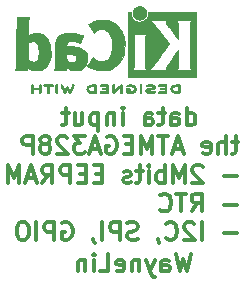
<source format=gbo>
%TF.GenerationSoftware,KiCad,Pcbnew,(6.0.0)*%
%TF.CreationDate,2022-01-07T00:24:45+08:00*%
%TF.ProjectId,pj4_MCU,706a345f-4d43-4552-9e6b-696361645f70,1*%
%TF.SameCoordinates,Original*%
%TF.FileFunction,Legend,Bot*%
%TF.FilePolarity,Positive*%
%FSLAX46Y46*%
G04 Gerber Fmt 4.6, Leading zero omitted, Abs format (unit mm)*
G04 Created by KiCad (PCBNEW (6.0.0)) date 2022-01-07 00:24:45*
%MOMM*%
%LPD*%
G01*
G04 APERTURE LIST*
%ADD10C,0.300000*%
%ADD11C,0.010000*%
G04 APERTURE END LIST*
D10*
X179422714Y-135830571D02*
X179065571Y-137330571D01*
X178779857Y-136259142D01*
X178494142Y-137330571D01*
X178137000Y-135830571D01*
X176922714Y-137330571D02*
X176922714Y-136544857D01*
X176994142Y-136402000D01*
X177137000Y-136330571D01*
X177422714Y-136330571D01*
X177565571Y-136402000D01*
X176922714Y-137259142D02*
X177065571Y-137330571D01*
X177422714Y-137330571D01*
X177565571Y-137259142D01*
X177637000Y-137116285D01*
X177637000Y-136973428D01*
X177565571Y-136830571D01*
X177422714Y-136759142D01*
X177065571Y-136759142D01*
X176922714Y-136687714D01*
X176351285Y-136330571D02*
X175994142Y-137330571D01*
X175637000Y-136330571D02*
X175994142Y-137330571D01*
X176137000Y-137687714D01*
X176208428Y-137759142D01*
X176351285Y-137830571D01*
X175065571Y-136330571D02*
X175065571Y-137330571D01*
X175065571Y-136473428D02*
X174994142Y-136402000D01*
X174851285Y-136330571D01*
X174637000Y-136330571D01*
X174494142Y-136402000D01*
X174422714Y-136544857D01*
X174422714Y-137330571D01*
X173137000Y-137259142D02*
X173279857Y-137330571D01*
X173565571Y-137330571D01*
X173708428Y-137259142D01*
X173779857Y-137116285D01*
X173779857Y-136544857D01*
X173708428Y-136402000D01*
X173565571Y-136330571D01*
X173279857Y-136330571D01*
X173137000Y-136402000D01*
X173065571Y-136544857D01*
X173065571Y-136687714D01*
X173779857Y-136830571D01*
X171708428Y-137330571D02*
X172422714Y-137330571D01*
X172422714Y-135830571D01*
X171208428Y-137330571D02*
X171208428Y-136330571D01*
X171208428Y-135830571D02*
X171279857Y-135902000D01*
X171208428Y-135973428D01*
X171137000Y-135902000D01*
X171208428Y-135830571D01*
X171208428Y-135973428D01*
X170494142Y-136330571D02*
X170494142Y-137330571D01*
X170494142Y-136473428D02*
X170422714Y-136402000D01*
X170279857Y-136330571D01*
X170065571Y-136330571D01*
X169922714Y-136402000D01*
X169851285Y-136544857D01*
X169851285Y-137330571D01*
X183343857Y-129264142D02*
X182201000Y-129264142D01*
X180415285Y-128478428D02*
X180343857Y-128407000D01*
X180201000Y-128335571D01*
X179843857Y-128335571D01*
X179701000Y-128407000D01*
X179629571Y-128478428D01*
X179558142Y-128621285D01*
X179558142Y-128764142D01*
X179629571Y-128978428D01*
X180486714Y-129835571D01*
X179558142Y-129835571D01*
X178915285Y-129835571D02*
X178915285Y-128335571D01*
X178415285Y-129407000D01*
X177915285Y-128335571D01*
X177915285Y-129835571D01*
X177201000Y-129835571D02*
X177201000Y-128335571D01*
X177201000Y-128907000D02*
X177058142Y-128835571D01*
X176772428Y-128835571D01*
X176629571Y-128907000D01*
X176558142Y-128978428D01*
X176486714Y-129121285D01*
X176486714Y-129549857D01*
X176558142Y-129692714D01*
X176629571Y-129764142D01*
X176772428Y-129835571D01*
X177058142Y-129835571D01*
X177201000Y-129764142D01*
X175843857Y-129835571D02*
X175843857Y-128835571D01*
X175843857Y-128335571D02*
X175915285Y-128407000D01*
X175843857Y-128478428D01*
X175772428Y-128407000D01*
X175843857Y-128335571D01*
X175843857Y-128478428D01*
X175343857Y-128835571D02*
X174772428Y-128835571D01*
X175129571Y-128335571D02*
X175129571Y-129621285D01*
X175058142Y-129764142D01*
X174915285Y-129835571D01*
X174772428Y-129835571D01*
X174343857Y-129764142D02*
X174201000Y-129835571D01*
X173915285Y-129835571D01*
X173772428Y-129764142D01*
X173701000Y-129621285D01*
X173701000Y-129549857D01*
X173772428Y-129407000D01*
X173915285Y-129335571D01*
X174129571Y-129335571D01*
X174272428Y-129264142D01*
X174343857Y-129121285D01*
X174343857Y-129049857D01*
X174272428Y-128907000D01*
X174129571Y-128835571D01*
X173915285Y-128835571D01*
X173772428Y-128907000D01*
X171915285Y-129049857D02*
X171415285Y-129049857D01*
X171201000Y-129835571D02*
X171915285Y-129835571D01*
X171915285Y-128335571D01*
X171201000Y-128335571D01*
X170558142Y-129049857D02*
X170058142Y-129049857D01*
X169843857Y-129835571D02*
X170558142Y-129835571D01*
X170558142Y-128335571D01*
X169843857Y-128335571D01*
X169201000Y-129835571D02*
X169201000Y-128335571D01*
X168629571Y-128335571D01*
X168486714Y-128407000D01*
X168415285Y-128478428D01*
X168343857Y-128621285D01*
X168343857Y-128835571D01*
X168415285Y-128978428D01*
X168486714Y-129049857D01*
X168629571Y-129121285D01*
X169201000Y-129121285D01*
X166843857Y-129835571D02*
X167343857Y-129121285D01*
X167701000Y-129835571D02*
X167701000Y-128335571D01*
X167129571Y-128335571D01*
X166986714Y-128407000D01*
X166915285Y-128478428D01*
X166843857Y-128621285D01*
X166843857Y-128835571D01*
X166915285Y-128978428D01*
X166986714Y-129049857D01*
X167129571Y-129121285D01*
X167701000Y-129121285D01*
X166272428Y-129407000D02*
X165558142Y-129407000D01*
X166415285Y-129835571D02*
X165915285Y-128335571D01*
X165415285Y-129835571D01*
X164915285Y-129835571D02*
X164915285Y-128335571D01*
X164415285Y-129407000D01*
X163915285Y-128335571D01*
X163915285Y-129835571D01*
X183343857Y-131679142D02*
X182201000Y-131679142D01*
X179486714Y-132250571D02*
X179986714Y-131536285D01*
X180343857Y-132250571D02*
X180343857Y-130750571D01*
X179772428Y-130750571D01*
X179629571Y-130822000D01*
X179558142Y-130893428D01*
X179486714Y-131036285D01*
X179486714Y-131250571D01*
X179558142Y-131393428D01*
X179629571Y-131464857D01*
X179772428Y-131536285D01*
X180343857Y-131536285D01*
X179058142Y-130750571D02*
X178201000Y-130750571D01*
X178629571Y-132250571D02*
X178629571Y-130750571D01*
X176843857Y-132107714D02*
X176915285Y-132179142D01*
X177129571Y-132250571D01*
X177272428Y-132250571D01*
X177486714Y-132179142D01*
X177629571Y-132036285D01*
X177701000Y-131893428D01*
X177772428Y-131607714D01*
X177772428Y-131393428D01*
X177701000Y-131107714D01*
X177629571Y-130964857D01*
X177486714Y-130822000D01*
X177272428Y-130750571D01*
X177129571Y-130750571D01*
X176915285Y-130822000D01*
X176843857Y-130893428D01*
X183343857Y-134094142D02*
X182201000Y-134094142D01*
X180343857Y-134665571D02*
X180343857Y-133165571D01*
X179701000Y-133308428D02*
X179629571Y-133237000D01*
X179486714Y-133165571D01*
X179129571Y-133165571D01*
X178986714Y-133237000D01*
X178915285Y-133308428D01*
X178843857Y-133451285D01*
X178843857Y-133594142D01*
X178915285Y-133808428D01*
X179772428Y-134665571D01*
X178843857Y-134665571D01*
X177343857Y-134522714D02*
X177415285Y-134594142D01*
X177629571Y-134665571D01*
X177772428Y-134665571D01*
X177986714Y-134594142D01*
X178129571Y-134451285D01*
X178201000Y-134308428D01*
X178272428Y-134022714D01*
X178272428Y-133808428D01*
X178201000Y-133522714D01*
X178129571Y-133379857D01*
X177986714Y-133237000D01*
X177772428Y-133165571D01*
X177629571Y-133165571D01*
X177415285Y-133237000D01*
X177343857Y-133308428D01*
X176629571Y-134594142D02*
X176629571Y-134665571D01*
X176701000Y-134808428D01*
X176772428Y-134879857D01*
X174915285Y-134594142D02*
X174701000Y-134665571D01*
X174343857Y-134665571D01*
X174201000Y-134594142D01*
X174129571Y-134522714D01*
X174058142Y-134379857D01*
X174058142Y-134237000D01*
X174129571Y-134094142D01*
X174201000Y-134022714D01*
X174343857Y-133951285D01*
X174629571Y-133879857D01*
X174772428Y-133808428D01*
X174843857Y-133737000D01*
X174915285Y-133594142D01*
X174915285Y-133451285D01*
X174843857Y-133308428D01*
X174772428Y-133237000D01*
X174629571Y-133165571D01*
X174272428Y-133165571D01*
X174058142Y-133237000D01*
X173415285Y-134665571D02*
X173415285Y-133165571D01*
X172843857Y-133165571D01*
X172701000Y-133237000D01*
X172629571Y-133308428D01*
X172558142Y-133451285D01*
X172558142Y-133665571D01*
X172629571Y-133808428D01*
X172701000Y-133879857D01*
X172843857Y-133951285D01*
X173415285Y-133951285D01*
X171915285Y-134665571D02*
X171915285Y-133165571D01*
X171129571Y-134594142D02*
X171129571Y-134665571D01*
X171201000Y-134808428D01*
X171272428Y-134879857D01*
X168558142Y-133237000D02*
X168701000Y-133165571D01*
X168915285Y-133165571D01*
X169129571Y-133237000D01*
X169272428Y-133379857D01*
X169343857Y-133522714D01*
X169415285Y-133808428D01*
X169415285Y-134022714D01*
X169343857Y-134308428D01*
X169272428Y-134451285D01*
X169129571Y-134594142D01*
X168915285Y-134665571D01*
X168772428Y-134665571D01*
X168558142Y-134594142D01*
X168486714Y-134522714D01*
X168486714Y-134022714D01*
X168772428Y-134022714D01*
X167843857Y-134665571D02*
X167843857Y-133165571D01*
X167272428Y-133165571D01*
X167129571Y-133237000D01*
X167058142Y-133308428D01*
X166986714Y-133451285D01*
X166986714Y-133665571D01*
X167058142Y-133808428D01*
X167129571Y-133879857D01*
X167272428Y-133951285D01*
X167843857Y-133951285D01*
X166343857Y-134665571D02*
X166343857Y-133165571D01*
X165343857Y-133165571D02*
X165058142Y-133165571D01*
X164915285Y-133237000D01*
X164772428Y-133379857D01*
X164701000Y-133665571D01*
X164701000Y-134165571D01*
X164772428Y-134451285D01*
X164915285Y-134594142D01*
X165058142Y-134665571D01*
X165343857Y-134665571D01*
X165486714Y-134594142D01*
X165629571Y-134451285D01*
X165701000Y-134165571D01*
X165701000Y-133665571D01*
X165629571Y-133379857D01*
X165486714Y-133237000D01*
X165343857Y-133165571D01*
X179101142Y-124947071D02*
X179101142Y-123447071D01*
X179101142Y-124875642D02*
X179244000Y-124947071D01*
X179529714Y-124947071D01*
X179672571Y-124875642D01*
X179744000Y-124804214D01*
X179815428Y-124661357D01*
X179815428Y-124232785D01*
X179744000Y-124089928D01*
X179672571Y-124018500D01*
X179529714Y-123947071D01*
X179244000Y-123947071D01*
X179101142Y-124018500D01*
X177744000Y-124947071D02*
X177744000Y-124161357D01*
X177815428Y-124018500D01*
X177958285Y-123947071D01*
X178244000Y-123947071D01*
X178386857Y-124018500D01*
X177744000Y-124875642D02*
X177886857Y-124947071D01*
X178244000Y-124947071D01*
X178386857Y-124875642D01*
X178458285Y-124732785D01*
X178458285Y-124589928D01*
X178386857Y-124447071D01*
X178244000Y-124375642D01*
X177886857Y-124375642D01*
X177744000Y-124304214D01*
X177244000Y-123947071D02*
X176672571Y-123947071D01*
X177029714Y-123447071D02*
X177029714Y-124732785D01*
X176958285Y-124875642D01*
X176815428Y-124947071D01*
X176672571Y-124947071D01*
X175529714Y-124947071D02*
X175529714Y-124161357D01*
X175601142Y-124018500D01*
X175744000Y-123947071D01*
X176029714Y-123947071D01*
X176172571Y-124018500D01*
X175529714Y-124875642D02*
X175672571Y-124947071D01*
X176029714Y-124947071D01*
X176172571Y-124875642D01*
X176244000Y-124732785D01*
X176244000Y-124589928D01*
X176172571Y-124447071D01*
X176029714Y-124375642D01*
X175672571Y-124375642D01*
X175529714Y-124304214D01*
X173672571Y-124947071D02*
X173672571Y-123947071D01*
X173672571Y-123447071D02*
X173744000Y-123518500D01*
X173672571Y-123589928D01*
X173601142Y-123518500D01*
X173672571Y-123447071D01*
X173672571Y-123589928D01*
X172958285Y-123947071D02*
X172958285Y-124947071D01*
X172958285Y-124089928D02*
X172886857Y-124018500D01*
X172744000Y-123947071D01*
X172529714Y-123947071D01*
X172386857Y-124018500D01*
X172315428Y-124161357D01*
X172315428Y-124947071D01*
X171601142Y-123947071D02*
X171601142Y-125447071D01*
X171601142Y-124018500D02*
X171458285Y-123947071D01*
X171172571Y-123947071D01*
X171029714Y-124018500D01*
X170958285Y-124089928D01*
X170886857Y-124232785D01*
X170886857Y-124661357D01*
X170958285Y-124804214D01*
X171029714Y-124875642D01*
X171172571Y-124947071D01*
X171458285Y-124947071D01*
X171601142Y-124875642D01*
X169601142Y-123947071D02*
X169601142Y-124947071D01*
X170244000Y-123947071D02*
X170244000Y-124732785D01*
X170172571Y-124875642D01*
X170029714Y-124947071D01*
X169815428Y-124947071D01*
X169672571Y-124875642D01*
X169601142Y-124804214D01*
X169101142Y-123947071D02*
X168529714Y-123947071D01*
X168886857Y-123447071D02*
X168886857Y-124732785D01*
X168815428Y-124875642D01*
X168672571Y-124947071D01*
X168529714Y-124947071D01*
X183458285Y-126362071D02*
X182886857Y-126362071D01*
X183244000Y-125862071D02*
X183244000Y-127147785D01*
X183172571Y-127290642D01*
X183029714Y-127362071D01*
X182886857Y-127362071D01*
X182386857Y-127362071D02*
X182386857Y-125862071D01*
X181744000Y-127362071D02*
X181744000Y-126576357D01*
X181815428Y-126433500D01*
X181958285Y-126362071D01*
X182172571Y-126362071D01*
X182315428Y-126433500D01*
X182386857Y-126504928D01*
X180458285Y-127290642D02*
X180601142Y-127362071D01*
X180886857Y-127362071D01*
X181029714Y-127290642D01*
X181101142Y-127147785D01*
X181101142Y-126576357D01*
X181029714Y-126433500D01*
X180886857Y-126362071D01*
X180601142Y-126362071D01*
X180458285Y-126433500D01*
X180386857Y-126576357D01*
X180386857Y-126719214D01*
X181101142Y-126862071D01*
X178672571Y-126933500D02*
X177958285Y-126933500D01*
X178815428Y-127362071D02*
X178315428Y-125862071D01*
X177815428Y-127362071D01*
X177529714Y-125862071D02*
X176672571Y-125862071D01*
X177101142Y-127362071D02*
X177101142Y-125862071D01*
X176172571Y-127362071D02*
X176172571Y-125862071D01*
X175672571Y-126933500D01*
X175172571Y-125862071D01*
X175172571Y-127362071D01*
X174458285Y-126576357D02*
X173958285Y-126576357D01*
X173744000Y-127362071D02*
X174458285Y-127362071D01*
X174458285Y-125862071D01*
X173744000Y-125862071D01*
X172315428Y-125933500D02*
X172458285Y-125862071D01*
X172672571Y-125862071D01*
X172886857Y-125933500D01*
X173029714Y-126076357D01*
X173101142Y-126219214D01*
X173172571Y-126504928D01*
X173172571Y-126719214D01*
X173101142Y-127004928D01*
X173029714Y-127147785D01*
X172886857Y-127290642D01*
X172672571Y-127362071D01*
X172529714Y-127362071D01*
X172315428Y-127290642D01*
X172244000Y-127219214D01*
X172244000Y-126719214D01*
X172529714Y-126719214D01*
X171672571Y-126933500D02*
X170958285Y-126933500D01*
X171815428Y-127362071D02*
X171315428Y-125862071D01*
X170815428Y-127362071D01*
X170458285Y-125862071D02*
X169529714Y-125862071D01*
X170029714Y-126433500D01*
X169815428Y-126433500D01*
X169672571Y-126504928D01*
X169601142Y-126576357D01*
X169529714Y-126719214D01*
X169529714Y-127076357D01*
X169601142Y-127219214D01*
X169672571Y-127290642D01*
X169815428Y-127362071D01*
X170244000Y-127362071D01*
X170386857Y-127290642D01*
X170458285Y-127219214D01*
X168958285Y-126004928D02*
X168886857Y-125933500D01*
X168744000Y-125862071D01*
X168386857Y-125862071D01*
X168244000Y-125933500D01*
X168172571Y-126004928D01*
X168101142Y-126147785D01*
X168101142Y-126290642D01*
X168172571Y-126504928D01*
X169029714Y-127362071D01*
X168101142Y-127362071D01*
X167244000Y-126504928D02*
X167386857Y-126433500D01*
X167458285Y-126362071D01*
X167529714Y-126219214D01*
X167529714Y-126147785D01*
X167458285Y-126004928D01*
X167386857Y-125933500D01*
X167244000Y-125862071D01*
X166958285Y-125862071D01*
X166815428Y-125933500D01*
X166744000Y-126004928D01*
X166672571Y-126147785D01*
X166672571Y-126219214D01*
X166744000Y-126362071D01*
X166815428Y-126433500D01*
X166958285Y-126504928D01*
X167244000Y-126504928D01*
X167386857Y-126576357D01*
X167458285Y-126647785D01*
X167529714Y-126790642D01*
X167529714Y-127076357D01*
X167458285Y-127219214D01*
X167386857Y-127290642D01*
X167244000Y-127362071D01*
X166958285Y-127362071D01*
X166815428Y-127290642D01*
X166744000Y-127219214D01*
X166672571Y-127076357D01*
X166672571Y-126790642D01*
X166744000Y-126647785D01*
X166815428Y-126576357D01*
X166958285Y-126504928D01*
X166029714Y-127362071D02*
X166029714Y-125862071D01*
X165458285Y-125862071D01*
X165315428Y-125933500D01*
X165244000Y-126004928D01*
X165172571Y-126147785D01*
X165172571Y-126362071D01*
X165244000Y-126504928D01*
X165315428Y-126576357D01*
X165458285Y-126647785D01*
X166029714Y-126647785D01*
D11*
%TO.C,REF\u002A\u002A*%
X178167743Y-115329689D02*
X177903220Y-115329725D01*
X177903220Y-115329725D02*
X177780088Y-115329730D01*
X177780088Y-115329730D02*
X175809189Y-115329730D01*
X175809189Y-115329730D02*
X175809189Y-115445910D01*
X175809189Y-115445910D02*
X175796789Y-115587291D01*
X175796789Y-115587291D02*
X175759364Y-115717684D01*
X175759364Y-115717684D02*
X175696577Y-115837862D01*
X175696577Y-115837862D02*
X175608094Y-115948602D01*
X175608094Y-115948602D02*
X175578157Y-115978511D01*
X175578157Y-115978511D02*
X175470466Y-116063348D01*
X175470466Y-116063348D02*
X175351725Y-116125221D01*
X175351725Y-116125221D02*
X175225460Y-116164159D01*
X175225460Y-116164159D02*
X175095197Y-116180190D01*
X175095197Y-116180190D02*
X174964465Y-116173342D01*
X174964465Y-116173342D02*
X174836788Y-116143643D01*
X174836788Y-116143643D02*
X174715695Y-116091120D01*
X174715695Y-116091120D02*
X174604712Y-116015803D01*
X174604712Y-116015803D02*
X174554868Y-115970363D01*
X174554868Y-115970363D02*
X174461983Y-115858952D01*
X174461983Y-115858952D02*
X174393873Y-115736435D01*
X174393873Y-115736435D02*
X174351129Y-115604215D01*
X174351129Y-115604215D02*
X174334347Y-115463692D01*
X174334347Y-115463692D02*
X174334124Y-115449867D01*
X174334124Y-115449867D02*
X174333244Y-115329734D01*
X174333244Y-115329734D02*
X174280443Y-115329732D01*
X174280443Y-115329732D02*
X174233604Y-115336089D01*
X174233604Y-115336089D02*
X174190817Y-115351556D01*
X174190817Y-115351556D02*
X174187989Y-115353154D01*
X174187989Y-115353154D02*
X174178325Y-115358168D01*
X174178325Y-115358168D02*
X174169451Y-115362073D01*
X174169451Y-115362073D02*
X174161335Y-115366007D01*
X174161335Y-115366007D02*
X174153943Y-115371106D01*
X174153943Y-115371106D02*
X174147245Y-115378508D01*
X174147245Y-115378508D02*
X174141208Y-115389351D01*
X174141208Y-115389351D02*
X174135801Y-115404772D01*
X174135801Y-115404772D02*
X174130990Y-115425909D01*
X174130990Y-115425909D02*
X174126745Y-115453899D01*
X174126745Y-115453899D02*
X174123032Y-115489879D01*
X174123032Y-115489879D02*
X174119821Y-115534987D01*
X174119821Y-115534987D02*
X174117078Y-115590360D01*
X174117078Y-115590360D02*
X174114772Y-115657137D01*
X174114772Y-115657137D02*
X174112871Y-115736453D01*
X174112871Y-115736453D02*
X174111342Y-115829447D01*
X174111342Y-115829447D02*
X174110154Y-115937257D01*
X174110154Y-115937257D02*
X174109274Y-116061019D01*
X174109274Y-116061019D02*
X174108670Y-116201871D01*
X174108670Y-116201871D02*
X174108311Y-116360950D01*
X174108311Y-116360950D02*
X174108165Y-116539395D01*
X174108165Y-116539395D02*
X174108198Y-116738342D01*
X174108198Y-116738342D02*
X174108380Y-116958929D01*
X174108380Y-116958929D02*
X174108677Y-117202293D01*
X174108677Y-117202293D02*
X174109059Y-117469572D01*
X174109059Y-117469572D02*
X174109492Y-117761903D01*
X174109492Y-117761903D02*
X174109945Y-118080424D01*
X174109945Y-118080424D02*
X174109998Y-118119230D01*
X174109998Y-118119230D02*
X174110404Y-118439782D01*
X174110404Y-118439782D02*
X174110749Y-118734012D01*
X174110749Y-118734012D02*
X174111069Y-119003056D01*
X174111069Y-119003056D02*
X174111400Y-119248052D01*
X174111400Y-119248052D02*
X174111779Y-119470137D01*
X174111779Y-119470137D02*
X174112243Y-119670447D01*
X174112243Y-119670447D02*
X174112828Y-119850119D01*
X174112828Y-119850119D02*
X174113570Y-120010290D01*
X174113570Y-120010290D02*
X174114506Y-120152098D01*
X174114506Y-120152098D02*
X174115673Y-120276679D01*
X174115673Y-120276679D02*
X174117107Y-120385170D01*
X174117107Y-120385170D02*
X174118844Y-120478707D01*
X174118844Y-120478707D02*
X174120922Y-120558429D01*
X174120922Y-120558429D02*
X174123376Y-120625472D01*
X174123376Y-120625472D02*
X174126244Y-120680973D01*
X174126244Y-120680973D02*
X174129561Y-120726068D01*
X174129561Y-120726068D02*
X174133364Y-120761895D01*
X174133364Y-120761895D02*
X174137690Y-120789591D01*
X174137690Y-120789591D02*
X174142575Y-120810293D01*
X174142575Y-120810293D02*
X174148055Y-120825137D01*
X174148055Y-120825137D02*
X174154168Y-120835260D01*
X174154168Y-120835260D02*
X174160950Y-120841800D01*
X174160950Y-120841800D02*
X174168437Y-120845893D01*
X174168437Y-120845893D02*
X174176666Y-120848676D01*
X174176666Y-120848676D02*
X174185673Y-120851287D01*
X174185673Y-120851287D02*
X174195495Y-120854862D01*
X174195495Y-120854862D02*
X174197894Y-120855950D01*
X174197894Y-120855950D02*
X174205435Y-120858396D01*
X174205435Y-120858396D02*
X174218056Y-120860642D01*
X174218056Y-120860642D02*
X174236859Y-120862698D01*
X174236859Y-120862698D02*
X174262947Y-120864572D01*
X174262947Y-120864572D02*
X174297422Y-120866271D01*
X174297422Y-120866271D02*
X174341385Y-120867803D01*
X174341385Y-120867803D02*
X174395939Y-120869177D01*
X174395939Y-120869177D02*
X174462185Y-120870400D01*
X174462185Y-120870400D02*
X174541226Y-120871481D01*
X174541226Y-120871481D02*
X174634163Y-120872427D01*
X174634163Y-120872427D02*
X174742099Y-120873247D01*
X174742099Y-120873247D02*
X174866136Y-120873947D01*
X174866136Y-120873947D02*
X175007376Y-120874538D01*
X175007376Y-120874538D02*
X175166921Y-120875025D01*
X175166921Y-120875025D02*
X175345872Y-120875419D01*
X175345872Y-120875419D02*
X175545332Y-120875725D01*
X175545332Y-120875725D02*
X175766404Y-120875953D01*
X175766404Y-120875953D02*
X176010188Y-120876110D01*
X176010188Y-120876110D02*
X176277787Y-120876205D01*
X176277787Y-120876205D02*
X176570303Y-120876245D01*
X176570303Y-120876245D02*
X176888839Y-120876238D01*
X176888839Y-120876238D02*
X176992021Y-120876228D01*
X176992021Y-120876228D02*
X177317623Y-120876176D01*
X177317623Y-120876176D02*
X177616881Y-120876091D01*
X177616881Y-120876091D02*
X177890909Y-120875963D01*
X177890909Y-120875963D02*
X178140824Y-120875785D01*
X178140824Y-120875785D02*
X178367740Y-120875548D01*
X178367740Y-120875548D02*
X178572773Y-120875242D01*
X178572773Y-120875242D02*
X178757038Y-120874860D01*
X178757038Y-120874860D02*
X178921650Y-120874392D01*
X178921650Y-120874392D02*
X179067725Y-120873830D01*
X179067725Y-120873830D02*
X179196376Y-120873165D01*
X179196376Y-120873165D02*
X179308721Y-120872388D01*
X179308721Y-120872388D02*
X179405874Y-120871491D01*
X179405874Y-120871491D02*
X179488950Y-120870465D01*
X179488950Y-120870465D02*
X179559064Y-120869301D01*
X179559064Y-120869301D02*
X179617332Y-120867991D01*
X179617332Y-120867991D02*
X179664869Y-120866525D01*
X179664869Y-120866525D02*
X179702790Y-120864896D01*
X179702790Y-120864896D02*
X179732210Y-120863093D01*
X179732210Y-120863093D02*
X179754245Y-120861110D01*
X179754245Y-120861110D02*
X179770010Y-120858936D01*
X179770010Y-120858936D02*
X179780620Y-120856563D01*
X179780620Y-120856563D02*
X179786404Y-120854391D01*
X179786404Y-120854391D02*
X179796684Y-120850056D01*
X179796684Y-120850056D02*
X179806122Y-120846859D01*
X179806122Y-120846859D02*
X179814755Y-120843665D01*
X179814755Y-120843665D02*
X179822619Y-120839338D01*
X179822619Y-120839338D02*
X179829748Y-120832744D01*
X179829748Y-120832744D02*
X179836179Y-120822747D01*
X179836179Y-120822747D02*
X179841947Y-120808212D01*
X179841947Y-120808212D02*
X179847089Y-120788003D01*
X179847089Y-120788003D02*
X179851640Y-120760985D01*
X179851640Y-120760985D02*
X179855635Y-120726023D01*
X179855635Y-120726023D02*
X179859111Y-120681981D01*
X179859111Y-120681981D02*
X179862102Y-120627724D01*
X179862102Y-120627724D02*
X179864646Y-120562117D01*
X179864646Y-120562117D02*
X179866777Y-120484024D01*
X179866777Y-120484024D02*
X179868532Y-120392310D01*
X179868532Y-120392310D02*
X179869945Y-120285840D01*
X179869945Y-120285840D02*
X179870315Y-120244973D01*
X179870315Y-120244973D02*
X179503884Y-120244973D01*
X179503884Y-120244973D02*
X178208734Y-120244973D01*
X178208734Y-120244973D02*
X178233655Y-120207217D01*
X178233655Y-120207217D02*
X178258447Y-120168417D01*
X178258447Y-120168417D02*
X178279440Y-120131469D01*
X178279440Y-120131469D02*
X178296935Y-120093788D01*
X178296935Y-120093788D02*
X178311230Y-120052788D01*
X178311230Y-120052788D02*
X178322623Y-120005883D01*
X178322623Y-120005883D02*
X178331413Y-119950487D01*
X178331413Y-119950487D02*
X178337898Y-119884016D01*
X178337898Y-119884016D02*
X178342377Y-119803883D01*
X178342377Y-119803883D02*
X178345150Y-119707502D01*
X178345150Y-119707502D02*
X178346513Y-119592289D01*
X178346513Y-119592289D02*
X178346767Y-119455657D01*
X178346767Y-119455657D02*
X178346209Y-119295020D01*
X178346209Y-119295020D02*
X178345893Y-119235382D01*
X178345893Y-119235382D02*
X178342325Y-118596041D01*
X178342325Y-118596041D02*
X177937298Y-119147449D01*
X177937298Y-119147449D02*
X177822554Y-119303876D01*
X177822554Y-119303876D02*
X177723143Y-119440088D01*
X177723143Y-119440088D02*
X177637990Y-119557890D01*
X177637990Y-119557890D02*
X177566022Y-119659084D01*
X177566022Y-119659084D02*
X177506166Y-119745477D01*
X177506166Y-119745477D02*
X177457348Y-119818874D01*
X177457348Y-119818874D02*
X177418495Y-119881077D01*
X177418495Y-119881077D02*
X177388534Y-119933893D01*
X177388534Y-119933893D02*
X177366391Y-119979125D01*
X177366391Y-119979125D02*
X177350993Y-120018578D01*
X177350993Y-120018578D02*
X177341266Y-120054058D01*
X177341266Y-120054058D02*
X177336137Y-120087368D01*
X177336137Y-120087368D02*
X177334532Y-120120313D01*
X177334532Y-120120313D02*
X177335379Y-120154697D01*
X177335379Y-120154697D02*
X177335595Y-120159019D01*
X177335595Y-120159019D02*
X177340054Y-120245031D01*
X177340054Y-120245031D02*
X175920692Y-120244973D01*
X175920692Y-120244973D02*
X176026265Y-120138522D01*
X176026265Y-120138522D02*
X176054913Y-120109406D01*
X176054913Y-120109406D02*
X176082090Y-120081076D01*
X176082090Y-120081076D02*
X176108989Y-120051968D01*
X176108989Y-120051968D02*
X176136803Y-120020520D01*
X176136803Y-120020520D02*
X176166725Y-119985169D01*
X176166725Y-119985169D02*
X176199946Y-119944354D01*
X176199946Y-119944354D02*
X176237661Y-119896511D01*
X176237661Y-119896511D02*
X176281060Y-119840079D01*
X176281060Y-119840079D02*
X176331338Y-119773494D01*
X176331338Y-119773494D02*
X176389688Y-119695195D01*
X176389688Y-119695195D02*
X176457300Y-119603619D01*
X176457300Y-119603619D02*
X176535369Y-119497204D01*
X176535369Y-119497204D02*
X176625088Y-119374387D01*
X176625088Y-119374387D02*
X176727648Y-119233605D01*
X176727648Y-119233605D02*
X176844242Y-119073297D01*
X176844242Y-119073297D02*
X176939809Y-118941798D01*
X176939809Y-118941798D02*
X177059749Y-118776596D01*
X177059749Y-118776596D02*
X177164380Y-118632152D01*
X177164380Y-118632152D02*
X177254648Y-118507094D01*
X177254648Y-118507094D02*
X177331503Y-118400052D01*
X177331503Y-118400052D02*
X177395891Y-118309654D01*
X177395891Y-118309654D02*
X177448761Y-118234529D01*
X177448761Y-118234529D02*
X177491060Y-118173304D01*
X177491060Y-118173304D02*
X177523736Y-118124610D01*
X177523736Y-118124610D02*
X177547738Y-118087074D01*
X177547738Y-118087074D02*
X177564013Y-118059325D01*
X177564013Y-118059325D02*
X177573508Y-118039992D01*
X177573508Y-118039992D02*
X177577173Y-118027703D01*
X177577173Y-118027703D02*
X177576071Y-118021242D01*
X177576071Y-118021242D02*
X177562724Y-118004048D01*
X177562724Y-118004048D02*
X177533866Y-117967655D01*
X177533866Y-117967655D02*
X177491240Y-117914224D01*
X177491240Y-117914224D02*
X177436585Y-117845919D01*
X177436585Y-117845919D02*
X177371644Y-117764903D01*
X177371644Y-117764903D02*
X177298158Y-117673340D01*
X177298158Y-117673340D02*
X177217868Y-117573392D01*
X177217868Y-117573392D02*
X177132515Y-117467224D01*
X177132515Y-117467224D02*
X177043840Y-117356997D01*
X177043840Y-117356997D02*
X176953586Y-117244876D01*
X176953586Y-117244876D02*
X176903944Y-117183244D01*
X176903944Y-117183244D02*
X175671373Y-117183244D01*
X175671373Y-117183244D02*
X175620146Y-117275919D01*
X175620146Y-117275919D02*
X175568919Y-117368595D01*
X175568919Y-117368595D02*
X175568919Y-120059622D01*
X175568919Y-120059622D02*
X175620146Y-120152298D01*
X175620146Y-120152298D02*
X175671373Y-120244973D01*
X175671373Y-120244973D02*
X175065396Y-120244973D01*
X175065396Y-120244973D02*
X174920734Y-120244931D01*
X174920734Y-120244931D02*
X174801244Y-120244741D01*
X174801244Y-120244741D02*
X174704642Y-120244308D01*
X174704642Y-120244308D02*
X174628642Y-120243536D01*
X174628642Y-120243536D02*
X174570957Y-120242330D01*
X174570957Y-120242330D02*
X174529301Y-120240594D01*
X174529301Y-120240594D02*
X174501389Y-120238232D01*
X174501389Y-120238232D02*
X174484935Y-120235150D01*
X174484935Y-120235150D02*
X174477652Y-120231251D01*
X174477652Y-120231251D02*
X174477255Y-120226440D01*
X174477255Y-120226440D02*
X174481458Y-120220622D01*
X174481458Y-120220622D02*
X174481501Y-120220574D01*
X174481501Y-120220574D02*
X174498813Y-120195532D01*
X174498813Y-120195532D02*
X174521736Y-120154815D01*
X174521736Y-120154815D02*
X174541981Y-120114168D01*
X174541981Y-120114168D02*
X174580379Y-120032162D01*
X174580379Y-120032162D02*
X174588211Y-117183244D01*
X174588211Y-117183244D02*
X175671373Y-117183244D01*
X175671373Y-117183244D02*
X176903944Y-117183244D01*
X176903944Y-117183244D02*
X176863493Y-117133024D01*
X176863493Y-117133024D02*
X176775302Y-117023604D01*
X176775302Y-117023604D02*
X176690754Y-116918778D01*
X176690754Y-116918778D02*
X176611592Y-116820711D01*
X176611592Y-116820711D02*
X176539556Y-116731566D01*
X176539556Y-116731566D02*
X176476387Y-116653505D01*
X176476387Y-116653505D02*
X176423827Y-116588692D01*
X176423827Y-116588692D02*
X176383617Y-116539290D01*
X176383617Y-116539290D02*
X176360000Y-116510487D01*
X176360000Y-116510487D02*
X176268290Y-116402778D01*
X176268290Y-116402778D02*
X176180060Y-116305580D01*
X176180060Y-116305580D02*
X176098403Y-116222076D01*
X176098403Y-116222076D02*
X176026410Y-116155448D01*
X176026410Y-116155448D02*
X175975319Y-116114599D01*
X175975319Y-116114599D02*
X175914907Y-116071135D01*
X175914907Y-116071135D02*
X177304298Y-116071135D01*
X177304298Y-116071135D02*
X177303908Y-116152666D01*
X177303908Y-116152666D02*
X177307791Y-116212606D01*
X177307791Y-116212606D02*
X177322390Y-116268177D01*
X177322390Y-116268177D02*
X177344988Y-116320855D01*
X177344988Y-116320855D02*
X177359678Y-116350615D01*
X177359678Y-116350615D02*
X177375472Y-116380103D01*
X177375472Y-116380103D02*
X177393814Y-116411276D01*
X177393814Y-116411276D02*
X177416145Y-116446093D01*
X177416145Y-116446093D02*
X177443909Y-116486510D01*
X177443909Y-116486510D02*
X177478549Y-116534486D01*
X177478549Y-116534486D02*
X177521507Y-116591978D01*
X177521507Y-116591978D02*
X177574227Y-116660943D01*
X177574227Y-116660943D02*
X177638151Y-116743339D01*
X177638151Y-116743339D02*
X177714721Y-116841124D01*
X177714721Y-116841124D02*
X177805381Y-116956255D01*
X177805381Y-116956255D02*
X177911574Y-117090690D01*
X177911574Y-117090690D02*
X177923568Y-117105859D01*
X177923568Y-117105859D02*
X178342325Y-117635412D01*
X178342325Y-117635412D02*
X178346378Y-117048922D01*
X178346378Y-117048922D02*
X178347195Y-116873251D01*
X178347195Y-116873251D02*
X178347021Y-116724532D01*
X178347021Y-116724532D02*
X178345849Y-116602275D01*
X178345849Y-116602275D02*
X178343669Y-116505989D01*
X178343669Y-116505989D02*
X178340474Y-116435183D01*
X178340474Y-116435183D02*
X178336256Y-116389369D01*
X178336256Y-116389369D02*
X178334838Y-116380679D01*
X178334838Y-116380679D02*
X178312591Y-116289135D01*
X178312591Y-116289135D02*
X178283443Y-116206608D01*
X178283443Y-116206608D02*
X178250182Y-116140253D01*
X178250182Y-116140253D02*
X178230200Y-116112110D01*
X178230200Y-116112110D02*
X178195722Y-116071135D01*
X178195722Y-116071135D02*
X178849914Y-116071135D01*
X178849914Y-116071135D02*
X179005969Y-116071269D01*
X179005969Y-116071269D02*
X179136467Y-116071703D01*
X179136467Y-116071703D02*
X179243310Y-116072489D01*
X179243310Y-116072489D02*
X179328398Y-116073676D01*
X179328398Y-116073676D02*
X179393635Y-116075317D01*
X179393635Y-116075317D02*
X179440921Y-116077461D01*
X179440921Y-116077461D02*
X179472157Y-116080159D01*
X179472157Y-116080159D02*
X179489246Y-116083462D01*
X179489246Y-116083462D02*
X179494088Y-116087421D01*
X179494088Y-116087421D02*
X179493753Y-116088298D01*
X179493753Y-116088298D02*
X179479885Y-116109231D01*
X179479885Y-116109231D02*
X179456732Y-116142412D01*
X179456732Y-116142412D02*
X179444754Y-116159193D01*
X179444754Y-116159193D02*
X179432369Y-116175940D01*
X179432369Y-116175940D02*
X179421237Y-116190915D01*
X179421237Y-116190915D02*
X179411288Y-116205594D01*
X179411288Y-116205594D02*
X179402451Y-116221449D01*
X179402451Y-116221449D02*
X179394657Y-116239955D01*
X179394657Y-116239955D02*
X179387835Y-116262585D01*
X179387835Y-116262585D02*
X179381916Y-116290813D01*
X179381916Y-116290813D02*
X179376829Y-116326113D01*
X179376829Y-116326113D02*
X179372504Y-116369958D01*
X179372504Y-116369958D02*
X179368871Y-116423822D01*
X179368871Y-116423822D02*
X179365860Y-116489180D01*
X179365860Y-116489180D02*
X179363401Y-116567504D01*
X179363401Y-116567504D02*
X179361423Y-116660268D01*
X179361423Y-116660268D02*
X179359858Y-116768947D01*
X179359858Y-116768947D02*
X179358634Y-116895013D01*
X179358634Y-116895013D02*
X179357681Y-117039942D01*
X179357681Y-117039942D02*
X179356930Y-117205206D01*
X179356930Y-117205206D02*
X179356311Y-117392279D01*
X179356311Y-117392279D02*
X179355752Y-117602635D01*
X179355752Y-117602635D02*
X179355185Y-117837748D01*
X179355185Y-117837748D02*
X179354655Y-118053741D01*
X179354655Y-118053741D02*
X179354155Y-118294535D01*
X179354155Y-118294535D02*
X179353895Y-118524274D01*
X179353895Y-118524274D02*
X179353868Y-118741493D01*
X179353868Y-118741493D02*
X179354067Y-118944722D01*
X179354067Y-118944722D02*
X179354486Y-119132496D01*
X179354486Y-119132496D02*
X179355118Y-119303345D01*
X179355118Y-119303345D02*
X179355956Y-119455803D01*
X179355956Y-119455803D02*
X179356992Y-119588403D01*
X179356992Y-119588403D02*
X179358220Y-119699676D01*
X179358220Y-119699676D02*
X179359633Y-119788156D01*
X179359633Y-119788156D02*
X179361225Y-119852375D01*
X179361225Y-119852375D02*
X179362987Y-119890865D01*
X179362987Y-119890865D02*
X179363321Y-119894933D01*
X179363321Y-119894933D02*
X179375466Y-119988248D01*
X179375466Y-119988248D02*
X179394427Y-120063190D01*
X179394427Y-120063190D02*
X179423302Y-120128594D01*
X179423302Y-120128594D02*
X179465190Y-120193293D01*
X179465190Y-120193293D02*
X179470429Y-120200352D01*
X179470429Y-120200352D02*
X179503884Y-120244973D01*
X179503884Y-120244973D02*
X179870315Y-120244973D01*
X179870315Y-120244973D02*
X179871054Y-120163479D01*
X179871054Y-120163479D02*
X179871893Y-120024090D01*
X179871893Y-120024090D02*
X179872498Y-119866539D01*
X179872498Y-119866539D02*
X179872905Y-119689691D01*
X179872905Y-119689691D02*
X179873150Y-119492410D01*
X179873150Y-119492410D02*
X179873267Y-119273560D01*
X179873267Y-119273560D02*
X179873295Y-119032007D01*
X179873295Y-119032007D02*
X179873267Y-118766615D01*
X179873267Y-118766615D02*
X179873220Y-118476249D01*
X179873220Y-118476249D02*
X179873190Y-118159773D01*
X179873190Y-118159773D02*
X179873189Y-118096946D01*
X179873189Y-118096946D02*
X179873172Y-117777137D01*
X179873172Y-117777137D02*
X179873112Y-117483661D01*
X179873112Y-117483661D02*
X179873002Y-117215390D01*
X179873002Y-117215390D02*
X179872833Y-116971198D01*
X179872833Y-116971198D02*
X179872597Y-116749957D01*
X179872597Y-116749957D02*
X179872284Y-116550540D01*
X179872284Y-116550540D02*
X179871885Y-116371820D01*
X179871885Y-116371820D02*
X179871393Y-116212671D01*
X179871393Y-116212671D02*
X179870797Y-116071966D01*
X179870797Y-116071966D02*
X179870090Y-115948576D01*
X179870090Y-115948576D02*
X179869263Y-115841376D01*
X179869263Y-115841376D02*
X179868307Y-115749238D01*
X179868307Y-115749238D02*
X179867213Y-115671035D01*
X179867213Y-115671035D02*
X179865973Y-115605641D01*
X179865973Y-115605641D02*
X179864578Y-115551928D01*
X179864578Y-115551928D02*
X179863018Y-115508769D01*
X179863018Y-115508769D02*
X179861286Y-115475037D01*
X179861286Y-115475037D02*
X179859372Y-115449605D01*
X179859372Y-115449605D02*
X179857268Y-115431347D01*
X179857268Y-115431347D02*
X179854966Y-115419134D01*
X179854966Y-115419134D02*
X179852455Y-115411841D01*
X179852455Y-115411841D02*
X179852363Y-115411659D01*
X179852363Y-115411659D02*
X179847192Y-115400518D01*
X179847192Y-115400518D02*
X179842885Y-115390431D01*
X179842885Y-115390431D02*
X179838121Y-115381346D01*
X179838121Y-115381346D02*
X179831578Y-115373212D01*
X179831578Y-115373212D02*
X179821935Y-115365976D01*
X179821935Y-115365976D02*
X179807871Y-115359586D01*
X179807871Y-115359586D02*
X179788063Y-115353989D01*
X179788063Y-115353989D02*
X179761191Y-115349133D01*
X179761191Y-115349133D02*
X179725933Y-115344966D01*
X179725933Y-115344966D02*
X179680968Y-115341436D01*
X179680968Y-115341436D02*
X179624974Y-115338491D01*
X179624974Y-115338491D02*
X179556629Y-115336077D01*
X179556629Y-115336077D02*
X179474614Y-115334144D01*
X179474614Y-115334144D02*
X179377605Y-115332638D01*
X179377605Y-115332638D02*
X179264282Y-115331508D01*
X179264282Y-115331508D02*
X179133323Y-115330702D01*
X179133323Y-115330702D02*
X178983407Y-115330166D01*
X178983407Y-115330166D02*
X178813213Y-115329849D01*
X178813213Y-115329849D02*
X178621418Y-115329699D01*
X178621418Y-115329699D02*
X178406702Y-115329663D01*
X178406702Y-115329663D02*
X178167743Y-115329689D01*
X178167743Y-115329689D02*
X178167743Y-115329689D01*
G36*
X179868532Y-120392310D02*
G01*
X179866777Y-120484024D01*
X179864646Y-120562117D01*
X179862102Y-120627724D01*
X179859111Y-120681981D01*
X179855635Y-120726023D01*
X179851640Y-120760985D01*
X179847089Y-120788003D01*
X179841947Y-120808212D01*
X179836179Y-120822747D01*
X179829748Y-120832744D01*
X179822619Y-120839338D01*
X179814755Y-120843665D01*
X179806122Y-120846859D01*
X179796684Y-120850056D01*
X179786404Y-120854391D01*
X179780620Y-120856563D01*
X179770010Y-120858936D01*
X179754245Y-120861110D01*
X179732210Y-120863093D01*
X179702790Y-120864896D01*
X179664869Y-120866525D01*
X179617332Y-120867991D01*
X179559064Y-120869301D01*
X179488950Y-120870465D01*
X179405874Y-120871491D01*
X179308721Y-120872388D01*
X179196376Y-120873165D01*
X179067725Y-120873830D01*
X178921650Y-120874392D01*
X178757038Y-120874860D01*
X178572773Y-120875242D01*
X178367740Y-120875548D01*
X178140824Y-120875785D01*
X177890909Y-120875963D01*
X177616881Y-120876091D01*
X177317623Y-120876176D01*
X176992021Y-120876228D01*
X176888839Y-120876238D01*
X176570303Y-120876245D01*
X176277787Y-120876205D01*
X176010188Y-120876110D01*
X175766404Y-120875953D01*
X175545332Y-120875725D01*
X175345872Y-120875419D01*
X175166921Y-120875025D01*
X175007376Y-120874538D01*
X174866136Y-120873947D01*
X174742099Y-120873247D01*
X174634163Y-120872427D01*
X174541226Y-120871481D01*
X174462185Y-120870400D01*
X174395939Y-120869177D01*
X174341385Y-120867803D01*
X174297422Y-120866271D01*
X174262947Y-120864572D01*
X174236859Y-120862698D01*
X174218056Y-120860642D01*
X174205435Y-120858396D01*
X174197894Y-120855950D01*
X174195495Y-120854862D01*
X174185673Y-120851287D01*
X174176666Y-120848676D01*
X174168437Y-120845893D01*
X174160950Y-120841800D01*
X174154168Y-120835260D01*
X174148055Y-120825137D01*
X174142575Y-120810293D01*
X174137690Y-120789591D01*
X174133364Y-120761895D01*
X174129561Y-120726068D01*
X174126244Y-120680973D01*
X174123376Y-120625472D01*
X174120922Y-120558429D01*
X174118844Y-120478707D01*
X174117107Y-120385170D01*
X174115673Y-120276679D01*
X174115202Y-120226440D01*
X174477255Y-120226440D01*
X174477652Y-120231251D01*
X174484935Y-120235150D01*
X174501389Y-120238232D01*
X174529301Y-120240594D01*
X174570957Y-120242330D01*
X174628642Y-120243536D01*
X174704642Y-120244308D01*
X174801244Y-120244741D01*
X174920734Y-120244931D01*
X175065396Y-120244973D01*
X175671373Y-120244973D01*
X175620146Y-120152298D01*
X175568919Y-120059622D01*
X175568919Y-117368595D01*
X175620146Y-117275919D01*
X175671373Y-117183244D01*
X174588211Y-117183244D01*
X174580379Y-120032162D01*
X174541981Y-120114168D01*
X174521736Y-120154815D01*
X174498813Y-120195532D01*
X174481501Y-120220574D01*
X174481458Y-120220622D01*
X174477255Y-120226440D01*
X174115202Y-120226440D01*
X174114506Y-120152098D01*
X174113570Y-120010290D01*
X174112828Y-119850119D01*
X174112243Y-119670447D01*
X174111779Y-119470137D01*
X174111400Y-119248052D01*
X174111069Y-119003056D01*
X174110749Y-118734012D01*
X174110404Y-118439782D01*
X174109998Y-118119230D01*
X174109945Y-118080424D01*
X174109492Y-117761903D01*
X174109059Y-117469572D01*
X174108677Y-117202293D01*
X174108380Y-116958929D01*
X174108198Y-116738342D01*
X174108165Y-116539395D01*
X174108311Y-116360950D01*
X174108670Y-116201871D01*
X174109274Y-116061019D01*
X174110154Y-115937257D01*
X174111342Y-115829447D01*
X174112871Y-115736453D01*
X174114772Y-115657137D01*
X174117078Y-115590360D01*
X174119821Y-115534987D01*
X174123032Y-115489879D01*
X174126745Y-115453899D01*
X174130990Y-115425909D01*
X174135801Y-115404772D01*
X174141208Y-115389351D01*
X174147245Y-115378508D01*
X174153943Y-115371106D01*
X174161335Y-115366007D01*
X174169451Y-115362073D01*
X174178325Y-115358168D01*
X174187989Y-115353154D01*
X174190817Y-115351556D01*
X174233604Y-115336089D01*
X174280443Y-115329732D01*
X174333244Y-115329734D01*
X174334124Y-115449867D01*
X174334347Y-115463692D01*
X174351129Y-115604215D01*
X174393873Y-115736435D01*
X174461983Y-115858952D01*
X174554868Y-115970363D01*
X174604712Y-116015803D01*
X174715695Y-116091120D01*
X174836788Y-116143643D01*
X174964465Y-116173342D01*
X175095197Y-116180190D01*
X175225460Y-116164159D01*
X175351725Y-116125221D01*
X175455522Y-116071135D01*
X175914907Y-116071135D01*
X175975319Y-116114599D01*
X176026410Y-116155448D01*
X176098403Y-116222076D01*
X176180060Y-116305580D01*
X176268290Y-116402778D01*
X176360000Y-116510487D01*
X176383617Y-116539290D01*
X176423827Y-116588692D01*
X176476387Y-116653505D01*
X176539556Y-116731566D01*
X176611592Y-116820711D01*
X176690754Y-116918778D01*
X176775302Y-117023604D01*
X176863493Y-117133024D01*
X176903944Y-117183244D01*
X176953586Y-117244876D01*
X177043840Y-117356997D01*
X177132515Y-117467224D01*
X177217868Y-117573392D01*
X177298158Y-117673340D01*
X177371644Y-117764903D01*
X177436585Y-117845919D01*
X177491240Y-117914224D01*
X177533866Y-117967655D01*
X177562724Y-118004048D01*
X177576071Y-118021242D01*
X177577173Y-118027703D01*
X177573508Y-118039992D01*
X177564013Y-118059325D01*
X177547738Y-118087074D01*
X177523736Y-118124610D01*
X177491060Y-118173304D01*
X177448761Y-118234529D01*
X177395891Y-118309654D01*
X177331503Y-118400052D01*
X177254648Y-118507094D01*
X177164380Y-118632152D01*
X177059749Y-118776596D01*
X176939809Y-118941798D01*
X176844242Y-119073297D01*
X176727648Y-119233605D01*
X176625088Y-119374387D01*
X176535369Y-119497204D01*
X176457300Y-119603619D01*
X176389688Y-119695195D01*
X176331338Y-119773494D01*
X176281060Y-119840079D01*
X176237661Y-119896511D01*
X176199946Y-119944354D01*
X176166725Y-119985169D01*
X176136803Y-120020520D01*
X176108989Y-120051968D01*
X176082090Y-120081076D01*
X176054913Y-120109406D01*
X176026265Y-120138522D01*
X175920692Y-120244973D01*
X177340054Y-120245031D01*
X177335595Y-120159019D01*
X177335379Y-120154697D01*
X177334532Y-120120313D01*
X177336137Y-120087368D01*
X177341266Y-120054058D01*
X177350993Y-120018578D01*
X177366391Y-119979125D01*
X177388534Y-119933893D01*
X177418495Y-119881077D01*
X177457348Y-119818874D01*
X177506166Y-119745477D01*
X177566022Y-119659084D01*
X177637990Y-119557890D01*
X177723143Y-119440088D01*
X177822554Y-119303876D01*
X177937298Y-119147449D01*
X178342325Y-118596041D01*
X178345893Y-119235382D01*
X178346209Y-119295020D01*
X178346767Y-119455657D01*
X178346513Y-119592289D01*
X178345150Y-119707502D01*
X178342377Y-119803883D01*
X178337898Y-119884016D01*
X178331413Y-119950487D01*
X178322623Y-120005883D01*
X178311230Y-120052788D01*
X178296935Y-120093788D01*
X178279440Y-120131469D01*
X178258447Y-120168417D01*
X178233655Y-120207217D01*
X178208734Y-120244973D01*
X179503884Y-120244973D01*
X179470429Y-120200352D01*
X179465190Y-120193293D01*
X179423302Y-120128594D01*
X179394427Y-120063190D01*
X179375466Y-119988248D01*
X179363321Y-119894933D01*
X179362987Y-119890865D01*
X179361225Y-119852375D01*
X179359633Y-119788156D01*
X179358220Y-119699676D01*
X179356992Y-119588403D01*
X179355956Y-119455803D01*
X179355118Y-119303345D01*
X179354486Y-119132496D01*
X179354067Y-118944722D01*
X179353868Y-118741493D01*
X179353895Y-118524274D01*
X179354155Y-118294535D01*
X179354655Y-118053741D01*
X179355185Y-117837748D01*
X179355752Y-117602635D01*
X179356311Y-117392279D01*
X179356930Y-117205206D01*
X179357681Y-117039942D01*
X179358634Y-116895013D01*
X179359858Y-116768947D01*
X179361423Y-116660268D01*
X179363401Y-116567504D01*
X179365860Y-116489180D01*
X179368871Y-116423822D01*
X179372504Y-116369958D01*
X179376829Y-116326113D01*
X179381916Y-116290813D01*
X179387835Y-116262585D01*
X179394657Y-116239955D01*
X179402451Y-116221449D01*
X179411288Y-116205594D01*
X179421237Y-116190915D01*
X179432369Y-116175940D01*
X179444754Y-116159193D01*
X179456732Y-116142412D01*
X179479885Y-116109231D01*
X179493753Y-116088298D01*
X179494088Y-116087421D01*
X179489246Y-116083462D01*
X179472157Y-116080159D01*
X179440921Y-116077461D01*
X179393635Y-116075317D01*
X179328398Y-116073676D01*
X179243310Y-116072489D01*
X179136467Y-116071703D01*
X179005969Y-116071269D01*
X178849914Y-116071135D01*
X178195722Y-116071135D01*
X178230200Y-116112110D01*
X178250182Y-116140253D01*
X178283443Y-116206608D01*
X178312591Y-116289135D01*
X178334838Y-116380679D01*
X178336256Y-116389369D01*
X178340474Y-116435183D01*
X178343669Y-116505989D01*
X178345849Y-116602275D01*
X178347021Y-116724532D01*
X178347195Y-116873251D01*
X178346378Y-117048922D01*
X178342325Y-117635412D01*
X177923568Y-117105859D01*
X177911574Y-117090690D01*
X177805381Y-116956255D01*
X177714721Y-116841124D01*
X177638151Y-116743339D01*
X177574227Y-116660943D01*
X177521507Y-116591978D01*
X177478549Y-116534486D01*
X177443909Y-116486510D01*
X177416145Y-116446093D01*
X177393814Y-116411276D01*
X177375472Y-116380103D01*
X177359678Y-116350615D01*
X177344988Y-116320855D01*
X177322390Y-116268177D01*
X177307791Y-116212606D01*
X177303908Y-116152666D01*
X177304298Y-116071135D01*
X175914907Y-116071135D01*
X175455522Y-116071135D01*
X175470466Y-116063348D01*
X175578157Y-115978511D01*
X175608094Y-115948602D01*
X175696577Y-115837862D01*
X175759364Y-115717684D01*
X175796789Y-115587291D01*
X175809189Y-115445910D01*
X175809189Y-115329730D01*
X177780088Y-115329730D01*
X177903220Y-115329725D01*
X178167743Y-115329689D01*
X178406702Y-115329663D01*
X178621418Y-115329699D01*
X178813213Y-115329849D01*
X178983407Y-115330166D01*
X179133323Y-115330702D01*
X179264282Y-115331508D01*
X179377605Y-115332638D01*
X179474614Y-115334144D01*
X179556629Y-115336077D01*
X179624974Y-115338491D01*
X179680968Y-115341436D01*
X179725933Y-115344966D01*
X179761191Y-115349133D01*
X179788063Y-115353989D01*
X179807871Y-115359586D01*
X179821935Y-115365976D01*
X179831578Y-115373212D01*
X179838121Y-115381346D01*
X179842885Y-115390431D01*
X179847192Y-115400518D01*
X179852363Y-115411659D01*
X179852455Y-115411841D01*
X179854966Y-115419134D01*
X179857268Y-115431347D01*
X179859372Y-115449605D01*
X179861286Y-115475037D01*
X179863018Y-115508769D01*
X179864578Y-115551928D01*
X179865973Y-115605641D01*
X179867213Y-115671035D01*
X179868307Y-115749238D01*
X179869263Y-115841376D01*
X179870090Y-115948576D01*
X179870797Y-116071966D01*
X179871393Y-116212671D01*
X179871885Y-116371820D01*
X179872284Y-116550540D01*
X179872597Y-116749957D01*
X179872833Y-116971198D01*
X179873002Y-117215390D01*
X179873112Y-117483661D01*
X179873172Y-117777137D01*
X179873189Y-118096946D01*
X179873190Y-118159773D01*
X179873220Y-118476249D01*
X179873267Y-118766615D01*
X179873295Y-119032007D01*
X179873267Y-119273560D01*
X179873150Y-119492410D01*
X179872905Y-119689691D01*
X179872498Y-119866539D01*
X179871893Y-120024090D01*
X179871054Y-120163479D01*
X179870315Y-120244973D01*
X179869945Y-120285840D01*
X179868532Y-120392310D01*
G37*
X179868532Y-120392310D02*
X179866777Y-120484024D01*
X179864646Y-120562117D01*
X179862102Y-120627724D01*
X179859111Y-120681981D01*
X179855635Y-120726023D01*
X179851640Y-120760985D01*
X179847089Y-120788003D01*
X179841947Y-120808212D01*
X179836179Y-120822747D01*
X179829748Y-120832744D01*
X179822619Y-120839338D01*
X179814755Y-120843665D01*
X179806122Y-120846859D01*
X179796684Y-120850056D01*
X179786404Y-120854391D01*
X179780620Y-120856563D01*
X179770010Y-120858936D01*
X179754245Y-120861110D01*
X179732210Y-120863093D01*
X179702790Y-120864896D01*
X179664869Y-120866525D01*
X179617332Y-120867991D01*
X179559064Y-120869301D01*
X179488950Y-120870465D01*
X179405874Y-120871491D01*
X179308721Y-120872388D01*
X179196376Y-120873165D01*
X179067725Y-120873830D01*
X178921650Y-120874392D01*
X178757038Y-120874860D01*
X178572773Y-120875242D01*
X178367740Y-120875548D01*
X178140824Y-120875785D01*
X177890909Y-120875963D01*
X177616881Y-120876091D01*
X177317623Y-120876176D01*
X176992021Y-120876228D01*
X176888839Y-120876238D01*
X176570303Y-120876245D01*
X176277787Y-120876205D01*
X176010188Y-120876110D01*
X175766404Y-120875953D01*
X175545332Y-120875725D01*
X175345872Y-120875419D01*
X175166921Y-120875025D01*
X175007376Y-120874538D01*
X174866136Y-120873947D01*
X174742099Y-120873247D01*
X174634163Y-120872427D01*
X174541226Y-120871481D01*
X174462185Y-120870400D01*
X174395939Y-120869177D01*
X174341385Y-120867803D01*
X174297422Y-120866271D01*
X174262947Y-120864572D01*
X174236859Y-120862698D01*
X174218056Y-120860642D01*
X174205435Y-120858396D01*
X174197894Y-120855950D01*
X174195495Y-120854862D01*
X174185673Y-120851287D01*
X174176666Y-120848676D01*
X174168437Y-120845893D01*
X174160950Y-120841800D01*
X174154168Y-120835260D01*
X174148055Y-120825137D01*
X174142575Y-120810293D01*
X174137690Y-120789591D01*
X174133364Y-120761895D01*
X174129561Y-120726068D01*
X174126244Y-120680973D01*
X174123376Y-120625472D01*
X174120922Y-120558429D01*
X174118844Y-120478707D01*
X174117107Y-120385170D01*
X174115673Y-120276679D01*
X174115202Y-120226440D01*
X174477255Y-120226440D01*
X174477652Y-120231251D01*
X174484935Y-120235150D01*
X174501389Y-120238232D01*
X174529301Y-120240594D01*
X174570957Y-120242330D01*
X174628642Y-120243536D01*
X174704642Y-120244308D01*
X174801244Y-120244741D01*
X174920734Y-120244931D01*
X175065396Y-120244973D01*
X175671373Y-120244973D01*
X175620146Y-120152298D01*
X175568919Y-120059622D01*
X175568919Y-117368595D01*
X175620146Y-117275919D01*
X175671373Y-117183244D01*
X174588211Y-117183244D01*
X174580379Y-120032162D01*
X174541981Y-120114168D01*
X174521736Y-120154815D01*
X174498813Y-120195532D01*
X174481501Y-120220574D01*
X174481458Y-120220622D01*
X174477255Y-120226440D01*
X174115202Y-120226440D01*
X174114506Y-120152098D01*
X174113570Y-120010290D01*
X174112828Y-119850119D01*
X174112243Y-119670447D01*
X174111779Y-119470137D01*
X174111400Y-119248052D01*
X174111069Y-119003056D01*
X174110749Y-118734012D01*
X174110404Y-118439782D01*
X174109998Y-118119230D01*
X174109945Y-118080424D01*
X174109492Y-117761903D01*
X174109059Y-117469572D01*
X174108677Y-117202293D01*
X174108380Y-116958929D01*
X174108198Y-116738342D01*
X174108165Y-116539395D01*
X174108311Y-116360950D01*
X174108670Y-116201871D01*
X174109274Y-116061019D01*
X174110154Y-115937257D01*
X174111342Y-115829447D01*
X174112871Y-115736453D01*
X174114772Y-115657137D01*
X174117078Y-115590360D01*
X174119821Y-115534987D01*
X174123032Y-115489879D01*
X174126745Y-115453899D01*
X174130990Y-115425909D01*
X174135801Y-115404772D01*
X174141208Y-115389351D01*
X174147245Y-115378508D01*
X174153943Y-115371106D01*
X174161335Y-115366007D01*
X174169451Y-115362073D01*
X174178325Y-115358168D01*
X174187989Y-115353154D01*
X174190817Y-115351556D01*
X174233604Y-115336089D01*
X174280443Y-115329732D01*
X174333244Y-115329734D01*
X174334124Y-115449867D01*
X174334347Y-115463692D01*
X174351129Y-115604215D01*
X174393873Y-115736435D01*
X174461983Y-115858952D01*
X174554868Y-115970363D01*
X174604712Y-116015803D01*
X174715695Y-116091120D01*
X174836788Y-116143643D01*
X174964465Y-116173342D01*
X175095197Y-116180190D01*
X175225460Y-116164159D01*
X175351725Y-116125221D01*
X175455522Y-116071135D01*
X175914907Y-116071135D01*
X175975319Y-116114599D01*
X176026410Y-116155448D01*
X176098403Y-116222076D01*
X176180060Y-116305580D01*
X176268290Y-116402778D01*
X176360000Y-116510487D01*
X176383617Y-116539290D01*
X176423827Y-116588692D01*
X176476387Y-116653505D01*
X176539556Y-116731566D01*
X176611592Y-116820711D01*
X176690754Y-116918778D01*
X176775302Y-117023604D01*
X176863493Y-117133024D01*
X176903944Y-117183244D01*
X176953586Y-117244876D01*
X177043840Y-117356997D01*
X177132515Y-117467224D01*
X177217868Y-117573392D01*
X177298158Y-117673340D01*
X177371644Y-117764903D01*
X177436585Y-117845919D01*
X177491240Y-117914224D01*
X177533866Y-117967655D01*
X177562724Y-118004048D01*
X177576071Y-118021242D01*
X177577173Y-118027703D01*
X177573508Y-118039992D01*
X177564013Y-118059325D01*
X177547738Y-118087074D01*
X177523736Y-118124610D01*
X177491060Y-118173304D01*
X177448761Y-118234529D01*
X177395891Y-118309654D01*
X177331503Y-118400052D01*
X177254648Y-118507094D01*
X177164380Y-118632152D01*
X177059749Y-118776596D01*
X176939809Y-118941798D01*
X176844242Y-119073297D01*
X176727648Y-119233605D01*
X176625088Y-119374387D01*
X176535369Y-119497204D01*
X176457300Y-119603619D01*
X176389688Y-119695195D01*
X176331338Y-119773494D01*
X176281060Y-119840079D01*
X176237661Y-119896511D01*
X176199946Y-119944354D01*
X176166725Y-119985169D01*
X176136803Y-120020520D01*
X176108989Y-120051968D01*
X176082090Y-120081076D01*
X176054913Y-120109406D01*
X176026265Y-120138522D01*
X175920692Y-120244973D01*
X177340054Y-120245031D01*
X177335595Y-120159019D01*
X177335379Y-120154697D01*
X177334532Y-120120313D01*
X177336137Y-120087368D01*
X177341266Y-120054058D01*
X177350993Y-120018578D01*
X177366391Y-119979125D01*
X177388534Y-119933893D01*
X177418495Y-119881077D01*
X177457348Y-119818874D01*
X177506166Y-119745477D01*
X177566022Y-119659084D01*
X177637990Y-119557890D01*
X177723143Y-119440088D01*
X177822554Y-119303876D01*
X177937298Y-119147449D01*
X178342325Y-118596041D01*
X178345893Y-119235382D01*
X178346209Y-119295020D01*
X178346767Y-119455657D01*
X178346513Y-119592289D01*
X178345150Y-119707502D01*
X178342377Y-119803883D01*
X178337898Y-119884016D01*
X178331413Y-119950487D01*
X178322623Y-120005883D01*
X178311230Y-120052788D01*
X178296935Y-120093788D01*
X178279440Y-120131469D01*
X178258447Y-120168417D01*
X178233655Y-120207217D01*
X178208734Y-120244973D01*
X179503884Y-120244973D01*
X179470429Y-120200352D01*
X179465190Y-120193293D01*
X179423302Y-120128594D01*
X179394427Y-120063190D01*
X179375466Y-119988248D01*
X179363321Y-119894933D01*
X179362987Y-119890865D01*
X179361225Y-119852375D01*
X179359633Y-119788156D01*
X179358220Y-119699676D01*
X179356992Y-119588403D01*
X179355956Y-119455803D01*
X179355118Y-119303345D01*
X179354486Y-119132496D01*
X179354067Y-118944722D01*
X179353868Y-118741493D01*
X179353895Y-118524274D01*
X179354155Y-118294535D01*
X179354655Y-118053741D01*
X179355185Y-117837748D01*
X179355752Y-117602635D01*
X179356311Y-117392279D01*
X179356930Y-117205206D01*
X179357681Y-117039942D01*
X179358634Y-116895013D01*
X179359858Y-116768947D01*
X179361423Y-116660268D01*
X179363401Y-116567504D01*
X179365860Y-116489180D01*
X179368871Y-116423822D01*
X179372504Y-116369958D01*
X179376829Y-116326113D01*
X179381916Y-116290813D01*
X179387835Y-116262585D01*
X179394657Y-116239955D01*
X179402451Y-116221449D01*
X179411288Y-116205594D01*
X179421237Y-116190915D01*
X179432369Y-116175940D01*
X179444754Y-116159193D01*
X179456732Y-116142412D01*
X179479885Y-116109231D01*
X179493753Y-116088298D01*
X179494088Y-116087421D01*
X179489246Y-116083462D01*
X179472157Y-116080159D01*
X179440921Y-116077461D01*
X179393635Y-116075317D01*
X179328398Y-116073676D01*
X179243310Y-116072489D01*
X179136467Y-116071703D01*
X179005969Y-116071269D01*
X178849914Y-116071135D01*
X178195722Y-116071135D01*
X178230200Y-116112110D01*
X178250182Y-116140253D01*
X178283443Y-116206608D01*
X178312591Y-116289135D01*
X178334838Y-116380679D01*
X178336256Y-116389369D01*
X178340474Y-116435183D01*
X178343669Y-116505989D01*
X178345849Y-116602275D01*
X178347021Y-116724532D01*
X178347195Y-116873251D01*
X178346378Y-117048922D01*
X178342325Y-117635412D01*
X177923568Y-117105859D01*
X177911574Y-117090690D01*
X177805381Y-116956255D01*
X177714721Y-116841124D01*
X177638151Y-116743339D01*
X177574227Y-116660943D01*
X177521507Y-116591978D01*
X177478549Y-116534486D01*
X177443909Y-116486510D01*
X177416145Y-116446093D01*
X177393814Y-116411276D01*
X177375472Y-116380103D01*
X177359678Y-116350615D01*
X177344988Y-116320855D01*
X177322390Y-116268177D01*
X177307791Y-116212606D01*
X177303908Y-116152666D01*
X177304298Y-116071135D01*
X175914907Y-116071135D01*
X175455522Y-116071135D01*
X175470466Y-116063348D01*
X175578157Y-115978511D01*
X175608094Y-115948602D01*
X175696577Y-115837862D01*
X175759364Y-115717684D01*
X175796789Y-115587291D01*
X175809189Y-115445910D01*
X175809189Y-115329730D01*
X177780088Y-115329730D01*
X177903220Y-115329725D01*
X178167743Y-115329689D01*
X178406702Y-115329663D01*
X178621418Y-115329699D01*
X178813213Y-115329849D01*
X178983407Y-115330166D01*
X179133323Y-115330702D01*
X179264282Y-115331508D01*
X179377605Y-115332638D01*
X179474614Y-115334144D01*
X179556629Y-115336077D01*
X179624974Y-115338491D01*
X179680968Y-115341436D01*
X179725933Y-115344966D01*
X179761191Y-115349133D01*
X179788063Y-115353989D01*
X179807871Y-115359586D01*
X179821935Y-115365976D01*
X179831578Y-115373212D01*
X179838121Y-115381346D01*
X179842885Y-115390431D01*
X179847192Y-115400518D01*
X179852363Y-115411659D01*
X179852455Y-115411841D01*
X179854966Y-115419134D01*
X179857268Y-115431347D01*
X179859372Y-115449605D01*
X179861286Y-115475037D01*
X179863018Y-115508769D01*
X179864578Y-115551928D01*
X179865973Y-115605641D01*
X179867213Y-115671035D01*
X179868307Y-115749238D01*
X179869263Y-115841376D01*
X179870090Y-115948576D01*
X179870797Y-116071966D01*
X179871393Y-116212671D01*
X179871885Y-116371820D01*
X179872284Y-116550540D01*
X179872597Y-116749957D01*
X179872833Y-116971198D01*
X179873002Y-117215390D01*
X179873112Y-117483661D01*
X179873172Y-117777137D01*
X179873189Y-118096946D01*
X179873190Y-118159773D01*
X179873220Y-118476249D01*
X179873267Y-118766615D01*
X179873295Y-119032007D01*
X179873267Y-119273560D01*
X179873150Y-119492410D01*
X179872905Y-119689691D01*
X179872498Y-119866539D01*
X179871893Y-120024090D01*
X179871054Y-120163479D01*
X179870315Y-120244973D01*
X179869945Y-120285840D01*
X179868532Y-120392310D01*
X171772038Y-116016499D02*
X171623986Y-116032707D01*
X171623986Y-116032707D02*
X171480548Y-116061718D01*
X171480548Y-116061718D02*
X171335890Y-116105045D01*
X171335890Y-116105045D02*
X171184176Y-116164201D01*
X171184176Y-116164201D02*
X171019572Y-116240700D01*
X171019572Y-116240700D02*
X170989929Y-116255517D01*
X170989929Y-116255517D02*
X170921902Y-116289031D01*
X170921902Y-116289031D02*
X170857744Y-116319208D01*
X170857744Y-116319208D02*
X170803785Y-116343166D01*
X170803785Y-116343166D02*
X170766360Y-116358024D01*
X170766360Y-116358024D02*
X170760611Y-116359895D01*
X170760611Y-116359895D02*
X170705514Y-116376402D01*
X170705514Y-116376402D02*
X170952149Y-116735201D01*
X170952149Y-116735201D02*
X171012448Y-116822893D01*
X171012448Y-116822893D02*
X171067578Y-116903012D01*
X171067578Y-116903012D02*
X171115664Y-116972836D01*
X171115664Y-116972836D02*
X171154832Y-117029647D01*
X171154832Y-117029647D02*
X171183206Y-117070723D01*
X171183206Y-117070723D02*
X171198913Y-117093346D01*
X171198913Y-117093346D02*
X171201464Y-117096928D01*
X171201464Y-117096928D02*
X171211829Y-117089438D01*
X171211829Y-117089438D02*
X171237340Y-117066918D01*
X171237340Y-117066918D02*
X171273437Y-117033461D01*
X171273437Y-117033461D02*
X171293358Y-117014550D01*
X171293358Y-117014550D02*
X171406227Y-116924778D01*
X171406227Y-116924778D02*
X171532986Y-116856561D01*
X171532986Y-116856561D02*
X171642217Y-116819195D01*
X171642217Y-116819195D02*
X171707786Y-116807460D01*
X171707786Y-116807460D02*
X171789884Y-116800308D01*
X171789884Y-116800308D02*
X171878856Y-116797874D01*
X171878856Y-116797874D02*
X171965044Y-116800288D01*
X171965044Y-116800288D02*
X172038795Y-116807683D01*
X172038795Y-116807683D02*
X172068224Y-116813347D01*
X172068224Y-116813347D02*
X172200867Y-116858982D01*
X172200867Y-116858982D02*
X172320394Y-116928663D01*
X172320394Y-116928663D02*
X172426717Y-117022260D01*
X172426717Y-117022260D02*
X172519747Y-117139649D01*
X172519747Y-117139649D02*
X172599395Y-117280700D01*
X172599395Y-117280700D02*
X172665574Y-117445286D01*
X172665574Y-117445286D02*
X172718194Y-117633280D01*
X172718194Y-117633280D02*
X172749467Y-117794217D01*
X172749467Y-117794217D02*
X172757626Y-117865263D01*
X172757626Y-117865263D02*
X172763185Y-117957046D01*
X172763185Y-117957046D02*
X172766198Y-118062968D01*
X172766198Y-118062968D02*
X172766719Y-118176434D01*
X172766719Y-118176434D02*
X172764800Y-118290849D01*
X172764800Y-118290849D02*
X172760497Y-118399617D01*
X172760497Y-118399617D02*
X172753863Y-118496143D01*
X172753863Y-118496143D02*
X172744951Y-118573831D01*
X172744951Y-118573831D02*
X172743021Y-118585817D01*
X172743021Y-118585817D02*
X172700501Y-118778892D01*
X172700501Y-118778892D02*
X172642567Y-118949773D01*
X172642567Y-118949773D02*
X172568867Y-119099224D01*
X172568867Y-119099224D02*
X172479049Y-119228011D01*
X172479049Y-119228011D02*
X172415293Y-119297639D01*
X172415293Y-119297639D02*
X172300714Y-119392173D01*
X172300714Y-119392173D02*
X172175058Y-119462246D01*
X172175058Y-119462246D02*
X172040443Y-119507477D01*
X172040443Y-119507477D02*
X171898989Y-119527484D01*
X171898989Y-119527484D02*
X171752817Y-119521885D01*
X171752817Y-119521885D02*
X171604045Y-119490300D01*
X171604045Y-119490300D02*
X171516089Y-119459394D01*
X171516089Y-119459394D02*
X171394371Y-119397506D01*
X171394371Y-119397506D02*
X171268920Y-119308729D01*
X171268920Y-119308729D02*
X171198647Y-119248694D01*
X171198647Y-119248694D02*
X171159189Y-119213947D01*
X171159189Y-119213947D02*
X171128188Y-119188454D01*
X171128188Y-119188454D02*
X171110542Y-119176170D01*
X171110542Y-119176170D02*
X171108352Y-119175795D01*
X171108352Y-119175795D02*
X171100476Y-119188347D01*
X171100476Y-119188347D02*
X171080068Y-119221516D01*
X171080068Y-119221516D02*
X171048868Y-119272458D01*
X171048868Y-119272458D02*
X171008614Y-119338331D01*
X171008614Y-119338331D02*
X170961043Y-119416289D01*
X170961043Y-119416289D02*
X170907896Y-119503490D01*
X170907896Y-119503490D02*
X170878313Y-119552067D01*
X170878313Y-119552067D02*
X170652352Y-119923215D01*
X170652352Y-119923215D02*
X170934473Y-120062639D01*
X170934473Y-120062639D02*
X171036478Y-120112719D01*
X171036478Y-120112719D02*
X171119111Y-120152210D01*
X171119111Y-120152210D02*
X171187422Y-120183073D01*
X171187422Y-120183073D02*
X171246463Y-120207268D01*
X171246463Y-120207268D02*
X171301286Y-120226758D01*
X171301286Y-120226758D02*
X171356940Y-120243503D01*
X171356940Y-120243503D02*
X171418477Y-120259465D01*
X171418477Y-120259465D02*
X171477460Y-120273482D01*
X171477460Y-120273482D02*
X171529885Y-120284329D01*
X171529885Y-120284329D02*
X171584712Y-120292526D01*
X171584712Y-120292526D02*
X171647428Y-120298528D01*
X171647428Y-120298528D02*
X171723523Y-120302790D01*
X171723523Y-120302790D02*
X171818484Y-120305767D01*
X171818484Y-120305767D02*
X171882487Y-120307052D01*
X171882487Y-120307052D02*
X171973808Y-120307930D01*
X171973808Y-120307930D02*
X172061373Y-120307487D01*
X172061373Y-120307487D02*
X172139388Y-120305852D01*
X172139388Y-120305852D02*
X172202058Y-120303149D01*
X172202058Y-120303149D02*
X172243587Y-120299505D01*
X172243587Y-120299505D02*
X172246048Y-120299142D01*
X172246048Y-120299142D02*
X172461697Y-120252487D01*
X172461697Y-120252487D02*
X172664207Y-120181729D01*
X172664207Y-120181729D02*
X172853505Y-120086914D01*
X172853505Y-120086914D02*
X173029521Y-119968089D01*
X173029521Y-119968089D02*
X173192184Y-119825300D01*
X173192184Y-119825300D02*
X173341422Y-119658594D01*
X173341422Y-119658594D02*
X173449504Y-119510433D01*
X173449504Y-119510433D02*
X173564566Y-119316502D01*
X173564566Y-119316502D02*
X173657577Y-119111699D01*
X173657577Y-119111699D02*
X173728987Y-118894383D01*
X173728987Y-118894383D02*
X173779244Y-118662912D01*
X173779244Y-118662912D02*
X173808799Y-118415643D01*
X173808799Y-118415643D02*
X173818111Y-118164559D01*
X173818111Y-118164559D02*
X173810452Y-117921670D01*
X173810452Y-117921670D02*
X173786387Y-117697570D01*
X173786387Y-117697570D02*
X173745148Y-117488477D01*
X173745148Y-117488477D02*
X173685973Y-117290613D01*
X173685973Y-117290613D02*
X173608096Y-117100196D01*
X173608096Y-117100196D02*
X173598797Y-117080468D01*
X173598797Y-117080468D02*
X173496352Y-116896059D01*
X173496352Y-116896059D02*
X173370528Y-116720576D01*
X173370528Y-116720576D02*
X173224888Y-116557650D01*
X173224888Y-116557650D02*
X173062999Y-116410914D01*
X173062999Y-116410914D02*
X172888424Y-116284001D01*
X172888424Y-116284001D02*
X172725756Y-116190905D01*
X172725756Y-116190905D02*
X172561427Y-116117991D01*
X172561427Y-116117991D02*
X172396749Y-116065174D01*
X172396749Y-116065174D02*
X172225348Y-116031015D01*
X172225348Y-116031015D02*
X172040847Y-116014078D01*
X172040847Y-116014078D02*
X171930541Y-116011580D01*
X171930541Y-116011580D02*
X171772038Y-116016499D01*
X171772038Y-116016499D02*
X171772038Y-116016499D01*
G36*
X172040847Y-116014078D02*
G01*
X172225348Y-116031015D01*
X172396749Y-116065174D01*
X172561427Y-116117991D01*
X172725756Y-116190905D01*
X172888424Y-116284001D01*
X173062999Y-116410914D01*
X173224888Y-116557650D01*
X173370528Y-116720576D01*
X173496352Y-116896059D01*
X173598797Y-117080468D01*
X173608096Y-117100196D01*
X173685973Y-117290613D01*
X173745148Y-117488477D01*
X173786387Y-117697570D01*
X173810452Y-117921670D01*
X173818111Y-118164559D01*
X173808799Y-118415643D01*
X173779244Y-118662912D01*
X173728987Y-118894383D01*
X173657577Y-119111699D01*
X173564566Y-119316502D01*
X173449504Y-119510433D01*
X173341422Y-119658594D01*
X173192184Y-119825300D01*
X173029521Y-119968089D01*
X172853505Y-120086914D01*
X172664207Y-120181729D01*
X172461697Y-120252487D01*
X172246048Y-120299142D01*
X172243587Y-120299505D01*
X172202058Y-120303149D01*
X172139388Y-120305852D01*
X172061373Y-120307487D01*
X171973808Y-120307930D01*
X171882487Y-120307052D01*
X171818484Y-120305767D01*
X171723523Y-120302790D01*
X171647428Y-120298528D01*
X171584712Y-120292526D01*
X171529885Y-120284329D01*
X171477460Y-120273482D01*
X171418477Y-120259465D01*
X171356940Y-120243503D01*
X171301286Y-120226758D01*
X171246463Y-120207268D01*
X171187422Y-120183073D01*
X171119111Y-120152210D01*
X171036478Y-120112719D01*
X170934473Y-120062639D01*
X170652352Y-119923215D01*
X170878313Y-119552067D01*
X170907896Y-119503490D01*
X170961043Y-119416289D01*
X171008614Y-119338331D01*
X171048868Y-119272458D01*
X171080068Y-119221516D01*
X171100476Y-119188347D01*
X171108352Y-119175795D01*
X171110542Y-119176170D01*
X171128188Y-119188454D01*
X171159189Y-119213947D01*
X171198647Y-119248694D01*
X171268920Y-119308729D01*
X171394371Y-119397506D01*
X171516089Y-119459394D01*
X171604045Y-119490300D01*
X171752817Y-119521885D01*
X171898989Y-119527484D01*
X172040443Y-119507477D01*
X172175058Y-119462246D01*
X172300714Y-119392173D01*
X172415293Y-119297639D01*
X172479049Y-119228011D01*
X172568867Y-119099224D01*
X172642567Y-118949773D01*
X172700501Y-118778892D01*
X172743021Y-118585817D01*
X172744951Y-118573831D01*
X172753863Y-118496143D01*
X172760497Y-118399617D01*
X172764800Y-118290849D01*
X172766719Y-118176434D01*
X172766198Y-118062968D01*
X172763185Y-117957046D01*
X172757626Y-117865263D01*
X172749467Y-117794217D01*
X172718194Y-117633280D01*
X172665574Y-117445286D01*
X172599395Y-117280700D01*
X172519747Y-117139649D01*
X172426717Y-117022260D01*
X172320394Y-116928663D01*
X172200867Y-116858982D01*
X172068224Y-116813347D01*
X172038795Y-116807683D01*
X171965044Y-116800288D01*
X171878856Y-116797874D01*
X171789884Y-116800308D01*
X171707786Y-116807460D01*
X171642217Y-116819195D01*
X171532986Y-116856561D01*
X171406227Y-116924778D01*
X171293358Y-117014550D01*
X171273437Y-117033461D01*
X171237340Y-117066918D01*
X171211829Y-117089438D01*
X171201464Y-117096928D01*
X171198913Y-117093346D01*
X171183206Y-117070723D01*
X171154832Y-117029647D01*
X171115664Y-116972836D01*
X171067578Y-116903012D01*
X171012448Y-116822893D01*
X170952149Y-116735201D01*
X170705514Y-116376402D01*
X170760611Y-116359895D01*
X170766360Y-116358024D01*
X170803785Y-116343166D01*
X170857744Y-116319208D01*
X170921902Y-116289031D01*
X170989929Y-116255517D01*
X171019572Y-116240700D01*
X171184176Y-116164201D01*
X171335890Y-116105045D01*
X171480548Y-116061718D01*
X171623986Y-116032707D01*
X171772038Y-116016499D01*
X171930541Y-116011580D01*
X172040847Y-116014078D01*
G37*
X172040847Y-116014078D02*
X172225348Y-116031015D01*
X172396749Y-116065174D01*
X172561427Y-116117991D01*
X172725756Y-116190905D01*
X172888424Y-116284001D01*
X173062999Y-116410914D01*
X173224888Y-116557650D01*
X173370528Y-116720576D01*
X173496352Y-116896059D01*
X173598797Y-117080468D01*
X173608096Y-117100196D01*
X173685973Y-117290613D01*
X173745148Y-117488477D01*
X173786387Y-117697570D01*
X173810452Y-117921670D01*
X173818111Y-118164559D01*
X173808799Y-118415643D01*
X173779244Y-118662912D01*
X173728987Y-118894383D01*
X173657577Y-119111699D01*
X173564566Y-119316502D01*
X173449504Y-119510433D01*
X173341422Y-119658594D01*
X173192184Y-119825300D01*
X173029521Y-119968089D01*
X172853505Y-120086914D01*
X172664207Y-120181729D01*
X172461697Y-120252487D01*
X172246048Y-120299142D01*
X172243587Y-120299505D01*
X172202058Y-120303149D01*
X172139388Y-120305852D01*
X172061373Y-120307487D01*
X171973808Y-120307930D01*
X171882487Y-120307052D01*
X171818484Y-120305767D01*
X171723523Y-120302790D01*
X171647428Y-120298528D01*
X171584712Y-120292526D01*
X171529885Y-120284329D01*
X171477460Y-120273482D01*
X171418477Y-120259465D01*
X171356940Y-120243503D01*
X171301286Y-120226758D01*
X171246463Y-120207268D01*
X171187422Y-120183073D01*
X171119111Y-120152210D01*
X171036478Y-120112719D01*
X170934473Y-120062639D01*
X170652352Y-119923215D01*
X170878313Y-119552067D01*
X170907896Y-119503490D01*
X170961043Y-119416289D01*
X171008614Y-119338331D01*
X171048868Y-119272458D01*
X171080068Y-119221516D01*
X171100476Y-119188347D01*
X171108352Y-119175795D01*
X171110542Y-119176170D01*
X171128188Y-119188454D01*
X171159189Y-119213947D01*
X171198647Y-119248694D01*
X171268920Y-119308729D01*
X171394371Y-119397506D01*
X171516089Y-119459394D01*
X171604045Y-119490300D01*
X171752817Y-119521885D01*
X171898989Y-119527484D01*
X172040443Y-119507477D01*
X172175058Y-119462246D01*
X172300714Y-119392173D01*
X172415293Y-119297639D01*
X172479049Y-119228011D01*
X172568867Y-119099224D01*
X172642567Y-118949773D01*
X172700501Y-118778892D01*
X172743021Y-118585817D01*
X172744951Y-118573831D01*
X172753863Y-118496143D01*
X172760497Y-118399617D01*
X172764800Y-118290849D01*
X172766719Y-118176434D01*
X172766198Y-118062968D01*
X172763185Y-117957046D01*
X172757626Y-117865263D01*
X172749467Y-117794217D01*
X172718194Y-117633280D01*
X172665574Y-117445286D01*
X172599395Y-117280700D01*
X172519747Y-117139649D01*
X172426717Y-117022260D01*
X172320394Y-116928663D01*
X172200867Y-116858982D01*
X172068224Y-116813347D01*
X172038795Y-116807683D01*
X171965044Y-116800288D01*
X171878856Y-116797874D01*
X171789884Y-116800308D01*
X171707786Y-116807460D01*
X171642217Y-116819195D01*
X171532986Y-116856561D01*
X171406227Y-116924778D01*
X171293358Y-117014550D01*
X171273437Y-117033461D01*
X171237340Y-117066918D01*
X171211829Y-117089438D01*
X171201464Y-117096928D01*
X171198913Y-117093346D01*
X171183206Y-117070723D01*
X171154832Y-117029647D01*
X171115664Y-116972836D01*
X171067578Y-116903012D01*
X171012448Y-116822893D01*
X170952149Y-116735201D01*
X170705514Y-116376402D01*
X170760611Y-116359895D01*
X170766360Y-116358024D01*
X170803785Y-116343166D01*
X170857744Y-116319208D01*
X170921902Y-116289031D01*
X170989929Y-116255517D01*
X171019572Y-116240700D01*
X171184176Y-116164201D01*
X171335890Y-116105045D01*
X171480548Y-116061718D01*
X171623986Y-116032707D01*
X171772038Y-116016499D01*
X171930541Y-116011580D01*
X172040847Y-116014078D01*
X169044495Y-117120229D02*
X168976469Y-117125378D01*
X168976469Y-117125378D02*
X168781837Y-117151273D01*
X168781837Y-117151273D02*
X168609471Y-117192575D01*
X168609471Y-117192575D02*
X168458530Y-117249853D01*
X168458530Y-117249853D02*
X168328175Y-117323674D01*
X168328175Y-117323674D02*
X168217566Y-117414608D01*
X168217566Y-117414608D02*
X168125865Y-117523222D01*
X168125865Y-117523222D02*
X168052230Y-117650085D01*
X168052230Y-117650085D02*
X167998461Y-117787352D01*
X167998461Y-117787352D02*
X167984813Y-117831137D01*
X167984813Y-117831137D02*
X167972927Y-117872141D01*
X167972927Y-117872141D02*
X167962666Y-117912569D01*
X167962666Y-117912569D02*
X167953887Y-117954630D01*
X167953887Y-117954630D02*
X167946452Y-118000531D01*
X167946452Y-118000531D02*
X167940220Y-118052480D01*
X167940220Y-118052480D02*
X167935050Y-118112685D01*
X167935050Y-118112685D02*
X167930804Y-118183352D01*
X167930804Y-118183352D02*
X167927340Y-118266689D01*
X167927340Y-118266689D02*
X167924519Y-118364905D01*
X167924519Y-118364905D02*
X167922200Y-118480205D01*
X167922200Y-118480205D02*
X167920243Y-118614799D01*
X167920243Y-118614799D02*
X167918509Y-118770893D01*
X167918509Y-118770893D02*
X167916857Y-118950695D01*
X167916857Y-118950695D02*
X167915676Y-119091676D01*
X167915676Y-119091676D02*
X167907730Y-120059622D01*
X167907730Y-120059622D02*
X167856244Y-120152770D01*
X167856244Y-120152770D02*
X167831863Y-120197645D01*
X167831863Y-120197645D02*
X167813720Y-120232501D01*
X167813720Y-120232501D02*
X167805065Y-120251054D01*
X167805065Y-120251054D02*
X167804757Y-120252311D01*
X167804757Y-120252311D02*
X167817986Y-120253749D01*
X167817986Y-120253749D02*
X167855674Y-120255074D01*
X167855674Y-120255074D02*
X167914817Y-120256249D01*
X167914817Y-120256249D02*
X167992414Y-120257237D01*
X167992414Y-120257237D02*
X168085464Y-120257999D01*
X168085464Y-120257999D02*
X168190965Y-120258500D01*
X168190965Y-120258500D02*
X168305916Y-120258701D01*
X168305916Y-120258701D02*
X168319622Y-120258703D01*
X168319622Y-120258703D02*
X168834487Y-120258703D01*
X168834487Y-120258703D02*
X168834487Y-120142000D01*
X168834487Y-120142000D02*
X168835365Y-120089260D01*
X168835365Y-120089260D02*
X168837708Y-120048926D01*
X168837708Y-120048926D02*
X168841079Y-120027300D01*
X168841079Y-120027300D02*
X168842569Y-120025298D01*
X168842569Y-120025298D02*
X168856196Y-120033683D01*
X168856196Y-120033683D02*
X168884243Y-120055692D01*
X168884243Y-120055692D02*
X168920697Y-120086601D01*
X168920697Y-120086601D02*
X168921515Y-120087316D01*
X168921515Y-120087316D02*
X168988038Y-120136843D01*
X168988038Y-120136843D02*
X169072052Y-120186575D01*
X169072052Y-120186575D02*
X169164063Y-120231626D01*
X169164063Y-120231626D02*
X169254579Y-120267110D01*
X169254579Y-120267110D02*
X169294433Y-120279236D01*
X169294433Y-120279236D02*
X169373745Y-120294637D01*
X169373745Y-120294637D02*
X169471065Y-120304465D01*
X169471065Y-120304465D02*
X169577484Y-120308580D01*
X169577484Y-120308580D02*
X169684093Y-120306841D01*
X169684093Y-120306841D02*
X169781983Y-120299108D01*
X169781983Y-120299108D02*
X169850487Y-120287981D01*
X169850487Y-120287981D02*
X170018480Y-120238648D01*
X170018480Y-120238648D02*
X170169719Y-120168342D01*
X170169719Y-120168342D02*
X170303218Y-120077933D01*
X170303218Y-120077933D02*
X170417994Y-119968295D01*
X170417994Y-119968295D02*
X170513063Y-119840299D01*
X170513063Y-119840299D02*
X170587440Y-119694818D01*
X170587440Y-119694818D02*
X170619526Y-119606541D01*
X170619526Y-119606541D02*
X170639635Y-119520739D01*
X170639635Y-119520739D02*
X170652962Y-119417736D01*
X170652962Y-119417736D02*
X170659128Y-119307034D01*
X170659128Y-119307034D02*
X170658926Y-119290925D01*
X170658926Y-119290925D02*
X169730352Y-119290925D01*
X169730352Y-119290925D02*
X169722652Y-119373184D01*
X169722652Y-119373184D02*
X169697011Y-119441546D01*
X169697011Y-119441546D02*
X169649622Y-119504970D01*
X169649622Y-119504970D02*
X169631421Y-119523567D01*
X169631421Y-119523567D02*
X169566718Y-119573846D01*
X169566718Y-119573846D02*
X169491934Y-119606056D01*
X169491934Y-119606056D02*
X169402338Y-119621648D01*
X169402338Y-119621648D02*
X169307988Y-119622796D01*
X169307988Y-119622796D02*
X169218499Y-119615216D01*
X169218499Y-119615216D02*
X169149982Y-119600389D01*
X169149982Y-119600389D02*
X169120225Y-119589253D01*
X169120225Y-119589253D02*
X169066592Y-119558904D01*
X169066592Y-119558904D02*
X169009765Y-119516221D01*
X169009765Y-119516221D02*
X168957918Y-119468317D01*
X168957918Y-119468317D02*
X168919222Y-119422301D01*
X168919222Y-119422301D02*
X168908946Y-119405421D01*
X168908946Y-119405421D02*
X168900958Y-119381782D01*
X168900958Y-119381782D02*
X168895279Y-119344168D01*
X168895279Y-119344168D02*
X168891644Y-119288985D01*
X168891644Y-119288985D02*
X168889789Y-119212640D01*
X168889789Y-119212640D02*
X168889406Y-119139981D01*
X168889406Y-119139981D02*
X168889665Y-119055270D01*
X168889665Y-119055270D02*
X168890713Y-118994018D01*
X168890713Y-118994018D02*
X168892955Y-118952227D01*
X168892955Y-118952227D02*
X168896794Y-118925899D01*
X168896794Y-118925899D02*
X168902635Y-118911035D01*
X168902635Y-118911035D02*
X168910882Y-118903639D01*
X168910882Y-118903639D02*
X168913433Y-118902461D01*
X168913433Y-118902461D02*
X168935600Y-118898833D01*
X168935600Y-118898833D02*
X168979320Y-118895866D01*
X168979320Y-118895866D02*
X169038689Y-118893827D01*
X169038689Y-118893827D02*
X169107804Y-118892983D01*
X169107804Y-118892983D02*
X169122811Y-118892982D01*
X169122811Y-118892982D02*
X169215195Y-118894457D01*
X169215195Y-118894457D02*
X169286568Y-118898842D01*
X169286568Y-118898842D02*
X169343281Y-118906738D01*
X169343281Y-118906738D02*
X169390128Y-118918270D01*
X169390128Y-118918270D02*
X169506331Y-118962215D01*
X169506331Y-118962215D02*
X169597457Y-119016243D01*
X169597457Y-119016243D02*
X169664295Y-119081219D01*
X169664295Y-119081219D02*
X169707635Y-119158005D01*
X169707635Y-119158005D02*
X169728266Y-119247467D01*
X169728266Y-119247467D02*
X169730352Y-119290925D01*
X169730352Y-119290925D02*
X170658926Y-119290925D01*
X170658926Y-119290925D02*
X170657756Y-119198133D01*
X170657756Y-119198133D02*
X170648468Y-119100536D01*
X170648468Y-119100536D02*
X170641223Y-119061105D01*
X170641223Y-119061105D02*
X170594961Y-118914701D01*
X170594961Y-118914701D02*
X170524616Y-118779995D01*
X170524616Y-118779995D02*
X170431516Y-118658280D01*
X170431516Y-118658280D02*
X170316988Y-118550847D01*
X170316988Y-118550847D02*
X170182360Y-118458988D01*
X170182360Y-118458988D02*
X170028960Y-118383996D01*
X170028960Y-118383996D02*
X169898541Y-118338458D01*
X169898541Y-118338458D02*
X169811377Y-118314533D01*
X169811377Y-118314533D02*
X169728004Y-118295943D01*
X169728004Y-118295943D02*
X169643024Y-118282084D01*
X169643024Y-118282084D02*
X169551035Y-118272351D01*
X169551035Y-118272351D02*
X169446638Y-118266141D01*
X169446638Y-118266141D02*
X169324432Y-118262851D01*
X169324432Y-118262851D02*
X169213945Y-118261924D01*
X169213945Y-118261924D02*
X168886323Y-118261027D01*
X168886323Y-118261027D02*
X168892599Y-118162547D01*
X168892599Y-118162547D02*
X168910421Y-118055695D01*
X168910421Y-118055695D02*
X168948333Y-117963852D01*
X168948333Y-117963852D02*
X169004720Y-117889310D01*
X169004720Y-117889310D02*
X169077969Y-117834364D01*
X169077969Y-117834364D02*
X169142465Y-117807552D01*
X169142465Y-117807552D02*
X169234877Y-117790654D01*
X169234877Y-117790654D02*
X169344889Y-117788227D01*
X169344889Y-117788227D02*
X169467344Y-117799378D01*
X169467344Y-117799378D02*
X169597086Y-117823210D01*
X169597086Y-117823210D02*
X169728958Y-117858830D01*
X169728958Y-117858830D02*
X169857802Y-117905343D01*
X169857802Y-117905343D02*
X169951434Y-117947883D01*
X169951434Y-117947883D02*
X169996483Y-117969728D01*
X169996483Y-117969728D02*
X170030844Y-117984984D01*
X170030844Y-117984984D02*
X170048319Y-117990937D01*
X170048319Y-117990937D02*
X170049267Y-117990746D01*
X170049267Y-117990746D02*
X170055297Y-117977412D01*
X170055297Y-117977412D02*
X170070355Y-117942068D01*
X170070355Y-117942068D02*
X170093023Y-117888101D01*
X170093023Y-117888101D02*
X170121885Y-117818896D01*
X170121885Y-117818896D02*
X170155523Y-117737840D01*
X170155523Y-117737840D02*
X170189716Y-117655118D01*
X170189716Y-117655118D02*
X170326414Y-117323803D01*
X170326414Y-117323803D02*
X170229180Y-117307833D01*
X170229180Y-117307833D02*
X170187036Y-117299820D01*
X170187036Y-117299820D02*
X170123681Y-117286361D01*
X170123681Y-117286361D02*
X170044543Y-117268679D01*
X170044543Y-117268679D02*
X169955049Y-117247996D01*
X169955049Y-117247996D02*
X169860627Y-117225532D01*
X169860627Y-117225532D02*
X169823027Y-117216403D01*
X169823027Y-117216403D02*
X169660363Y-117178674D01*
X169660363Y-117178674D02*
X169517950Y-117150388D01*
X169517950Y-117150388D02*
X169390473Y-117130972D01*
X169390473Y-117130972D02*
X169272616Y-117119854D01*
X169272616Y-117119854D02*
X169159062Y-117116464D01*
X169159062Y-117116464D02*
X169044495Y-117120229D01*
X169044495Y-117120229D02*
X169044495Y-117120229D01*
G36*
X170652962Y-119417736D02*
G01*
X170639635Y-119520739D01*
X170619526Y-119606541D01*
X170587440Y-119694818D01*
X170513063Y-119840299D01*
X170417994Y-119968295D01*
X170303218Y-120077933D01*
X170169719Y-120168342D01*
X170018480Y-120238648D01*
X169850487Y-120287981D01*
X169781983Y-120299108D01*
X169684093Y-120306841D01*
X169577484Y-120308580D01*
X169471065Y-120304465D01*
X169373745Y-120294637D01*
X169294433Y-120279236D01*
X169254579Y-120267110D01*
X169164063Y-120231626D01*
X169072052Y-120186575D01*
X168988038Y-120136843D01*
X168921515Y-120087316D01*
X168920697Y-120086601D01*
X168884243Y-120055692D01*
X168856196Y-120033683D01*
X168842569Y-120025298D01*
X168841079Y-120027300D01*
X168837708Y-120048926D01*
X168835365Y-120089260D01*
X168834487Y-120142000D01*
X168834487Y-120258703D01*
X168319622Y-120258703D01*
X168305916Y-120258701D01*
X168190965Y-120258500D01*
X168085464Y-120257999D01*
X167992414Y-120257237D01*
X167914817Y-120256249D01*
X167855674Y-120255074D01*
X167817986Y-120253749D01*
X167804757Y-120252311D01*
X167805065Y-120251054D01*
X167813720Y-120232501D01*
X167831863Y-120197645D01*
X167856244Y-120152770D01*
X167907730Y-120059622D01*
X167915279Y-119139981D01*
X168889406Y-119139981D01*
X168889789Y-119212640D01*
X168891644Y-119288985D01*
X168895279Y-119344168D01*
X168900958Y-119381782D01*
X168908946Y-119405421D01*
X168919222Y-119422301D01*
X168957918Y-119468317D01*
X169009765Y-119516221D01*
X169066592Y-119558904D01*
X169120225Y-119589253D01*
X169149982Y-119600389D01*
X169218499Y-119615216D01*
X169307988Y-119622796D01*
X169402338Y-119621648D01*
X169491934Y-119606056D01*
X169566718Y-119573846D01*
X169631421Y-119523567D01*
X169649622Y-119504970D01*
X169697011Y-119441546D01*
X169722652Y-119373184D01*
X169730352Y-119290925D01*
X169728266Y-119247467D01*
X169707635Y-119158005D01*
X169664295Y-119081219D01*
X169597457Y-119016243D01*
X169506331Y-118962215D01*
X169390128Y-118918270D01*
X169343281Y-118906738D01*
X169286568Y-118898842D01*
X169215195Y-118894457D01*
X169122811Y-118892982D01*
X169107804Y-118892983D01*
X169038689Y-118893827D01*
X168979320Y-118895866D01*
X168935600Y-118898833D01*
X168913433Y-118902461D01*
X168910882Y-118903639D01*
X168902635Y-118911035D01*
X168896794Y-118925899D01*
X168892955Y-118952227D01*
X168890713Y-118994018D01*
X168889665Y-119055270D01*
X168889406Y-119139981D01*
X167915279Y-119139981D01*
X167915676Y-119091676D01*
X167916857Y-118950695D01*
X167918509Y-118770893D01*
X167920243Y-118614799D01*
X167922200Y-118480205D01*
X167924519Y-118364905D01*
X167927340Y-118266689D01*
X167930804Y-118183352D01*
X167935050Y-118112685D01*
X167940220Y-118052480D01*
X167946452Y-118000531D01*
X167953887Y-117954630D01*
X167962666Y-117912569D01*
X167972927Y-117872141D01*
X167984813Y-117831137D01*
X167998461Y-117787352D01*
X168052230Y-117650085D01*
X168125865Y-117523222D01*
X168217566Y-117414608D01*
X168328175Y-117323674D01*
X168458530Y-117249853D01*
X168609471Y-117192575D01*
X168781837Y-117151273D01*
X168976469Y-117125378D01*
X169044495Y-117120229D01*
X169159062Y-117116464D01*
X169272616Y-117119854D01*
X169390473Y-117130972D01*
X169517950Y-117150388D01*
X169660363Y-117178674D01*
X169823027Y-117216403D01*
X169860627Y-117225532D01*
X169955049Y-117247996D01*
X170044543Y-117268679D01*
X170123681Y-117286361D01*
X170187036Y-117299820D01*
X170229180Y-117307833D01*
X170326414Y-117323803D01*
X170189716Y-117655118D01*
X170155523Y-117737840D01*
X170121885Y-117818896D01*
X170093023Y-117888101D01*
X170070355Y-117942068D01*
X170055297Y-117977412D01*
X170049267Y-117990746D01*
X170048319Y-117990937D01*
X170030844Y-117984984D01*
X169996483Y-117969728D01*
X169951434Y-117947883D01*
X169857802Y-117905343D01*
X169728958Y-117858830D01*
X169597086Y-117823210D01*
X169467344Y-117799378D01*
X169344889Y-117788227D01*
X169234877Y-117790654D01*
X169142465Y-117807552D01*
X169077969Y-117834364D01*
X169004720Y-117889310D01*
X168948333Y-117963852D01*
X168910421Y-118055695D01*
X168892599Y-118162547D01*
X168886323Y-118261027D01*
X169213945Y-118261924D01*
X169324432Y-118262851D01*
X169446638Y-118266141D01*
X169551035Y-118272351D01*
X169643024Y-118282084D01*
X169728004Y-118295943D01*
X169811377Y-118314533D01*
X169898541Y-118338458D01*
X170028960Y-118383996D01*
X170182360Y-118458988D01*
X170316988Y-118550847D01*
X170431516Y-118658280D01*
X170524616Y-118779995D01*
X170594961Y-118914701D01*
X170641223Y-119061105D01*
X170648468Y-119100536D01*
X170657756Y-119198133D01*
X170658926Y-119290925D01*
X170659128Y-119307034D01*
X170652962Y-119417736D01*
G37*
X170652962Y-119417736D02*
X170639635Y-119520739D01*
X170619526Y-119606541D01*
X170587440Y-119694818D01*
X170513063Y-119840299D01*
X170417994Y-119968295D01*
X170303218Y-120077933D01*
X170169719Y-120168342D01*
X170018480Y-120238648D01*
X169850487Y-120287981D01*
X169781983Y-120299108D01*
X169684093Y-120306841D01*
X169577484Y-120308580D01*
X169471065Y-120304465D01*
X169373745Y-120294637D01*
X169294433Y-120279236D01*
X169254579Y-120267110D01*
X169164063Y-120231626D01*
X169072052Y-120186575D01*
X168988038Y-120136843D01*
X168921515Y-120087316D01*
X168920697Y-120086601D01*
X168884243Y-120055692D01*
X168856196Y-120033683D01*
X168842569Y-120025298D01*
X168841079Y-120027300D01*
X168837708Y-120048926D01*
X168835365Y-120089260D01*
X168834487Y-120142000D01*
X168834487Y-120258703D01*
X168319622Y-120258703D01*
X168305916Y-120258701D01*
X168190965Y-120258500D01*
X168085464Y-120257999D01*
X167992414Y-120257237D01*
X167914817Y-120256249D01*
X167855674Y-120255074D01*
X167817986Y-120253749D01*
X167804757Y-120252311D01*
X167805065Y-120251054D01*
X167813720Y-120232501D01*
X167831863Y-120197645D01*
X167856244Y-120152770D01*
X167907730Y-120059622D01*
X167915279Y-119139981D01*
X168889406Y-119139981D01*
X168889789Y-119212640D01*
X168891644Y-119288985D01*
X168895279Y-119344168D01*
X168900958Y-119381782D01*
X168908946Y-119405421D01*
X168919222Y-119422301D01*
X168957918Y-119468317D01*
X169009765Y-119516221D01*
X169066592Y-119558904D01*
X169120225Y-119589253D01*
X169149982Y-119600389D01*
X169218499Y-119615216D01*
X169307988Y-119622796D01*
X169402338Y-119621648D01*
X169491934Y-119606056D01*
X169566718Y-119573846D01*
X169631421Y-119523567D01*
X169649622Y-119504970D01*
X169697011Y-119441546D01*
X169722652Y-119373184D01*
X169730352Y-119290925D01*
X169728266Y-119247467D01*
X169707635Y-119158005D01*
X169664295Y-119081219D01*
X169597457Y-119016243D01*
X169506331Y-118962215D01*
X169390128Y-118918270D01*
X169343281Y-118906738D01*
X169286568Y-118898842D01*
X169215195Y-118894457D01*
X169122811Y-118892982D01*
X169107804Y-118892983D01*
X169038689Y-118893827D01*
X168979320Y-118895866D01*
X168935600Y-118898833D01*
X168913433Y-118902461D01*
X168910882Y-118903639D01*
X168902635Y-118911035D01*
X168896794Y-118925899D01*
X168892955Y-118952227D01*
X168890713Y-118994018D01*
X168889665Y-119055270D01*
X168889406Y-119139981D01*
X167915279Y-119139981D01*
X167915676Y-119091676D01*
X167916857Y-118950695D01*
X167918509Y-118770893D01*
X167920243Y-118614799D01*
X167922200Y-118480205D01*
X167924519Y-118364905D01*
X167927340Y-118266689D01*
X167930804Y-118183352D01*
X167935050Y-118112685D01*
X167940220Y-118052480D01*
X167946452Y-118000531D01*
X167953887Y-117954630D01*
X167962666Y-117912569D01*
X167972927Y-117872141D01*
X167984813Y-117831137D01*
X167998461Y-117787352D01*
X168052230Y-117650085D01*
X168125865Y-117523222D01*
X168217566Y-117414608D01*
X168328175Y-117323674D01*
X168458530Y-117249853D01*
X168609471Y-117192575D01*
X168781837Y-117151273D01*
X168976469Y-117125378D01*
X169044495Y-117120229D01*
X169159062Y-117116464D01*
X169272616Y-117119854D01*
X169390473Y-117130972D01*
X169517950Y-117150388D01*
X169660363Y-117178674D01*
X169823027Y-117216403D01*
X169860627Y-117225532D01*
X169955049Y-117247996D01*
X170044543Y-117268679D01*
X170123681Y-117286361D01*
X170187036Y-117299820D01*
X170229180Y-117307833D01*
X170326414Y-117323803D01*
X170189716Y-117655118D01*
X170155523Y-117737840D01*
X170121885Y-117818896D01*
X170093023Y-117888101D01*
X170070355Y-117942068D01*
X170055297Y-117977412D01*
X170049267Y-117990746D01*
X170048319Y-117990937D01*
X170030844Y-117984984D01*
X169996483Y-117969728D01*
X169951434Y-117947883D01*
X169857802Y-117905343D01*
X169728958Y-117858830D01*
X169597086Y-117823210D01*
X169467344Y-117799378D01*
X169344889Y-117788227D01*
X169234877Y-117790654D01*
X169142465Y-117807552D01*
X169077969Y-117834364D01*
X169004720Y-117889310D01*
X168948333Y-117963852D01*
X168910421Y-118055695D01*
X168892599Y-118162547D01*
X168886323Y-118261027D01*
X169213945Y-118261924D01*
X169324432Y-118262851D01*
X169446638Y-118266141D01*
X169551035Y-118272351D01*
X169643024Y-118282084D01*
X169728004Y-118295943D01*
X169811377Y-118314533D01*
X169898541Y-118338458D01*
X170028960Y-118383996D01*
X170182360Y-118458988D01*
X170316988Y-118550847D01*
X170431516Y-118658280D01*
X170524616Y-118779995D01*
X170594961Y-118914701D01*
X170641223Y-119061105D01*
X170648468Y-119100536D01*
X170657756Y-119198133D01*
X170658926Y-119290925D01*
X170659128Y-119307034D01*
X170652962Y-119417736D01*
X165369730Y-115812825D02*
X165252959Y-115813304D01*
X165252959Y-115813304D02*
X165213271Y-115813545D01*
X165213271Y-115813545D02*
X164667514Y-115817135D01*
X164667514Y-115817135D02*
X164660649Y-117910919D01*
X164660649Y-117910919D02*
X164659742Y-118194842D01*
X164659742Y-118194842D02*
X164658938Y-118452640D01*
X164658938Y-118452640D02*
X164658185Y-118685646D01*
X164658185Y-118685646D02*
X164657431Y-118895194D01*
X164657431Y-118895194D02*
X164656625Y-119082618D01*
X164656625Y-119082618D02*
X164655715Y-119249250D01*
X164655715Y-119249250D02*
X164654649Y-119396425D01*
X164654649Y-119396425D02*
X164653376Y-119525477D01*
X164653376Y-119525477D02*
X164651844Y-119637739D01*
X164651844Y-119637739D02*
X164650002Y-119734544D01*
X164650002Y-119734544D02*
X164647797Y-119817226D01*
X164647797Y-119817226D02*
X164645178Y-119887119D01*
X164645178Y-119887119D02*
X164642094Y-119945557D01*
X164642094Y-119945557D02*
X164638492Y-119993872D01*
X164638492Y-119993872D02*
X164634322Y-120033400D01*
X164634322Y-120033400D02*
X164629531Y-120065473D01*
X164629531Y-120065473D02*
X164624069Y-120091424D01*
X164624069Y-120091424D02*
X164617882Y-120112589D01*
X164617882Y-120112589D02*
X164610920Y-120130299D01*
X164610920Y-120130299D02*
X164603131Y-120145889D01*
X164603131Y-120145889D02*
X164594463Y-120160693D01*
X164594463Y-120160693D02*
X164584865Y-120176044D01*
X164584865Y-120176044D02*
X164574285Y-120193276D01*
X164574285Y-120193276D02*
X164572116Y-120196946D01*
X164572116Y-120196946D02*
X164535732Y-120259031D01*
X164535732Y-120259031D02*
X165061569Y-120255434D01*
X165061569Y-120255434D02*
X165587406Y-120251838D01*
X165587406Y-120251838D02*
X165594271Y-120136331D01*
X165594271Y-120136331D02*
X165598008Y-120080899D01*
X165598008Y-120080899D02*
X165601903Y-120048851D01*
X165601903Y-120048851D02*
X165607189Y-120036135D01*
X165607189Y-120036135D02*
X165615097Y-120038696D01*
X165615097Y-120038696D02*
X165621730Y-120046024D01*
X165621730Y-120046024D02*
X165650626Y-120072714D01*
X165650626Y-120072714D02*
X165697721Y-120107021D01*
X165697721Y-120107021D02*
X165756380Y-120144846D01*
X165756380Y-120144846D02*
X165819969Y-120182090D01*
X165819969Y-120182090D02*
X165881851Y-120214653D01*
X165881851Y-120214653D02*
X165929366Y-120236077D01*
X165929366Y-120236077D02*
X166040684Y-120271283D01*
X166040684Y-120271283D02*
X166168404Y-120296222D01*
X166168404Y-120296222D02*
X166303099Y-120309941D01*
X166303099Y-120309941D02*
X166435337Y-120311486D01*
X166435337Y-120311486D02*
X166555692Y-120299906D01*
X166555692Y-120299906D02*
X166557674Y-120299574D01*
X166557674Y-120299574D02*
X166722359Y-120258250D01*
X166722359Y-120258250D02*
X166876521Y-120192412D01*
X166876521Y-120192412D02*
X167018672Y-120103474D01*
X167018672Y-120103474D02*
X167147325Y-119992852D01*
X167147325Y-119992852D02*
X167260993Y-119861961D01*
X167260993Y-119861961D02*
X167358190Y-119712216D01*
X167358190Y-119712216D02*
X167437428Y-119545033D01*
X167437428Y-119545033D02*
X167480570Y-119421190D01*
X167480570Y-119421190D02*
X167509021Y-119317581D01*
X167509021Y-119317581D02*
X167530120Y-119217252D01*
X167530120Y-119217252D02*
X167544512Y-119114109D01*
X167544512Y-119114109D02*
X167552842Y-119002057D01*
X167552842Y-119002057D02*
X167555755Y-118875001D01*
X167555755Y-118875001D02*
X167554465Y-118771252D01*
X167554465Y-118771252D02*
X166541350Y-118771252D01*
X166541350Y-118771252D02*
X166536556Y-118945222D01*
X166536556Y-118945222D02*
X166521432Y-119094895D01*
X166521432Y-119094895D02*
X166495515Y-119221597D01*
X166495515Y-119221597D02*
X166458337Y-119326658D01*
X166458337Y-119326658D02*
X166409435Y-119411406D01*
X166409435Y-119411406D02*
X166348342Y-119477169D01*
X166348342Y-119477169D02*
X166277823Y-119523659D01*
X166277823Y-119523659D02*
X166241129Y-119541014D01*
X166241129Y-119541014D02*
X166209304Y-119551419D01*
X166209304Y-119551419D02*
X166173823Y-119556179D01*
X166173823Y-119556179D02*
X166126159Y-119556601D01*
X166126159Y-119556601D02*
X166074811Y-119554748D01*
X166074811Y-119554748D02*
X165973831Y-119545841D01*
X165973831Y-119545841D02*
X165893965Y-119528398D01*
X165893965Y-119528398D02*
X165868865Y-119519661D01*
X165868865Y-119519661D02*
X165811552Y-119493857D01*
X165811552Y-119493857D02*
X165751103Y-119461453D01*
X165751103Y-119461453D02*
X165724703Y-119445233D01*
X165724703Y-119445233D02*
X165656054Y-119400205D01*
X165656054Y-119400205D02*
X165656054Y-117972982D01*
X165656054Y-117972982D02*
X165731568Y-117927718D01*
X165731568Y-117927718D02*
X165836879Y-117876572D01*
X165836879Y-117876572D02*
X165944475Y-117846324D01*
X165944475Y-117846324D02*
X166050419Y-117836795D01*
X166050419Y-117836795D02*
X166150776Y-117847807D01*
X166150776Y-117847807D02*
X166241613Y-117879181D01*
X166241613Y-117879181D02*
X166318993Y-117930740D01*
X166318993Y-117930740D02*
X166343961Y-117955488D01*
X166343961Y-117955488D02*
X166404144Y-118036577D01*
X166404144Y-118036577D02*
X166452855Y-118134734D01*
X166452855Y-118134734D02*
X166490501Y-118251643D01*
X166490501Y-118251643D02*
X166517488Y-118388985D01*
X166517488Y-118388985D02*
X166534225Y-118548444D01*
X166534225Y-118548444D02*
X166541117Y-118731700D01*
X166541117Y-118731700D02*
X166541350Y-118771252D01*
X166541350Y-118771252D02*
X167554465Y-118771252D01*
X167554465Y-118771252D02*
X167553927Y-118728067D01*
X167553927Y-118728067D02*
X167542353Y-118502053D01*
X167542353Y-118502053D02*
X167519080Y-118298192D01*
X167519080Y-118298192D02*
X167483496Y-118113513D01*
X167483496Y-118113513D02*
X167434987Y-117945048D01*
X167434987Y-117945048D02*
X167372940Y-117789826D01*
X167372940Y-117789826D02*
X167350799Y-117743808D01*
X167350799Y-117743808D02*
X167261615Y-117593739D01*
X167261615Y-117593739D02*
X167153841Y-117460377D01*
X167153841Y-117460377D02*
X167030010Y-117345877D01*
X167030010Y-117345877D02*
X166892658Y-117252389D01*
X166892658Y-117252389D02*
X166744317Y-117182068D01*
X166744317Y-117182068D02*
X166655396Y-117153060D01*
X166655396Y-117153060D02*
X166568067Y-117135840D01*
X166568067Y-117135840D02*
X166462989Y-117125594D01*
X166462989Y-117125594D02*
X166348971Y-117122318D01*
X166348971Y-117122318D02*
X166234823Y-117126009D01*
X166234823Y-117126009D02*
X166129352Y-117136660D01*
X166129352Y-117136660D02*
X166044666Y-117153370D01*
X166044666Y-117153370D02*
X165943872Y-117186140D01*
X165943872Y-117186140D02*
X165846178Y-117228279D01*
X165846178Y-117228279D02*
X165760704Y-117275519D01*
X165760704Y-117275519D02*
X165715211Y-117307581D01*
X165715211Y-117307581D02*
X165683831Y-117331422D01*
X165683831Y-117331422D02*
X165661858Y-117345939D01*
X165661858Y-117345939D02*
X165656859Y-117348000D01*
X165656859Y-117348000D02*
X165655310Y-117334718D01*
X165655310Y-117334718D02*
X165653865Y-117296663D01*
X165653865Y-117296663D02*
X165652557Y-117236519D01*
X165652557Y-117236519D02*
X165651417Y-117156973D01*
X165651417Y-117156973D02*
X165650479Y-117060711D01*
X165650479Y-117060711D02*
X165649774Y-116950419D01*
X165649774Y-116950419D02*
X165649333Y-116828781D01*
X165649333Y-116828781D02*
X165649189Y-116704885D01*
X165649189Y-116704885D02*
X165649270Y-116546196D01*
X165649270Y-116546196D02*
X165649665Y-116412408D01*
X165649665Y-116412408D02*
X165650605Y-116300960D01*
X165650605Y-116300960D02*
X165652320Y-116209295D01*
X165652320Y-116209295D02*
X165655043Y-116134853D01*
X165655043Y-116134853D02*
X165659003Y-116075075D01*
X165659003Y-116075075D02*
X165664431Y-116027402D01*
X165664431Y-116027402D02*
X165671559Y-115989274D01*
X165671559Y-115989274D02*
X165680616Y-115958134D01*
X165680616Y-115958134D02*
X165691833Y-115931421D01*
X165691833Y-115931421D02*
X165705442Y-115906577D01*
X165705442Y-115906577D02*
X165721672Y-115881043D01*
X165721672Y-115881043D02*
X165723760Y-115877881D01*
X165723760Y-115877881D02*
X165744694Y-115844810D01*
X165744694Y-115844810D02*
X165757333Y-115822069D01*
X165757333Y-115822069D02*
X165759027Y-115817272D01*
X165759027Y-115817272D02*
X165745784Y-115815759D01*
X165745784Y-115815759D02*
X165707998Y-115814528D01*
X165707998Y-115814528D02*
X165648584Y-115813599D01*
X165648584Y-115813599D02*
X165570458Y-115812992D01*
X165570458Y-115812992D02*
X165476535Y-115812727D01*
X165476535Y-115812727D02*
X165369730Y-115812825D01*
X165369730Y-115812825D02*
X165369730Y-115812825D01*
G36*
X167552842Y-119002057D02*
G01*
X167544512Y-119114109D01*
X167530120Y-119217252D01*
X167509021Y-119317581D01*
X167480570Y-119421190D01*
X167437428Y-119545033D01*
X167358190Y-119712216D01*
X167260993Y-119861961D01*
X167147325Y-119992852D01*
X167018672Y-120103474D01*
X166876521Y-120192412D01*
X166722359Y-120258250D01*
X166557674Y-120299574D01*
X166555692Y-120299906D01*
X166435337Y-120311486D01*
X166303099Y-120309941D01*
X166168404Y-120296222D01*
X166040684Y-120271283D01*
X165929366Y-120236077D01*
X165881851Y-120214653D01*
X165819969Y-120182090D01*
X165756380Y-120144846D01*
X165697721Y-120107021D01*
X165650626Y-120072714D01*
X165621730Y-120046024D01*
X165615097Y-120038696D01*
X165607189Y-120036135D01*
X165601903Y-120048851D01*
X165598008Y-120080899D01*
X165594271Y-120136331D01*
X165587406Y-120251838D01*
X165061569Y-120255434D01*
X164535732Y-120259031D01*
X164572116Y-120196946D01*
X164574285Y-120193276D01*
X164584865Y-120176044D01*
X164594463Y-120160693D01*
X164603131Y-120145889D01*
X164610920Y-120130299D01*
X164617882Y-120112589D01*
X164624069Y-120091424D01*
X164629531Y-120065473D01*
X164634322Y-120033400D01*
X164638492Y-119993872D01*
X164642094Y-119945557D01*
X164645178Y-119887119D01*
X164647797Y-119817226D01*
X164650002Y-119734544D01*
X164651844Y-119637739D01*
X164653376Y-119525477D01*
X164654612Y-119400205D01*
X165656054Y-119400205D01*
X165724703Y-119445233D01*
X165751103Y-119461453D01*
X165811552Y-119493857D01*
X165868865Y-119519661D01*
X165893965Y-119528398D01*
X165973831Y-119545841D01*
X166074811Y-119554748D01*
X166126159Y-119556601D01*
X166173823Y-119556179D01*
X166209304Y-119551419D01*
X166241129Y-119541014D01*
X166277823Y-119523659D01*
X166348342Y-119477169D01*
X166409435Y-119411406D01*
X166458337Y-119326658D01*
X166495515Y-119221597D01*
X166521432Y-119094895D01*
X166536556Y-118945222D01*
X166541350Y-118771252D01*
X166541117Y-118731700D01*
X166534225Y-118548444D01*
X166517488Y-118388985D01*
X166490501Y-118251643D01*
X166452855Y-118134734D01*
X166404144Y-118036577D01*
X166343961Y-117955488D01*
X166318993Y-117930740D01*
X166241613Y-117879181D01*
X166150776Y-117847807D01*
X166050419Y-117836795D01*
X165944475Y-117846324D01*
X165836879Y-117876572D01*
X165731568Y-117927718D01*
X165656054Y-117972982D01*
X165656054Y-119400205D01*
X164654612Y-119400205D01*
X164654649Y-119396425D01*
X164655715Y-119249250D01*
X164656625Y-119082618D01*
X164657431Y-118895194D01*
X164658185Y-118685646D01*
X164658938Y-118452640D01*
X164659742Y-118194842D01*
X164660649Y-117910919D01*
X164667514Y-115817135D01*
X165213271Y-115813545D01*
X165252959Y-115813304D01*
X165369730Y-115812825D01*
X165476535Y-115812727D01*
X165570458Y-115812992D01*
X165648584Y-115813599D01*
X165707998Y-115814528D01*
X165745784Y-115815759D01*
X165759027Y-115817272D01*
X165757333Y-115822069D01*
X165744694Y-115844810D01*
X165723760Y-115877881D01*
X165721672Y-115881043D01*
X165705442Y-115906577D01*
X165691833Y-115931421D01*
X165680616Y-115958134D01*
X165671559Y-115989274D01*
X165664431Y-116027402D01*
X165659003Y-116075075D01*
X165655043Y-116134853D01*
X165652320Y-116209295D01*
X165650605Y-116300960D01*
X165649665Y-116412408D01*
X165649270Y-116546196D01*
X165649189Y-116704885D01*
X165649333Y-116828781D01*
X165649774Y-116950419D01*
X165650479Y-117060711D01*
X165651417Y-117156973D01*
X165652557Y-117236519D01*
X165653865Y-117296663D01*
X165655310Y-117334718D01*
X165656859Y-117348000D01*
X165661858Y-117345939D01*
X165683831Y-117331422D01*
X165715211Y-117307581D01*
X165760704Y-117275519D01*
X165846178Y-117228279D01*
X165943872Y-117186140D01*
X166044666Y-117153370D01*
X166129352Y-117136660D01*
X166234823Y-117126009D01*
X166348971Y-117122318D01*
X166462989Y-117125594D01*
X166568067Y-117135840D01*
X166655396Y-117153060D01*
X166744317Y-117182068D01*
X166892658Y-117252389D01*
X167030010Y-117345877D01*
X167153841Y-117460377D01*
X167261615Y-117593739D01*
X167350799Y-117743808D01*
X167372940Y-117789826D01*
X167434987Y-117945048D01*
X167483496Y-118113513D01*
X167519080Y-118298192D01*
X167542353Y-118502053D01*
X167553927Y-118728067D01*
X167554465Y-118771252D01*
X167555755Y-118875001D01*
X167552842Y-119002057D01*
G37*
X167552842Y-119002057D02*
X167544512Y-119114109D01*
X167530120Y-119217252D01*
X167509021Y-119317581D01*
X167480570Y-119421190D01*
X167437428Y-119545033D01*
X167358190Y-119712216D01*
X167260993Y-119861961D01*
X167147325Y-119992852D01*
X167018672Y-120103474D01*
X166876521Y-120192412D01*
X166722359Y-120258250D01*
X166557674Y-120299574D01*
X166555692Y-120299906D01*
X166435337Y-120311486D01*
X166303099Y-120309941D01*
X166168404Y-120296222D01*
X166040684Y-120271283D01*
X165929366Y-120236077D01*
X165881851Y-120214653D01*
X165819969Y-120182090D01*
X165756380Y-120144846D01*
X165697721Y-120107021D01*
X165650626Y-120072714D01*
X165621730Y-120046024D01*
X165615097Y-120038696D01*
X165607189Y-120036135D01*
X165601903Y-120048851D01*
X165598008Y-120080899D01*
X165594271Y-120136331D01*
X165587406Y-120251838D01*
X165061569Y-120255434D01*
X164535732Y-120259031D01*
X164572116Y-120196946D01*
X164574285Y-120193276D01*
X164584865Y-120176044D01*
X164594463Y-120160693D01*
X164603131Y-120145889D01*
X164610920Y-120130299D01*
X164617882Y-120112589D01*
X164624069Y-120091424D01*
X164629531Y-120065473D01*
X164634322Y-120033400D01*
X164638492Y-119993872D01*
X164642094Y-119945557D01*
X164645178Y-119887119D01*
X164647797Y-119817226D01*
X164650002Y-119734544D01*
X164651844Y-119637739D01*
X164653376Y-119525477D01*
X164654612Y-119400205D01*
X165656054Y-119400205D01*
X165724703Y-119445233D01*
X165751103Y-119461453D01*
X165811552Y-119493857D01*
X165868865Y-119519661D01*
X165893965Y-119528398D01*
X165973831Y-119545841D01*
X166074811Y-119554748D01*
X166126159Y-119556601D01*
X166173823Y-119556179D01*
X166209304Y-119551419D01*
X166241129Y-119541014D01*
X166277823Y-119523659D01*
X166348342Y-119477169D01*
X166409435Y-119411406D01*
X166458337Y-119326658D01*
X166495515Y-119221597D01*
X166521432Y-119094895D01*
X166536556Y-118945222D01*
X166541350Y-118771252D01*
X166541117Y-118731700D01*
X166534225Y-118548444D01*
X166517488Y-118388985D01*
X166490501Y-118251643D01*
X166452855Y-118134734D01*
X166404144Y-118036577D01*
X166343961Y-117955488D01*
X166318993Y-117930740D01*
X166241613Y-117879181D01*
X166150776Y-117847807D01*
X166050419Y-117836795D01*
X165944475Y-117846324D01*
X165836879Y-117876572D01*
X165731568Y-117927718D01*
X165656054Y-117972982D01*
X165656054Y-119400205D01*
X164654612Y-119400205D01*
X164654649Y-119396425D01*
X164655715Y-119249250D01*
X164656625Y-119082618D01*
X164657431Y-118895194D01*
X164658185Y-118685646D01*
X164658938Y-118452640D01*
X164659742Y-118194842D01*
X164660649Y-117910919D01*
X164667514Y-115817135D01*
X165213271Y-115813545D01*
X165252959Y-115813304D01*
X165369730Y-115812825D01*
X165476535Y-115812727D01*
X165570458Y-115812992D01*
X165648584Y-115813599D01*
X165707998Y-115814528D01*
X165745784Y-115815759D01*
X165759027Y-115817272D01*
X165757333Y-115822069D01*
X165744694Y-115844810D01*
X165723760Y-115877881D01*
X165721672Y-115881043D01*
X165705442Y-115906577D01*
X165691833Y-115931421D01*
X165680616Y-115958134D01*
X165671559Y-115989274D01*
X165664431Y-116027402D01*
X165659003Y-116075075D01*
X165655043Y-116134853D01*
X165652320Y-116209295D01*
X165650605Y-116300960D01*
X165649665Y-116412408D01*
X165649270Y-116546196D01*
X165649189Y-116704885D01*
X165649333Y-116828781D01*
X165649774Y-116950419D01*
X165650479Y-117060711D01*
X165651417Y-117156973D01*
X165652557Y-117236519D01*
X165653865Y-117296663D01*
X165655310Y-117334718D01*
X165656859Y-117348000D01*
X165661858Y-117345939D01*
X165683831Y-117331422D01*
X165715211Y-117307581D01*
X165760704Y-117275519D01*
X165846178Y-117228279D01*
X165943872Y-117186140D01*
X166044666Y-117153370D01*
X166129352Y-117136660D01*
X166234823Y-117126009D01*
X166348971Y-117122318D01*
X166462989Y-117125594D01*
X166568067Y-117135840D01*
X166655396Y-117153060D01*
X166744317Y-117182068D01*
X166892658Y-117252389D01*
X167030010Y-117345877D01*
X167153841Y-117460377D01*
X167261615Y-117593739D01*
X167350799Y-117743808D01*
X167372940Y-117789826D01*
X167434987Y-117945048D01*
X167483496Y-118113513D01*
X167519080Y-118298192D01*
X167542353Y-118502053D01*
X167553927Y-118728067D01*
X167554465Y-118771252D01*
X167555755Y-118875001D01*
X167552842Y-119002057D01*
X174938079Y-114892490D02*
X174834973Y-114928238D01*
X174834973Y-114928238D02*
X174738978Y-114984507D01*
X174738978Y-114984507D02*
X174653247Y-115061288D01*
X174653247Y-115061288D02*
X174580930Y-115158573D01*
X174580930Y-115158573D02*
X174548445Y-115219892D01*
X174548445Y-115219892D02*
X174520332Y-115305660D01*
X174520332Y-115305660D02*
X174506705Y-115404677D01*
X174506705Y-115404677D02*
X174508214Y-115506471D01*
X174508214Y-115506471D02*
X174524969Y-115598714D01*
X174524969Y-115598714D02*
X174570763Y-115711432D01*
X174570763Y-115711432D02*
X174637168Y-115809207D01*
X174637168Y-115809207D02*
X174720809Y-115890115D01*
X174720809Y-115890115D02*
X174818312Y-115952232D01*
X174818312Y-115952232D02*
X174926300Y-115993634D01*
X174926300Y-115993634D02*
X175041399Y-116012397D01*
X175041399Y-116012397D02*
X175160234Y-116006598D01*
X175160234Y-116006598D02*
X175218811Y-115994206D01*
X175218811Y-115994206D02*
X175332972Y-115949797D01*
X175332972Y-115949797D02*
X175434365Y-115882033D01*
X175434365Y-115882033D02*
X175520545Y-115793001D01*
X175520545Y-115793001D02*
X175589066Y-115684791D01*
X175589066Y-115684791D02*
X175594864Y-115672973D01*
X175594864Y-115672973D02*
X175614904Y-115628628D01*
X175614904Y-115628628D02*
X175627487Y-115591280D01*
X175627487Y-115591280D02*
X175634319Y-115551880D01*
X175634319Y-115551880D02*
X175637105Y-115501381D01*
X175637105Y-115501381D02*
X175637568Y-115446433D01*
X175637568Y-115446433D02*
X175636803Y-115380415D01*
X175636803Y-115380415D02*
X175633352Y-115332689D01*
X175633352Y-115332689D02*
X175625477Y-115294103D01*
X175625477Y-115294103D02*
X175611443Y-115255506D01*
X175611443Y-115255506D02*
X175594120Y-115217426D01*
X175594120Y-115217426D02*
X175529505Y-115109328D01*
X175529505Y-115109328D02*
X175449934Y-115021803D01*
X175449934Y-115021803D02*
X175358560Y-114954841D01*
X175358560Y-114954841D02*
X175258536Y-114908436D01*
X175258536Y-114908436D02*
X175153012Y-114882581D01*
X175153012Y-114882581D02*
X175045142Y-114877268D01*
X175045142Y-114877268D02*
X174938079Y-114892490D01*
X174938079Y-114892490D02*
X174938079Y-114892490D01*
G36*
X175153012Y-114882581D02*
G01*
X175258536Y-114908436D01*
X175358560Y-114954841D01*
X175449934Y-115021803D01*
X175529505Y-115109328D01*
X175594120Y-115217426D01*
X175611443Y-115255506D01*
X175625477Y-115294103D01*
X175633352Y-115332689D01*
X175636803Y-115380415D01*
X175637568Y-115446433D01*
X175637105Y-115501381D01*
X175634319Y-115551880D01*
X175627487Y-115591280D01*
X175614904Y-115628628D01*
X175594864Y-115672973D01*
X175589066Y-115684791D01*
X175520545Y-115793001D01*
X175434365Y-115882033D01*
X175332972Y-115949797D01*
X175218811Y-115994206D01*
X175160234Y-116006598D01*
X175041399Y-116012397D01*
X174926300Y-115993634D01*
X174818312Y-115952232D01*
X174720809Y-115890115D01*
X174637168Y-115809207D01*
X174570763Y-115711432D01*
X174524969Y-115598714D01*
X174508214Y-115506471D01*
X174506705Y-115404677D01*
X174520332Y-115305660D01*
X174548445Y-115219892D01*
X174580930Y-115158573D01*
X174653247Y-115061288D01*
X174738978Y-114984507D01*
X174834973Y-114928238D01*
X174938079Y-114892490D01*
X175045142Y-114877268D01*
X175153012Y-114882581D01*
G37*
X175153012Y-114882581D02*
X175258536Y-114908436D01*
X175358560Y-114954841D01*
X175449934Y-115021803D01*
X175529505Y-115109328D01*
X175594120Y-115217426D01*
X175611443Y-115255506D01*
X175625477Y-115294103D01*
X175633352Y-115332689D01*
X175636803Y-115380415D01*
X175637568Y-115446433D01*
X175637105Y-115501381D01*
X175634319Y-115551880D01*
X175627487Y-115591280D01*
X175614904Y-115628628D01*
X175594864Y-115672973D01*
X175589066Y-115684791D01*
X175520545Y-115793001D01*
X175434365Y-115882033D01*
X175332972Y-115949797D01*
X175218811Y-115994206D01*
X175160234Y-116006598D01*
X175041399Y-116012397D01*
X174926300Y-115993634D01*
X174818312Y-115952232D01*
X174720809Y-115890115D01*
X174637168Y-115809207D01*
X174570763Y-115711432D01*
X174524969Y-115598714D01*
X174508214Y-115506471D01*
X174506705Y-115404677D01*
X174520332Y-115305660D01*
X174548445Y-115219892D01*
X174580930Y-115158573D01*
X174653247Y-115061288D01*
X174738978Y-114984507D01*
X174834973Y-114928238D01*
X174938079Y-114892490D01*
X175045142Y-114877268D01*
X175153012Y-114882581D01*
X165971469Y-121496725D02*
X165940090Y-121518968D01*
X165940090Y-121518968D02*
X165912381Y-121546677D01*
X165912381Y-121546677D02*
X165912381Y-121856112D01*
X165912381Y-121856112D02*
X165912454Y-121947991D01*
X165912454Y-121947991D02*
X165912797Y-122020032D01*
X165912797Y-122020032D02*
X165913600Y-122074972D01*
X165913600Y-122074972D02*
X165915051Y-122115552D01*
X165915051Y-122115552D02*
X165917340Y-122144509D01*
X165917340Y-122144509D02*
X165920656Y-122164583D01*
X165920656Y-122164583D02*
X165925187Y-122178513D01*
X165925187Y-122178513D02*
X165931123Y-122189037D01*
X165931123Y-122189037D02*
X165935778Y-122195292D01*
X165935778Y-122195292D02*
X165966509Y-122219865D01*
X165966509Y-122219865D02*
X166001796Y-122222533D01*
X166001796Y-122222533D02*
X166034047Y-122207463D01*
X166034047Y-122207463D02*
X166044704Y-122198566D01*
X166044704Y-122198566D02*
X166051828Y-122186749D01*
X166051828Y-122186749D02*
X166056125Y-122167718D01*
X166056125Y-122167718D02*
X166058301Y-122137184D01*
X166058301Y-122137184D02*
X166059064Y-122090854D01*
X166059064Y-122090854D02*
X166059137Y-122055063D01*
X166059137Y-122055063D02*
X166059137Y-121920237D01*
X166059137Y-121920237D02*
X166555848Y-121920237D01*
X166555848Y-121920237D02*
X166555848Y-122042892D01*
X166555848Y-122042892D02*
X166556361Y-122098979D01*
X166556361Y-122098979D02*
X166558416Y-122137525D01*
X166558416Y-122137525D02*
X166562784Y-122163553D01*
X166562784Y-122163553D02*
X166570236Y-122182089D01*
X166570236Y-122182089D02*
X166579245Y-122195292D01*
X166579245Y-122195292D02*
X166610148Y-122219796D01*
X166610148Y-122219796D02*
X166645096Y-122222698D01*
X166645096Y-122222698D02*
X166678554Y-122205281D01*
X166678554Y-122205281D02*
X166687688Y-122196151D01*
X166687688Y-122196151D02*
X166694140Y-122184047D01*
X166694140Y-122184047D02*
X166698395Y-122165193D01*
X166698395Y-122165193D02*
X166700940Y-122135812D01*
X166700940Y-122135812D02*
X166702263Y-122092129D01*
X166702263Y-122092129D02*
X166702849Y-122030367D01*
X166702849Y-122030367D02*
X166702917Y-122016192D01*
X166702917Y-122016192D02*
X166703401Y-121899823D01*
X166703401Y-121899823D02*
X166703651Y-121803919D01*
X166703651Y-121803919D02*
X166703569Y-121726369D01*
X166703569Y-121726369D02*
X166703061Y-121665061D01*
X166703061Y-121665061D02*
X166702030Y-121617882D01*
X166702030Y-121617882D02*
X166700379Y-121582722D01*
X166700379Y-121582722D02*
X166698013Y-121557468D01*
X166698013Y-121557468D02*
X166694835Y-121540009D01*
X166694835Y-121540009D02*
X166690748Y-121528233D01*
X166690748Y-121528233D02*
X166685658Y-121520027D01*
X166685658Y-121520027D02*
X166680026Y-121513837D01*
X166680026Y-121513837D02*
X166648164Y-121494036D01*
X166648164Y-121494036D02*
X166614935Y-121496725D01*
X166614935Y-121496725D02*
X166583557Y-121518968D01*
X166583557Y-121518968D02*
X166570859Y-121533318D01*
X166570859Y-121533318D02*
X166562766Y-121549170D01*
X166562766Y-121549170D02*
X166558250Y-121571746D01*
X166558250Y-121571746D02*
X166556286Y-121606270D01*
X166556286Y-121606270D02*
X166555848Y-121657968D01*
X166555848Y-121657968D02*
X166555848Y-121773481D01*
X166555848Y-121773481D02*
X166059137Y-121773481D01*
X166059137Y-121773481D02*
X166059137Y-121654948D01*
X166059137Y-121654948D02*
X166058630Y-121600340D01*
X166058630Y-121600340D02*
X166056594Y-121563467D01*
X166056594Y-121563467D02*
X166052257Y-121539499D01*
X166052257Y-121539499D02*
X166044845Y-121523607D01*
X166044845Y-121523607D02*
X166036559Y-121513837D01*
X166036559Y-121513837D02*
X166004698Y-121494036D01*
X166004698Y-121494036D02*
X165971469Y-121496725D01*
X165971469Y-121496725D02*
X165971469Y-121496725D01*
G36*
X166680026Y-121513837D02*
G01*
X166685658Y-121520027D01*
X166690748Y-121528233D01*
X166694835Y-121540009D01*
X166698013Y-121557468D01*
X166700379Y-121582722D01*
X166702030Y-121617882D01*
X166703061Y-121665061D01*
X166703569Y-121726369D01*
X166703651Y-121803919D01*
X166703401Y-121899823D01*
X166702917Y-122016192D01*
X166702849Y-122030367D01*
X166702263Y-122092129D01*
X166700940Y-122135812D01*
X166698395Y-122165193D01*
X166694140Y-122184047D01*
X166687688Y-122196151D01*
X166678554Y-122205281D01*
X166645096Y-122222698D01*
X166610148Y-122219796D01*
X166579245Y-122195292D01*
X166570236Y-122182089D01*
X166562784Y-122163553D01*
X166558416Y-122137525D01*
X166556361Y-122098979D01*
X166555848Y-122042892D01*
X166555848Y-121920237D01*
X166059137Y-121920237D01*
X166059137Y-122055063D01*
X166059064Y-122090854D01*
X166058301Y-122137184D01*
X166056125Y-122167718D01*
X166051828Y-122186749D01*
X166044704Y-122198566D01*
X166034047Y-122207463D01*
X166001796Y-122222533D01*
X165966509Y-122219865D01*
X165935778Y-122195292D01*
X165931123Y-122189037D01*
X165925187Y-122178513D01*
X165920656Y-122164583D01*
X165917340Y-122144509D01*
X165915051Y-122115552D01*
X165913600Y-122074972D01*
X165912797Y-122020032D01*
X165912454Y-121947991D01*
X165912381Y-121856112D01*
X165912381Y-121546677D01*
X165940090Y-121518968D01*
X165971469Y-121496725D01*
X166004698Y-121494036D01*
X166036559Y-121513837D01*
X166044845Y-121523607D01*
X166052257Y-121539499D01*
X166056594Y-121563467D01*
X166058630Y-121600340D01*
X166059137Y-121654948D01*
X166059137Y-121773481D01*
X166555848Y-121773481D01*
X166555848Y-121657968D01*
X166556286Y-121606270D01*
X166558250Y-121571746D01*
X166562766Y-121549170D01*
X166570859Y-121533318D01*
X166583557Y-121518968D01*
X166614935Y-121496725D01*
X166648164Y-121494036D01*
X166680026Y-121513837D01*
G37*
X166680026Y-121513837D02*
X166685658Y-121520027D01*
X166690748Y-121528233D01*
X166694835Y-121540009D01*
X166698013Y-121557468D01*
X166700379Y-121582722D01*
X166702030Y-121617882D01*
X166703061Y-121665061D01*
X166703569Y-121726369D01*
X166703651Y-121803919D01*
X166703401Y-121899823D01*
X166702917Y-122016192D01*
X166702849Y-122030367D01*
X166702263Y-122092129D01*
X166700940Y-122135812D01*
X166698395Y-122165193D01*
X166694140Y-122184047D01*
X166687688Y-122196151D01*
X166678554Y-122205281D01*
X166645096Y-122222698D01*
X166610148Y-122219796D01*
X166579245Y-122195292D01*
X166570236Y-122182089D01*
X166562784Y-122163553D01*
X166558416Y-122137525D01*
X166556361Y-122098979D01*
X166555848Y-122042892D01*
X166555848Y-121920237D01*
X166059137Y-121920237D01*
X166059137Y-122055063D01*
X166059064Y-122090854D01*
X166058301Y-122137184D01*
X166056125Y-122167718D01*
X166051828Y-122186749D01*
X166044704Y-122198566D01*
X166034047Y-122207463D01*
X166001796Y-122222533D01*
X165966509Y-122219865D01*
X165935778Y-122195292D01*
X165931123Y-122189037D01*
X165925187Y-122178513D01*
X165920656Y-122164583D01*
X165917340Y-122144509D01*
X165915051Y-122115552D01*
X165913600Y-122074972D01*
X165912797Y-122020032D01*
X165912454Y-121947991D01*
X165912381Y-121856112D01*
X165912381Y-121546677D01*
X165940090Y-121518968D01*
X165971469Y-121496725D01*
X166004698Y-121494036D01*
X166036559Y-121513837D01*
X166044845Y-121523607D01*
X166052257Y-121539499D01*
X166056594Y-121563467D01*
X166058630Y-121600340D01*
X166059137Y-121654948D01*
X166059137Y-121773481D01*
X166555848Y-121773481D01*
X166555848Y-121657968D01*
X166556286Y-121606270D01*
X166558250Y-121571746D01*
X166562766Y-121549170D01*
X166570859Y-121533318D01*
X166583557Y-121518968D01*
X166614935Y-121496725D01*
X166648164Y-121494036D01*
X166680026Y-121513837D01*
X167237227Y-121491355D02*
X167158520Y-121491734D01*
X167158520Y-121491734D02*
X167097429Y-121492525D01*
X167097429Y-121492525D02*
X167051475Y-121493862D01*
X167051475Y-121493862D02*
X167018178Y-121495875D01*
X167018178Y-121495875D02*
X166995056Y-121498698D01*
X166995056Y-121498698D02*
X166979630Y-121502461D01*
X166979630Y-121502461D02*
X166969421Y-121507297D01*
X166969421Y-121507297D02*
X166964479Y-121511014D01*
X166964479Y-121511014D02*
X166938835Y-121543550D01*
X166938835Y-121543550D02*
X166935733Y-121577330D01*
X166935733Y-121577330D02*
X166951581Y-121608018D01*
X166951581Y-121608018D02*
X166961944Y-121620281D01*
X166961944Y-121620281D02*
X166973096Y-121628642D01*
X166973096Y-121628642D02*
X166989257Y-121633849D01*
X166989257Y-121633849D02*
X167014650Y-121636649D01*
X167014650Y-121636649D02*
X167053494Y-121637788D01*
X167053494Y-121637788D02*
X167110012Y-121638013D01*
X167110012Y-121638013D02*
X167121112Y-121638014D01*
X167121112Y-121638014D02*
X167267048Y-121638014D01*
X167267048Y-121638014D02*
X167267048Y-121908948D01*
X167267048Y-121908948D02*
X167267144Y-121994346D01*
X167267144Y-121994346D02*
X167267581Y-122060056D01*
X167267581Y-122060056D02*
X167268580Y-122108966D01*
X167268580Y-122108966D02*
X167270364Y-122143965D01*
X167270364Y-122143965D02*
X167273155Y-122167941D01*
X167273155Y-122167941D02*
X167277175Y-122183785D01*
X167277175Y-122183785D02*
X167282647Y-122194383D01*
X167282647Y-122194383D02*
X167289626Y-122202459D01*
X167289626Y-122202459D02*
X167322558Y-122222304D01*
X167322558Y-122222304D02*
X167356938Y-122220740D01*
X167356938Y-122220740D02*
X167388116Y-122198098D01*
X167388116Y-122198098D02*
X167390406Y-122195292D01*
X167390406Y-122195292D02*
X167397863Y-122184684D01*
X167397863Y-122184684D02*
X167403545Y-122172273D01*
X167403545Y-122172273D02*
X167407691Y-122155042D01*
X167407691Y-122155042D02*
X167410542Y-122129976D01*
X167410542Y-122129976D02*
X167412338Y-122094059D01*
X167412338Y-122094059D02*
X167413320Y-122044275D01*
X167413320Y-122044275D02*
X167413728Y-121977609D01*
X167413728Y-121977609D02*
X167413803Y-121901781D01*
X167413803Y-121901781D02*
X167413803Y-121638014D01*
X167413803Y-121638014D02*
X167553165Y-121638014D01*
X167553165Y-121638014D02*
X167612970Y-121637610D01*
X167612970Y-121637610D02*
X167654374Y-121636032D01*
X167654374Y-121636032D02*
X167681544Y-121632739D01*
X167681544Y-121632739D02*
X167698646Y-121627184D01*
X167698646Y-121627184D02*
X167709849Y-121618823D01*
X167709849Y-121618823D02*
X167711209Y-121617370D01*
X167711209Y-121617370D02*
X167727567Y-121584131D01*
X167727567Y-121584131D02*
X167726120Y-121546554D01*
X167726120Y-121546554D02*
X167707314Y-121513837D01*
X167707314Y-121513837D02*
X167700042Y-121507490D01*
X167700042Y-121507490D02*
X167690665Y-121502458D01*
X167690665Y-121502458D02*
X167676683Y-121498588D01*
X167676683Y-121498588D02*
X167655596Y-121495729D01*
X167655596Y-121495729D02*
X167624903Y-121493727D01*
X167624903Y-121493727D02*
X167582103Y-121492431D01*
X167582103Y-121492431D02*
X167524697Y-121491690D01*
X167524697Y-121491690D02*
X167450182Y-121491350D01*
X167450182Y-121491350D02*
X167356059Y-121491260D01*
X167356059Y-121491260D02*
X167336032Y-121491259D01*
X167336032Y-121491259D02*
X167237227Y-121491355D01*
X167237227Y-121491355D02*
X167237227Y-121491355D01*
G36*
X167356059Y-121491260D02*
G01*
X167450182Y-121491350D01*
X167524697Y-121491690D01*
X167582103Y-121492431D01*
X167624903Y-121493727D01*
X167655596Y-121495729D01*
X167676683Y-121498588D01*
X167690665Y-121502458D01*
X167700042Y-121507490D01*
X167707314Y-121513837D01*
X167726120Y-121546554D01*
X167727567Y-121584131D01*
X167711209Y-121617370D01*
X167709849Y-121618823D01*
X167698646Y-121627184D01*
X167681544Y-121632739D01*
X167654374Y-121636032D01*
X167612970Y-121637610D01*
X167553165Y-121638014D01*
X167413803Y-121638014D01*
X167413803Y-121901781D01*
X167413728Y-121977609D01*
X167413320Y-122044275D01*
X167412338Y-122094059D01*
X167410542Y-122129976D01*
X167407691Y-122155042D01*
X167403545Y-122172273D01*
X167397863Y-122184684D01*
X167390406Y-122195292D01*
X167388116Y-122198098D01*
X167356938Y-122220740D01*
X167322558Y-122222304D01*
X167289626Y-122202459D01*
X167282647Y-122194383D01*
X167277175Y-122183785D01*
X167273155Y-122167941D01*
X167270364Y-122143965D01*
X167268580Y-122108966D01*
X167267581Y-122060056D01*
X167267144Y-121994346D01*
X167267048Y-121908948D01*
X167267048Y-121638014D01*
X167121112Y-121638014D01*
X167110012Y-121638013D01*
X167053494Y-121637788D01*
X167014650Y-121636649D01*
X166989257Y-121633849D01*
X166973096Y-121628642D01*
X166961944Y-121620281D01*
X166951581Y-121608018D01*
X166935733Y-121577330D01*
X166938835Y-121543550D01*
X166964479Y-121511014D01*
X166969421Y-121507297D01*
X166979630Y-121502461D01*
X166995056Y-121498698D01*
X167018178Y-121495875D01*
X167051475Y-121493862D01*
X167097429Y-121492525D01*
X167158520Y-121491734D01*
X167237227Y-121491355D01*
X167336032Y-121491259D01*
X167356059Y-121491260D01*
G37*
X167356059Y-121491260D02*
X167450182Y-121491350D01*
X167524697Y-121491690D01*
X167582103Y-121492431D01*
X167624903Y-121493727D01*
X167655596Y-121495729D01*
X167676683Y-121498588D01*
X167690665Y-121502458D01*
X167700042Y-121507490D01*
X167707314Y-121513837D01*
X167726120Y-121546554D01*
X167727567Y-121584131D01*
X167711209Y-121617370D01*
X167709849Y-121618823D01*
X167698646Y-121627184D01*
X167681544Y-121632739D01*
X167654374Y-121636032D01*
X167612970Y-121637610D01*
X167553165Y-121638014D01*
X167413803Y-121638014D01*
X167413803Y-121901781D01*
X167413728Y-121977609D01*
X167413320Y-122044275D01*
X167412338Y-122094059D01*
X167410542Y-122129976D01*
X167407691Y-122155042D01*
X167403545Y-122172273D01*
X167397863Y-122184684D01*
X167390406Y-122195292D01*
X167388116Y-122198098D01*
X167356938Y-122220740D01*
X167322558Y-122222304D01*
X167289626Y-122202459D01*
X167282647Y-122194383D01*
X167277175Y-122183785D01*
X167273155Y-122167941D01*
X167270364Y-122143965D01*
X167268580Y-122108966D01*
X167267581Y-122060056D01*
X167267144Y-121994346D01*
X167267048Y-121908948D01*
X167267048Y-121638014D01*
X167121112Y-121638014D01*
X167110012Y-121638013D01*
X167053494Y-121637788D01*
X167014650Y-121636649D01*
X166989257Y-121633849D01*
X166973096Y-121628642D01*
X166961944Y-121620281D01*
X166951581Y-121608018D01*
X166935733Y-121577330D01*
X166938835Y-121543550D01*
X166964479Y-121511014D01*
X166969421Y-121507297D01*
X166979630Y-121502461D01*
X166995056Y-121498698D01*
X167018178Y-121495875D01*
X167051475Y-121493862D01*
X167097429Y-121492525D01*
X167158520Y-121491734D01*
X167237227Y-121491355D01*
X167336032Y-121491259D01*
X167356059Y-121491260D01*
X168011678Y-121498069D02*
X167987965Y-121512839D01*
X167987965Y-121512839D02*
X167961314Y-121534419D01*
X167961314Y-121534419D02*
X167961314Y-121855965D01*
X167961314Y-121855965D02*
X167961399Y-121950022D01*
X167961399Y-121950022D02*
X167961763Y-122024124D01*
X167961763Y-122024124D02*
X167962568Y-122080896D01*
X167962568Y-122080896D02*
X167963979Y-122122960D01*
X167963979Y-122122960D02*
X167966159Y-122152940D01*
X167966159Y-122152940D02*
X167969271Y-122173459D01*
X167969271Y-122173459D02*
X167973478Y-122187141D01*
X167973478Y-122187141D02*
X167978944Y-122196608D01*
X167978944Y-122196608D02*
X167982820Y-122201274D01*
X167982820Y-122201274D02*
X168014258Y-122221767D01*
X168014258Y-122221767D02*
X168050059Y-122220931D01*
X168050059Y-122220931D02*
X168081419Y-122203456D01*
X168081419Y-122203456D02*
X168108070Y-122181876D01*
X168108070Y-122181876D02*
X168108070Y-121534419D01*
X168108070Y-121534419D02*
X168081419Y-121512839D01*
X168081419Y-121512839D02*
X168055698Y-121497141D01*
X168055698Y-121497141D02*
X168034692Y-121491259D01*
X168034692Y-121491259D02*
X168011678Y-121498069D01*
X168011678Y-121498069D02*
X168011678Y-121498069D01*
G36*
X168055698Y-121497141D02*
G01*
X168081419Y-121512839D01*
X168108070Y-121534419D01*
X168108070Y-122181876D01*
X168081419Y-122203456D01*
X168050059Y-122220931D01*
X168014258Y-122221767D01*
X167982820Y-122201274D01*
X167978944Y-122196608D01*
X167973478Y-122187141D01*
X167969271Y-122173459D01*
X167966159Y-122152940D01*
X167963979Y-122122960D01*
X167962568Y-122080896D01*
X167961763Y-122024124D01*
X167961399Y-121950022D01*
X167961314Y-121855965D01*
X167961314Y-121534419D01*
X167987965Y-121512839D01*
X168011678Y-121498069D01*
X168034692Y-121491259D01*
X168055698Y-121497141D01*
G37*
X168055698Y-121497141D02*
X168081419Y-121512839D01*
X168108070Y-121534419D01*
X168108070Y-122181876D01*
X168081419Y-122203456D01*
X168050059Y-122220931D01*
X168014258Y-122221767D01*
X167982820Y-122201274D01*
X167978944Y-122196608D01*
X167973478Y-122187141D01*
X167969271Y-122173459D01*
X167966159Y-122152940D01*
X167963979Y-122122960D01*
X167962568Y-122080896D01*
X167961763Y-122024124D01*
X167961399Y-121950022D01*
X167961314Y-121855965D01*
X167961314Y-121534419D01*
X167987965Y-121512839D01*
X168011678Y-121498069D01*
X168034692Y-121491259D01*
X168055698Y-121497141D01*
X168455627Y-121493226D02*
X168436037Y-121500227D01*
X168436037Y-121500227D02*
X168435282Y-121500569D01*
X168435282Y-121500569D02*
X168408679Y-121520870D01*
X168408679Y-121520870D02*
X168394022Y-121541753D01*
X168394022Y-121541753D02*
X168391154Y-121551544D01*
X168391154Y-121551544D02*
X168391296Y-121564553D01*
X168391296Y-121564553D02*
X168395331Y-121583087D01*
X168395331Y-121583087D02*
X168404146Y-121609449D01*
X168404146Y-121609449D02*
X168418623Y-121645944D01*
X168418623Y-121645944D02*
X168439647Y-121694879D01*
X168439647Y-121694879D02*
X168468104Y-121758557D01*
X168468104Y-121758557D02*
X168504877Y-121839285D01*
X168504877Y-121839285D02*
X168525117Y-121883408D01*
X168525117Y-121883408D02*
X168561667Y-121962177D01*
X168561667Y-121962177D02*
X168595977Y-122034615D01*
X168595977Y-122034615D02*
X168626740Y-122098072D01*
X168626740Y-122098072D02*
X168652644Y-122149900D01*
X168652644Y-122149900D02*
X168672382Y-122187451D01*
X168672382Y-122187451D02*
X168684642Y-122208076D01*
X168684642Y-122208076D02*
X168687068Y-122210925D01*
X168687068Y-122210925D02*
X168718109Y-122223494D01*
X168718109Y-122223494D02*
X168753171Y-122221811D01*
X168753171Y-122221811D02*
X168781292Y-122206524D01*
X168781292Y-122206524D02*
X168782438Y-122205281D01*
X168782438Y-122205281D02*
X168793624Y-122188346D01*
X168793624Y-122188346D02*
X168812388Y-122155362D01*
X168812388Y-122155362D02*
X168836417Y-122110572D01*
X168836417Y-122110572D02*
X168863395Y-122058224D01*
X168863395Y-122058224D02*
X168873091Y-122038934D01*
X168873091Y-122038934D02*
X168946278Y-121892342D01*
X168946278Y-121892342D02*
X169026052Y-122051585D01*
X169026052Y-122051585D02*
X169054525Y-122106607D01*
X169054525Y-122106607D02*
X169080942Y-122154324D01*
X169080942Y-122154324D02*
X169103144Y-122191085D01*
X169103144Y-122191085D02*
X169118973Y-122213236D01*
X169118973Y-122213236D02*
X169124338Y-122217933D01*
X169124338Y-122217933D02*
X169166035Y-122224294D01*
X169166035Y-122224294D02*
X169200443Y-122210925D01*
X169200443Y-122210925D02*
X169210564Y-122196638D01*
X169210564Y-122196638D02*
X169228078Y-122164884D01*
X169228078Y-122164884D02*
X169251557Y-122118789D01*
X169251557Y-122118789D02*
X169279572Y-122061477D01*
X169279572Y-122061477D02*
X169310693Y-121996072D01*
X169310693Y-121996072D02*
X169343493Y-121925699D01*
X169343493Y-121925699D02*
X169376542Y-121853483D01*
X169376542Y-121853483D02*
X169408411Y-121782547D01*
X169408411Y-121782547D02*
X169437673Y-121716017D01*
X169437673Y-121716017D02*
X169462897Y-121657018D01*
X169462897Y-121657018D02*
X169482656Y-121608673D01*
X169482656Y-121608673D02*
X169495520Y-121574107D01*
X169495520Y-121574107D02*
X169500061Y-121556445D01*
X169500061Y-121556445D02*
X169500015Y-121555805D01*
X169500015Y-121555805D02*
X169488966Y-121533580D01*
X169488966Y-121533580D02*
X169466882Y-121510945D01*
X169466882Y-121510945D02*
X169465582Y-121509960D01*
X169465582Y-121509960D02*
X169438439Y-121494617D01*
X169438439Y-121494617D02*
X169413334Y-121494766D01*
X169413334Y-121494766D02*
X169403924Y-121497658D01*
X169403924Y-121497658D02*
X169392458Y-121503910D01*
X169392458Y-121503910D02*
X169380282Y-121516206D01*
X169380282Y-121516206D02*
X169365935Y-121537100D01*
X169365935Y-121537100D02*
X169347956Y-121569141D01*
X169347956Y-121569141D02*
X169324885Y-121614880D01*
X169324885Y-121614880D02*
X169295262Y-121676869D01*
X169295262Y-121676869D02*
X169268547Y-121734090D01*
X169268547Y-121734090D02*
X169237812Y-121800418D01*
X169237812Y-121800418D02*
X169210271Y-121860066D01*
X169210271Y-121860066D02*
X169187354Y-121909917D01*
X169187354Y-121909917D02*
X169170494Y-121946856D01*
X169170494Y-121946856D02*
X169161119Y-121967765D01*
X169161119Y-121967765D02*
X169159752Y-121971037D01*
X169159752Y-121971037D02*
X169153603Y-121965689D01*
X169153603Y-121965689D02*
X169139470Y-121943301D01*
X169139470Y-121943301D02*
X169119235Y-121907138D01*
X169119235Y-121907138D02*
X169094777Y-121860469D01*
X169094777Y-121860469D02*
X169085044Y-121841214D01*
X169085044Y-121841214D02*
X169052075Y-121776196D01*
X169052075Y-121776196D02*
X169026649Y-121728846D01*
X169026649Y-121728846D02*
X169006680Y-121696411D01*
X169006680Y-121696411D02*
X168990082Y-121676138D01*
X168990082Y-121676138D02*
X168974768Y-121665274D01*
X168974768Y-121665274D02*
X168958652Y-121661067D01*
X168958652Y-121661067D02*
X168948149Y-121660592D01*
X168948149Y-121660592D02*
X168929622Y-121662234D01*
X168929622Y-121662234D02*
X168913388Y-121669023D01*
X168913388Y-121669023D02*
X168897257Y-121683758D01*
X168897257Y-121683758D02*
X168879041Y-121709236D01*
X168879041Y-121709236D02*
X168856553Y-121748253D01*
X168856553Y-121748253D02*
X168827603Y-121803606D01*
X168827603Y-121803606D02*
X168811630Y-121835095D01*
X168811630Y-121835095D02*
X168785722Y-121885279D01*
X168785722Y-121885279D02*
X168763125Y-121926896D01*
X168763125Y-121926896D02*
X168745834Y-121956434D01*
X168745834Y-121956434D02*
X168735842Y-121970381D01*
X168735842Y-121970381D02*
X168734483Y-121970962D01*
X168734483Y-121970962D02*
X168728031Y-121959985D01*
X168728031Y-121959985D02*
X168713584Y-121931482D01*
X168713584Y-121931482D02*
X168692589Y-121888436D01*
X168692589Y-121888436D02*
X168666495Y-121833830D01*
X168666495Y-121833830D02*
X168636746Y-121770646D01*
X168636746Y-121770646D02*
X168622112Y-121739263D01*
X168622112Y-121739263D02*
X168584042Y-121658270D01*
X168584042Y-121658270D02*
X168553387Y-121595948D01*
X168553387Y-121595948D02*
X168528555Y-121550263D01*
X168528555Y-121550263D02*
X168507955Y-121519181D01*
X168507955Y-121519181D02*
X168489994Y-121500670D01*
X168489994Y-121500670D02*
X168473082Y-121492696D01*
X168473082Y-121492696D02*
X168455627Y-121493226D01*
X168455627Y-121493226D02*
X168455627Y-121493226D01*
G36*
X168489994Y-121500670D02*
G01*
X168507955Y-121519181D01*
X168528555Y-121550263D01*
X168553387Y-121595948D01*
X168584042Y-121658270D01*
X168622112Y-121739263D01*
X168636746Y-121770646D01*
X168666495Y-121833830D01*
X168692589Y-121888436D01*
X168713584Y-121931482D01*
X168728031Y-121959985D01*
X168734483Y-121970962D01*
X168735842Y-121970381D01*
X168745834Y-121956434D01*
X168763125Y-121926896D01*
X168785722Y-121885279D01*
X168811630Y-121835095D01*
X168827603Y-121803606D01*
X168856553Y-121748253D01*
X168879041Y-121709236D01*
X168897257Y-121683758D01*
X168913388Y-121669023D01*
X168929622Y-121662234D01*
X168948149Y-121660592D01*
X168958652Y-121661067D01*
X168974768Y-121665274D01*
X168990082Y-121676138D01*
X169006680Y-121696411D01*
X169026649Y-121728846D01*
X169052075Y-121776196D01*
X169085044Y-121841214D01*
X169094777Y-121860469D01*
X169119235Y-121907138D01*
X169139470Y-121943301D01*
X169153603Y-121965689D01*
X169159752Y-121971037D01*
X169161119Y-121967765D01*
X169170494Y-121946856D01*
X169187354Y-121909917D01*
X169210271Y-121860066D01*
X169237812Y-121800418D01*
X169268547Y-121734090D01*
X169295262Y-121676869D01*
X169324885Y-121614880D01*
X169347956Y-121569141D01*
X169365935Y-121537100D01*
X169380282Y-121516206D01*
X169392458Y-121503910D01*
X169403924Y-121497658D01*
X169413334Y-121494766D01*
X169438439Y-121494617D01*
X169465582Y-121509960D01*
X169466882Y-121510945D01*
X169488966Y-121533580D01*
X169500015Y-121555805D01*
X169500061Y-121556445D01*
X169495520Y-121574107D01*
X169482656Y-121608673D01*
X169462897Y-121657018D01*
X169437673Y-121716017D01*
X169408411Y-121782547D01*
X169376542Y-121853483D01*
X169343493Y-121925699D01*
X169310693Y-121996072D01*
X169279572Y-122061477D01*
X169251557Y-122118789D01*
X169228078Y-122164884D01*
X169210564Y-122196638D01*
X169200443Y-122210925D01*
X169166035Y-122224294D01*
X169124338Y-122217933D01*
X169118973Y-122213236D01*
X169103144Y-122191085D01*
X169080942Y-122154324D01*
X169054525Y-122106607D01*
X169026052Y-122051585D01*
X168946278Y-121892342D01*
X168873091Y-122038934D01*
X168863395Y-122058224D01*
X168836417Y-122110572D01*
X168812388Y-122155362D01*
X168793624Y-122188346D01*
X168782438Y-122205281D01*
X168781292Y-122206524D01*
X168753171Y-122221811D01*
X168718109Y-122223494D01*
X168687068Y-122210925D01*
X168684642Y-122208076D01*
X168672382Y-122187451D01*
X168652644Y-122149900D01*
X168626740Y-122098072D01*
X168595977Y-122034615D01*
X168561667Y-121962177D01*
X168525117Y-121883408D01*
X168504877Y-121839285D01*
X168468104Y-121758557D01*
X168439647Y-121694879D01*
X168418623Y-121645944D01*
X168404146Y-121609449D01*
X168395331Y-121583087D01*
X168391296Y-121564553D01*
X168391154Y-121551544D01*
X168394022Y-121541753D01*
X168408679Y-121520870D01*
X168435282Y-121500569D01*
X168436037Y-121500227D01*
X168455627Y-121493226D01*
X168473082Y-121492696D01*
X168489994Y-121500670D01*
G37*
X168489994Y-121500670D02*
X168507955Y-121519181D01*
X168528555Y-121550263D01*
X168553387Y-121595948D01*
X168584042Y-121658270D01*
X168622112Y-121739263D01*
X168636746Y-121770646D01*
X168666495Y-121833830D01*
X168692589Y-121888436D01*
X168713584Y-121931482D01*
X168728031Y-121959985D01*
X168734483Y-121970962D01*
X168735842Y-121970381D01*
X168745834Y-121956434D01*
X168763125Y-121926896D01*
X168785722Y-121885279D01*
X168811630Y-121835095D01*
X168827603Y-121803606D01*
X168856553Y-121748253D01*
X168879041Y-121709236D01*
X168897257Y-121683758D01*
X168913388Y-121669023D01*
X168929622Y-121662234D01*
X168948149Y-121660592D01*
X168958652Y-121661067D01*
X168974768Y-121665274D01*
X168990082Y-121676138D01*
X169006680Y-121696411D01*
X169026649Y-121728846D01*
X169052075Y-121776196D01*
X169085044Y-121841214D01*
X169094777Y-121860469D01*
X169119235Y-121907138D01*
X169139470Y-121943301D01*
X169153603Y-121965689D01*
X169159752Y-121971037D01*
X169161119Y-121967765D01*
X169170494Y-121946856D01*
X169187354Y-121909917D01*
X169210271Y-121860066D01*
X169237812Y-121800418D01*
X169268547Y-121734090D01*
X169295262Y-121676869D01*
X169324885Y-121614880D01*
X169347956Y-121569141D01*
X169365935Y-121537100D01*
X169380282Y-121516206D01*
X169392458Y-121503910D01*
X169403924Y-121497658D01*
X169413334Y-121494766D01*
X169438439Y-121494617D01*
X169465582Y-121509960D01*
X169466882Y-121510945D01*
X169488966Y-121533580D01*
X169500015Y-121555805D01*
X169500061Y-121556445D01*
X169495520Y-121574107D01*
X169482656Y-121608673D01*
X169462897Y-121657018D01*
X169437673Y-121716017D01*
X169408411Y-121782547D01*
X169376542Y-121853483D01*
X169343493Y-121925699D01*
X169310693Y-121996072D01*
X169279572Y-122061477D01*
X169251557Y-122118789D01*
X169228078Y-122164884D01*
X169210564Y-122196638D01*
X169200443Y-122210925D01*
X169166035Y-122224294D01*
X169124338Y-122217933D01*
X169118973Y-122213236D01*
X169103144Y-122191085D01*
X169080942Y-122154324D01*
X169054525Y-122106607D01*
X169026052Y-122051585D01*
X168946278Y-121892342D01*
X168873091Y-122038934D01*
X168863395Y-122058224D01*
X168836417Y-122110572D01*
X168812388Y-122155362D01*
X168793624Y-122188346D01*
X168782438Y-122205281D01*
X168781292Y-122206524D01*
X168753171Y-122221811D01*
X168718109Y-122223494D01*
X168687068Y-122210925D01*
X168684642Y-122208076D01*
X168672382Y-122187451D01*
X168652644Y-122149900D01*
X168626740Y-122098072D01*
X168595977Y-122034615D01*
X168561667Y-121962177D01*
X168525117Y-121883408D01*
X168504877Y-121839285D01*
X168468104Y-121758557D01*
X168439647Y-121694879D01*
X168418623Y-121645944D01*
X168404146Y-121609449D01*
X168395331Y-121583087D01*
X168391296Y-121564553D01*
X168391154Y-121551544D01*
X168394022Y-121541753D01*
X168408679Y-121520870D01*
X168435282Y-121500569D01*
X168436037Y-121500227D01*
X168455627Y-121493226D01*
X168473082Y-121492696D01*
X168489994Y-121500670D01*
X171181983Y-121491467D02*
X171053004Y-121495828D01*
X171053004Y-121495828D02*
X170943301Y-121509053D01*
X170943301Y-121509053D02*
X170851066Y-121531933D01*
X170851066Y-121531933D02*
X170774490Y-121565262D01*
X170774490Y-121565262D02*
X170711765Y-121609830D01*
X170711765Y-121609830D02*
X170661080Y-121666428D01*
X170661080Y-121666428D02*
X170620629Y-121735850D01*
X170620629Y-121735850D02*
X170619833Y-121737543D01*
X170619833Y-121737543D02*
X170595691Y-121799675D01*
X170595691Y-121799675D02*
X170587089Y-121854701D01*
X170587089Y-121854701D02*
X170594061Y-121910079D01*
X170594061Y-121910079D02*
X170616638Y-121973265D01*
X170616638Y-121973265D02*
X170620920Y-121982881D01*
X170620920Y-121982881D02*
X170650120Y-122039158D01*
X170650120Y-122039158D02*
X170682936Y-122082643D01*
X170682936Y-122082643D02*
X170725290Y-122119609D01*
X170725290Y-122119609D02*
X170783102Y-122156327D01*
X170783102Y-122156327D02*
X170786461Y-122158244D01*
X170786461Y-122158244D02*
X170836788Y-122182419D01*
X170836788Y-122182419D02*
X170893671Y-122200474D01*
X170893671Y-122200474D02*
X170960765Y-122213031D01*
X170960765Y-122213031D02*
X171041727Y-122220714D01*
X171041727Y-122220714D02*
X171140210Y-122224145D01*
X171140210Y-122224145D02*
X171175006Y-122224443D01*
X171175006Y-122224443D02*
X171340698Y-122225037D01*
X171340698Y-122225037D02*
X171364095Y-122195292D01*
X171364095Y-122195292D02*
X171371035Y-122185511D01*
X171371035Y-122185511D02*
X171376450Y-122174089D01*
X171376450Y-122174089D02*
X171380527Y-122158287D01*
X171380527Y-122158287D02*
X171383455Y-122135367D01*
X171383455Y-122135367D02*
X171385425Y-122102588D01*
X171385425Y-122102588D02*
X171386067Y-122078281D01*
X171386067Y-122078281D02*
X171229448Y-122078281D01*
X171229448Y-122078281D02*
X171135566Y-122078281D01*
X171135566Y-122078281D02*
X171080628Y-122076675D01*
X171080628Y-122076675D02*
X171024232Y-122072447D01*
X171024232Y-122072447D02*
X170977947Y-122066484D01*
X170977947Y-122066484D02*
X170975153Y-122065982D01*
X170975153Y-122065982D02*
X170892944Y-122043928D01*
X170892944Y-122043928D02*
X170829178Y-122010792D01*
X170829178Y-122010792D02*
X170781840Y-121965039D01*
X170781840Y-121965039D02*
X170748910Y-121905131D01*
X170748910Y-121905131D02*
X170743184Y-121889253D01*
X170743184Y-121889253D02*
X170737571Y-121864525D01*
X170737571Y-121864525D02*
X170740001Y-121840094D01*
X170740001Y-121840094D02*
X170751825Y-121807592D01*
X170751825Y-121807592D02*
X170758952Y-121791626D01*
X170758952Y-121791626D02*
X170782292Y-121749198D01*
X170782292Y-121749198D02*
X170810412Y-121719432D01*
X170810412Y-121719432D02*
X170841352Y-121698703D01*
X170841352Y-121698703D02*
X170903326Y-121671729D01*
X170903326Y-121671729D02*
X170982641Y-121652190D01*
X170982641Y-121652190D02*
X171075039Y-121640938D01*
X171075039Y-121640938D02*
X171141959Y-121638462D01*
X171141959Y-121638462D02*
X171229448Y-121638014D01*
X171229448Y-121638014D02*
X171229448Y-122078281D01*
X171229448Y-122078281D02*
X171386067Y-122078281D01*
X171386067Y-122078281D02*
X171386624Y-122057213D01*
X171386624Y-122057213D02*
X171387242Y-121996503D01*
X171387242Y-121996503D02*
X171387467Y-121917718D01*
X171387467Y-121917718D02*
X171387492Y-121856112D01*
X171387492Y-121856112D02*
X171387492Y-121546677D01*
X171387492Y-121546677D02*
X171359783Y-121518968D01*
X171359783Y-121518968D02*
X171347486Y-121507736D01*
X171347486Y-121507736D02*
X171334189Y-121500045D01*
X171334189Y-121500045D02*
X171315620Y-121495232D01*
X171315620Y-121495232D02*
X171287506Y-121492638D01*
X171287506Y-121492638D02*
X171245575Y-121491602D01*
X171245575Y-121491602D02*
X171185555Y-121491462D01*
X171185555Y-121491462D02*
X171181983Y-121491467D01*
X171181983Y-121491467D02*
X171181983Y-121491467D01*
G36*
X171383455Y-122135367D02*
G01*
X171380527Y-122158287D01*
X171376450Y-122174089D01*
X171371035Y-122185511D01*
X171364095Y-122195292D01*
X171340698Y-122225037D01*
X171175006Y-122224443D01*
X171140210Y-122224145D01*
X171041727Y-122220714D01*
X170960765Y-122213031D01*
X170893671Y-122200474D01*
X170836788Y-122182419D01*
X170786461Y-122158244D01*
X170783102Y-122156327D01*
X170725290Y-122119609D01*
X170682936Y-122082643D01*
X170650120Y-122039158D01*
X170620920Y-121982881D01*
X170616638Y-121973265D01*
X170594061Y-121910079D01*
X170588326Y-121864525D01*
X170737571Y-121864525D01*
X170743184Y-121889253D01*
X170748910Y-121905131D01*
X170781840Y-121965039D01*
X170829178Y-122010792D01*
X170892944Y-122043928D01*
X170975153Y-122065982D01*
X170977947Y-122066484D01*
X171024232Y-122072447D01*
X171080628Y-122076675D01*
X171135566Y-122078281D01*
X171229448Y-122078281D01*
X171229448Y-121638014D01*
X171141959Y-121638462D01*
X171075039Y-121640938D01*
X170982641Y-121652190D01*
X170903326Y-121671729D01*
X170841352Y-121698703D01*
X170810412Y-121719432D01*
X170782292Y-121749198D01*
X170758952Y-121791626D01*
X170751825Y-121807592D01*
X170740001Y-121840094D01*
X170737571Y-121864525D01*
X170588326Y-121864525D01*
X170587089Y-121854701D01*
X170595691Y-121799675D01*
X170619833Y-121737543D01*
X170620629Y-121735850D01*
X170661080Y-121666428D01*
X170711765Y-121609830D01*
X170774490Y-121565262D01*
X170851066Y-121531933D01*
X170943301Y-121509053D01*
X171053004Y-121495828D01*
X171181983Y-121491467D01*
X171185555Y-121491462D01*
X171245575Y-121491602D01*
X171287506Y-121492638D01*
X171315620Y-121495232D01*
X171334189Y-121500045D01*
X171347486Y-121507736D01*
X171359783Y-121518968D01*
X171387492Y-121546677D01*
X171387492Y-121856112D01*
X171387467Y-121917718D01*
X171387242Y-121996503D01*
X171386624Y-122057213D01*
X171386067Y-122078281D01*
X171385425Y-122102588D01*
X171383455Y-122135367D01*
G37*
X171383455Y-122135367D02*
X171380527Y-122158287D01*
X171376450Y-122174089D01*
X171371035Y-122185511D01*
X171364095Y-122195292D01*
X171340698Y-122225037D01*
X171175006Y-122224443D01*
X171140210Y-122224145D01*
X171041727Y-122220714D01*
X170960765Y-122213031D01*
X170893671Y-122200474D01*
X170836788Y-122182419D01*
X170786461Y-122158244D01*
X170783102Y-122156327D01*
X170725290Y-122119609D01*
X170682936Y-122082643D01*
X170650120Y-122039158D01*
X170620920Y-121982881D01*
X170616638Y-121973265D01*
X170594061Y-121910079D01*
X170588326Y-121864525D01*
X170737571Y-121864525D01*
X170743184Y-121889253D01*
X170748910Y-121905131D01*
X170781840Y-121965039D01*
X170829178Y-122010792D01*
X170892944Y-122043928D01*
X170975153Y-122065982D01*
X170977947Y-122066484D01*
X171024232Y-122072447D01*
X171080628Y-122076675D01*
X171135566Y-122078281D01*
X171229448Y-122078281D01*
X171229448Y-121638014D01*
X171141959Y-121638462D01*
X171075039Y-121640938D01*
X170982641Y-121652190D01*
X170903326Y-121671729D01*
X170841352Y-121698703D01*
X170810412Y-121719432D01*
X170782292Y-121749198D01*
X170758952Y-121791626D01*
X170751825Y-121807592D01*
X170740001Y-121840094D01*
X170737571Y-121864525D01*
X170588326Y-121864525D01*
X170587089Y-121854701D01*
X170595691Y-121799675D01*
X170619833Y-121737543D01*
X170620629Y-121735850D01*
X170661080Y-121666428D01*
X170711765Y-121609830D01*
X170774490Y-121565262D01*
X170851066Y-121531933D01*
X170943301Y-121509053D01*
X171053004Y-121495828D01*
X171181983Y-121491467D01*
X171185555Y-121491462D01*
X171245575Y-121491602D01*
X171287506Y-121492638D01*
X171315620Y-121495232D01*
X171334189Y-121500045D01*
X171347486Y-121507736D01*
X171359783Y-121518968D01*
X171387492Y-121546677D01*
X171387492Y-121856112D01*
X171387467Y-121917718D01*
X171387242Y-121996503D01*
X171386624Y-122057213D01*
X171386067Y-122078281D01*
X171385425Y-122102588D01*
X171383455Y-122135367D01*
X171969949Y-121491452D02*
X171893591Y-121492366D01*
X171893591Y-121492366D02*
X171835075Y-121494503D01*
X171835075Y-121494503D02*
X171792037Y-121498367D01*
X171792037Y-121498367D02*
X171762109Y-121504459D01*
X171762109Y-121504459D02*
X171742924Y-121513282D01*
X171742924Y-121513282D02*
X171732116Y-121525338D01*
X171732116Y-121525338D02*
X171727319Y-121541131D01*
X171727319Y-121541131D02*
X171726165Y-121561162D01*
X171726165Y-121561162D02*
X171726159Y-121563527D01*
X171726159Y-121563527D02*
X171727161Y-121586184D01*
X171727161Y-121586184D02*
X171731896Y-121603695D01*
X171731896Y-121603695D02*
X171742959Y-121616766D01*
X171742959Y-121616766D02*
X171762944Y-121626105D01*
X171762944Y-121626105D02*
X171794446Y-121632419D01*
X171794446Y-121632419D02*
X171840060Y-121636414D01*
X171840060Y-121636414D02*
X171902379Y-121638798D01*
X171902379Y-121638798D02*
X171983999Y-121640278D01*
X171983999Y-121640278D02*
X172009015Y-121640606D01*
X172009015Y-121640606D02*
X172251092Y-121643659D01*
X172251092Y-121643659D02*
X172254478Y-121708570D01*
X172254478Y-121708570D02*
X172257863Y-121773481D01*
X172257863Y-121773481D02*
X172089716Y-121773481D01*
X172089716Y-121773481D02*
X172024026Y-121773723D01*
X172024026Y-121773723D02*
X171977120Y-121774748D01*
X171977120Y-121774748D02*
X171945209Y-121777003D01*
X171945209Y-121777003D02*
X171924501Y-121780934D01*
X171924501Y-121780934D02*
X171911208Y-121786990D01*
X171911208Y-121786990D02*
X171901537Y-121795616D01*
X171901537Y-121795616D02*
X171901475Y-121795685D01*
X171901475Y-121795685D02*
X171883936Y-121829304D01*
X171883936Y-121829304D02*
X171884570Y-121865640D01*
X171884570Y-121865640D02*
X171902978Y-121896615D01*
X171902978Y-121896615D02*
X171906621Y-121899799D01*
X171906621Y-121899799D02*
X171919551Y-121908004D01*
X171919551Y-121908004D02*
X171937268Y-121913713D01*
X171937268Y-121913713D02*
X171963722Y-121917354D01*
X171963722Y-121917354D02*
X172002860Y-121919359D01*
X172002860Y-121919359D02*
X172058630Y-121920156D01*
X172058630Y-121920156D02*
X172094298Y-121920237D01*
X172094298Y-121920237D02*
X172256737Y-121920237D01*
X172256737Y-121920237D02*
X172256737Y-122078281D01*
X172256737Y-122078281D02*
X172010131Y-122078281D01*
X172010131Y-122078281D02*
X171928712Y-122078423D01*
X171928712Y-122078423D02*
X171866882Y-122079006D01*
X171866882Y-122079006D02*
X171821655Y-122080260D01*
X171821655Y-122080260D02*
X171790044Y-122082419D01*
X171790044Y-122082419D02*
X171769061Y-122085715D01*
X171769061Y-122085715D02*
X171755719Y-122090381D01*
X171755719Y-122090381D02*
X171747031Y-122096649D01*
X171747031Y-122096649D02*
X171744842Y-122098925D01*
X171744842Y-122098925D02*
X171728678Y-122130472D01*
X171728678Y-122130472D02*
X171727495Y-122166360D01*
X171727495Y-122166360D02*
X171740756Y-122197477D01*
X171740756Y-122197477D02*
X171751249Y-122207463D01*
X171751249Y-122207463D02*
X171762163Y-122212961D01*
X171762163Y-122212961D02*
X171779075Y-122217214D01*
X171779075Y-122217214D02*
X171804659Y-122220372D01*
X171804659Y-122220372D02*
X171841591Y-122222584D01*
X171841591Y-122222584D02*
X171892546Y-122223998D01*
X171892546Y-122223998D02*
X171960198Y-122224764D01*
X171960198Y-122224764D02*
X172047223Y-122225030D01*
X172047223Y-122225030D02*
X172066898Y-122225037D01*
X172066898Y-122225037D02*
X172155381Y-122224979D01*
X172155381Y-122224979D02*
X172224065Y-122224659D01*
X172224065Y-122224659D02*
X172275728Y-122223859D01*
X172275728Y-122223859D02*
X172313147Y-122222359D01*
X172313147Y-122222359D02*
X172339102Y-122219941D01*
X172339102Y-122219941D02*
X172356370Y-122216386D01*
X172356370Y-122216386D02*
X172367730Y-122211474D01*
X172367730Y-122211474D02*
X172375960Y-122204987D01*
X172375960Y-122204987D02*
X172380475Y-122200330D01*
X172380475Y-122200330D02*
X172387271Y-122192081D01*
X172387271Y-122192081D02*
X172392580Y-122181861D01*
X172392580Y-122181861D02*
X172396586Y-122166992D01*
X172396586Y-122166992D02*
X172399471Y-122144794D01*
X172399471Y-122144794D02*
X172401418Y-122112585D01*
X172401418Y-122112585D02*
X172402611Y-122067688D01*
X172402611Y-122067688D02*
X172403231Y-122007420D01*
X172403231Y-122007420D02*
X172403463Y-121929103D01*
X172403463Y-121929103D02*
X172403492Y-121863186D01*
X172403492Y-121863186D02*
X172403421Y-121770820D01*
X172403421Y-121770820D02*
X172403084Y-121698309D01*
X172403084Y-121698309D02*
X172402294Y-121642929D01*
X172402294Y-121642929D02*
X172400866Y-121601957D01*
X172400866Y-121601957D02*
X172398613Y-121572670D01*
X172398613Y-121572670D02*
X172395349Y-121552345D01*
X172395349Y-121552345D02*
X172390888Y-121538258D01*
X172390888Y-121538258D02*
X172385044Y-121527687D01*
X172385044Y-121527687D02*
X172380095Y-121521003D01*
X172380095Y-121521003D02*
X172356698Y-121491259D01*
X172356698Y-121491259D02*
X172066518Y-121491259D01*
X172066518Y-121491259D02*
X171969949Y-121491452D01*
X171969949Y-121491452D02*
X171969949Y-121491452D01*
G36*
X172380095Y-121521003D02*
G01*
X172385044Y-121527687D01*
X172390888Y-121538258D01*
X172395349Y-121552345D01*
X172398613Y-121572670D01*
X172400866Y-121601957D01*
X172402294Y-121642929D01*
X172403084Y-121698309D01*
X172403421Y-121770820D01*
X172403492Y-121863186D01*
X172403463Y-121929103D01*
X172403231Y-122007420D01*
X172402611Y-122067688D01*
X172401418Y-122112585D01*
X172399471Y-122144794D01*
X172396586Y-122166992D01*
X172392580Y-122181861D01*
X172387271Y-122192081D01*
X172380475Y-122200330D01*
X172375960Y-122204987D01*
X172367730Y-122211474D01*
X172356370Y-122216386D01*
X172339102Y-122219941D01*
X172313147Y-122222359D01*
X172275728Y-122223859D01*
X172224065Y-122224659D01*
X172155381Y-122224979D01*
X172066898Y-122225037D01*
X172047223Y-122225030D01*
X171960198Y-122224764D01*
X171892546Y-122223998D01*
X171841591Y-122222584D01*
X171804659Y-122220372D01*
X171779075Y-122217214D01*
X171762163Y-122212961D01*
X171751249Y-122207463D01*
X171740756Y-122197477D01*
X171727495Y-122166360D01*
X171728678Y-122130472D01*
X171744842Y-122098925D01*
X171747031Y-122096649D01*
X171755719Y-122090381D01*
X171769061Y-122085715D01*
X171790044Y-122082419D01*
X171821655Y-122080260D01*
X171866882Y-122079006D01*
X171928712Y-122078423D01*
X172010131Y-122078281D01*
X172256737Y-122078281D01*
X172256737Y-121920237D01*
X172094298Y-121920237D01*
X172058630Y-121920156D01*
X172002860Y-121919359D01*
X171963722Y-121917354D01*
X171937268Y-121913713D01*
X171919551Y-121908004D01*
X171906621Y-121899799D01*
X171902978Y-121896615D01*
X171884570Y-121865640D01*
X171883936Y-121829304D01*
X171901475Y-121795685D01*
X171901537Y-121795616D01*
X171911208Y-121786990D01*
X171924501Y-121780934D01*
X171945209Y-121777003D01*
X171977120Y-121774748D01*
X172024026Y-121773723D01*
X172089716Y-121773481D01*
X172257863Y-121773481D01*
X172254478Y-121708570D01*
X172251092Y-121643659D01*
X172009015Y-121640606D01*
X171983999Y-121640278D01*
X171902379Y-121638798D01*
X171840060Y-121636414D01*
X171794446Y-121632419D01*
X171762944Y-121626105D01*
X171742959Y-121616766D01*
X171731896Y-121603695D01*
X171727161Y-121586184D01*
X171726159Y-121563527D01*
X171726165Y-121561162D01*
X171727319Y-121541131D01*
X171732116Y-121525338D01*
X171742924Y-121513282D01*
X171762109Y-121504459D01*
X171792037Y-121498367D01*
X171835075Y-121494503D01*
X171893591Y-121492366D01*
X171969949Y-121491452D01*
X172066518Y-121491259D01*
X172356698Y-121491259D01*
X172380095Y-121521003D01*
G37*
X172380095Y-121521003D02*
X172385044Y-121527687D01*
X172390888Y-121538258D01*
X172395349Y-121552345D01*
X172398613Y-121572670D01*
X172400866Y-121601957D01*
X172402294Y-121642929D01*
X172403084Y-121698309D01*
X172403421Y-121770820D01*
X172403492Y-121863186D01*
X172403463Y-121929103D01*
X172403231Y-122007420D01*
X172402611Y-122067688D01*
X172401418Y-122112585D01*
X172399471Y-122144794D01*
X172396586Y-122166992D01*
X172392580Y-122181861D01*
X172387271Y-122192081D01*
X172380475Y-122200330D01*
X172375960Y-122204987D01*
X172367730Y-122211474D01*
X172356370Y-122216386D01*
X172339102Y-122219941D01*
X172313147Y-122222359D01*
X172275728Y-122223859D01*
X172224065Y-122224659D01*
X172155381Y-122224979D01*
X172066898Y-122225037D01*
X172047223Y-122225030D01*
X171960198Y-122224764D01*
X171892546Y-122223998D01*
X171841591Y-122222584D01*
X171804659Y-122220372D01*
X171779075Y-122217214D01*
X171762163Y-122212961D01*
X171751249Y-122207463D01*
X171740756Y-122197477D01*
X171727495Y-122166360D01*
X171728678Y-122130472D01*
X171744842Y-122098925D01*
X171747031Y-122096649D01*
X171755719Y-122090381D01*
X171769061Y-122085715D01*
X171790044Y-122082419D01*
X171821655Y-122080260D01*
X171866882Y-122079006D01*
X171928712Y-122078423D01*
X172010131Y-122078281D01*
X172256737Y-122078281D01*
X172256737Y-121920237D01*
X172094298Y-121920237D01*
X172058630Y-121920156D01*
X172002860Y-121919359D01*
X171963722Y-121917354D01*
X171937268Y-121913713D01*
X171919551Y-121908004D01*
X171906621Y-121899799D01*
X171902978Y-121896615D01*
X171884570Y-121865640D01*
X171883936Y-121829304D01*
X171901475Y-121795685D01*
X171901537Y-121795616D01*
X171911208Y-121786990D01*
X171924501Y-121780934D01*
X171945209Y-121777003D01*
X171977120Y-121774748D01*
X172024026Y-121773723D01*
X172089716Y-121773481D01*
X172257863Y-121773481D01*
X172254478Y-121708570D01*
X172251092Y-121643659D01*
X172009015Y-121640606D01*
X171983999Y-121640278D01*
X171902379Y-121638798D01*
X171840060Y-121636414D01*
X171794446Y-121632419D01*
X171762944Y-121626105D01*
X171742959Y-121616766D01*
X171731896Y-121603695D01*
X171727161Y-121586184D01*
X171726159Y-121563527D01*
X171726165Y-121561162D01*
X171727319Y-121541131D01*
X171732116Y-121525338D01*
X171742924Y-121513282D01*
X171762109Y-121504459D01*
X171792037Y-121498367D01*
X171835075Y-121494503D01*
X171893591Y-121492366D01*
X171969949Y-121491452D01*
X172066518Y-121491259D01*
X172356698Y-121491259D01*
X172380095Y-121521003D01*
X173500406Y-121495640D02*
X173476840Y-121509465D01*
X173476840Y-121509465D02*
X173446027Y-121532073D01*
X173446027Y-121532073D02*
X173406370Y-121564530D01*
X173406370Y-121564530D02*
X173356272Y-121607900D01*
X173356272Y-121607900D02*
X173294135Y-121663250D01*
X173294135Y-121663250D02*
X173218364Y-121731643D01*
X173218364Y-121731643D02*
X173131626Y-121810276D01*
X173131626Y-121810276D02*
X172951003Y-121974070D01*
X172951003Y-121974070D02*
X172945359Y-121754221D01*
X172945359Y-121754221D02*
X172943321Y-121678543D01*
X172943321Y-121678543D02*
X172941355Y-121622186D01*
X172941355Y-121622186D02*
X172939026Y-121581898D01*
X172939026Y-121581898D02*
X172935898Y-121554427D01*
X172935898Y-121554427D02*
X172931537Y-121536521D01*
X172931537Y-121536521D02*
X172925508Y-121524929D01*
X172925508Y-121524929D02*
X172917376Y-121516400D01*
X172917376Y-121516400D02*
X172913064Y-121512815D01*
X172913064Y-121512815D02*
X172878533Y-121493862D01*
X172878533Y-121493862D02*
X172845675Y-121496633D01*
X172845675Y-121496633D02*
X172819610Y-121512825D01*
X172819610Y-121512825D02*
X172792959Y-121534391D01*
X172792959Y-121534391D02*
X172789644Y-121849343D01*
X172789644Y-121849343D02*
X172788727Y-121941971D01*
X172788727Y-121941971D02*
X172788260Y-122014736D01*
X172788260Y-122014736D02*
X172788405Y-122070353D01*
X172788405Y-122070353D02*
X172789324Y-122111534D01*
X172789324Y-122111534D02*
X172791179Y-122140995D01*
X172791179Y-122140995D02*
X172794131Y-122161447D01*
X172794131Y-122161447D02*
X172798342Y-122175605D01*
X172798342Y-122175605D02*
X172803974Y-122186183D01*
X172803974Y-122186183D02*
X172810219Y-122194666D01*
X172810219Y-122194666D02*
X172823731Y-122210399D01*
X172823731Y-122210399D02*
X172837175Y-122220828D01*
X172837175Y-122220828D02*
X172852416Y-122224831D01*
X172852416Y-122224831D02*
X172871318Y-122221286D01*
X172871318Y-122221286D02*
X172895747Y-122209071D01*
X172895747Y-122209071D02*
X172927565Y-122187063D01*
X172927565Y-122187063D02*
X172968640Y-122154141D01*
X172968640Y-122154141D02*
X173020834Y-122109183D01*
X173020834Y-122109183D02*
X173086014Y-122051067D01*
X173086014Y-122051067D02*
X173159848Y-121984291D01*
X173159848Y-121984291D02*
X173425137Y-121743650D01*
X173425137Y-121743650D02*
X173430781Y-121962781D01*
X173430781Y-121962781D02*
X173432823Y-122038320D01*
X173432823Y-122038320D02*
X173434794Y-122094546D01*
X173434794Y-122094546D02*
X173437131Y-122134716D01*
X173437131Y-122134716D02*
X173440273Y-122162088D01*
X173440273Y-122162088D02*
X173444656Y-122179920D01*
X173444656Y-122179920D02*
X173450716Y-122191471D01*
X173450716Y-122191471D02*
X173458892Y-122199999D01*
X173458892Y-122199999D02*
X173463076Y-122203474D01*
X173463076Y-122203474D02*
X173500057Y-122222564D01*
X173500057Y-122222564D02*
X173535000Y-122219685D01*
X173535000Y-122219685D02*
X173565428Y-122195292D01*
X173565428Y-122195292D02*
X173572389Y-122185478D01*
X173572389Y-122185478D02*
X173577815Y-122174018D01*
X173577815Y-122174018D02*
X173581895Y-122158160D01*
X173581895Y-122158160D02*
X173584821Y-122135155D01*
X173584821Y-122135155D02*
X173586784Y-122102254D01*
X173586784Y-122102254D02*
X173587975Y-122056708D01*
X173587975Y-122056708D02*
X173588584Y-121995765D01*
X173588584Y-121995765D02*
X173588803Y-121916678D01*
X173588803Y-121916678D02*
X173588826Y-121858148D01*
X173588826Y-121858148D02*
X173588752Y-121766599D01*
X173588752Y-121766599D02*
X173588405Y-121694879D01*
X173588405Y-121694879D02*
X173587593Y-121640237D01*
X173587593Y-121640237D02*
X173586125Y-121599924D01*
X173586125Y-121599924D02*
X173583811Y-121571190D01*
X173583811Y-121571190D02*
X173580459Y-121551285D01*
X173580459Y-121551285D02*
X173575880Y-121537460D01*
X173575880Y-121537460D02*
X173569881Y-121526964D01*
X173569881Y-121526964D02*
X173565428Y-121521003D01*
X173565428Y-121521003D02*
X173554142Y-121506883D01*
X173554142Y-121506883D02*
X173543593Y-121496221D01*
X173543593Y-121496221D02*
X173532185Y-121490084D01*
X173532185Y-121490084D02*
X173518322Y-121489535D01*
X173518322Y-121489535D02*
X173500406Y-121495640D01*
X173500406Y-121495640D02*
X173500406Y-121495640D01*
G36*
X173532185Y-121490084D02*
G01*
X173543593Y-121496221D01*
X173554142Y-121506883D01*
X173565428Y-121521003D01*
X173569881Y-121526964D01*
X173575880Y-121537460D01*
X173580459Y-121551285D01*
X173583811Y-121571190D01*
X173586125Y-121599924D01*
X173587593Y-121640237D01*
X173588405Y-121694879D01*
X173588752Y-121766599D01*
X173588826Y-121858148D01*
X173588803Y-121916678D01*
X173588584Y-121995765D01*
X173587975Y-122056708D01*
X173586784Y-122102254D01*
X173584821Y-122135155D01*
X173581895Y-122158160D01*
X173577815Y-122174018D01*
X173572389Y-122185478D01*
X173565428Y-122195292D01*
X173535000Y-122219685D01*
X173500057Y-122222564D01*
X173463076Y-122203474D01*
X173458892Y-122199999D01*
X173450716Y-122191471D01*
X173444656Y-122179920D01*
X173440273Y-122162088D01*
X173437131Y-122134716D01*
X173434794Y-122094546D01*
X173432823Y-122038320D01*
X173430781Y-121962781D01*
X173425137Y-121743650D01*
X173159848Y-121984291D01*
X173086014Y-122051067D01*
X173020834Y-122109183D01*
X172968640Y-122154141D01*
X172927565Y-122187063D01*
X172895747Y-122209071D01*
X172871318Y-122221286D01*
X172852416Y-122224831D01*
X172837175Y-122220828D01*
X172823731Y-122210399D01*
X172810219Y-122194666D01*
X172803974Y-122186183D01*
X172798342Y-122175605D01*
X172794131Y-122161447D01*
X172791179Y-122140995D01*
X172789324Y-122111534D01*
X172788405Y-122070353D01*
X172788260Y-122014736D01*
X172788727Y-121941971D01*
X172789644Y-121849343D01*
X172792959Y-121534391D01*
X172819610Y-121512825D01*
X172845675Y-121496633D01*
X172878533Y-121493862D01*
X172913064Y-121512815D01*
X172917376Y-121516400D01*
X172925508Y-121524929D01*
X172931537Y-121536521D01*
X172935898Y-121554427D01*
X172939026Y-121581898D01*
X172941355Y-121622186D01*
X172943321Y-121678543D01*
X172945359Y-121754221D01*
X172951003Y-121974070D01*
X173131626Y-121810276D01*
X173218364Y-121731643D01*
X173294135Y-121663250D01*
X173356272Y-121607900D01*
X173406370Y-121564530D01*
X173446027Y-121532073D01*
X173476840Y-121509465D01*
X173500406Y-121495640D01*
X173518322Y-121489535D01*
X173532185Y-121490084D01*
G37*
X173532185Y-121490084D02*
X173543593Y-121496221D01*
X173554142Y-121506883D01*
X173565428Y-121521003D01*
X173569881Y-121526964D01*
X173575880Y-121537460D01*
X173580459Y-121551285D01*
X173583811Y-121571190D01*
X173586125Y-121599924D01*
X173587593Y-121640237D01*
X173588405Y-121694879D01*
X173588752Y-121766599D01*
X173588826Y-121858148D01*
X173588803Y-121916678D01*
X173588584Y-121995765D01*
X173587975Y-122056708D01*
X173586784Y-122102254D01*
X173584821Y-122135155D01*
X173581895Y-122158160D01*
X173577815Y-122174018D01*
X173572389Y-122185478D01*
X173565428Y-122195292D01*
X173535000Y-122219685D01*
X173500057Y-122222564D01*
X173463076Y-122203474D01*
X173458892Y-122199999D01*
X173450716Y-122191471D01*
X173444656Y-122179920D01*
X173440273Y-122162088D01*
X173437131Y-122134716D01*
X173434794Y-122094546D01*
X173432823Y-122038320D01*
X173430781Y-121962781D01*
X173425137Y-121743650D01*
X173159848Y-121984291D01*
X173086014Y-122051067D01*
X173020834Y-122109183D01*
X172968640Y-122154141D01*
X172927565Y-122187063D01*
X172895747Y-122209071D01*
X172871318Y-122221286D01*
X172852416Y-122224831D01*
X172837175Y-122220828D01*
X172823731Y-122210399D01*
X172810219Y-122194666D01*
X172803974Y-122186183D01*
X172798342Y-122175605D01*
X172794131Y-122161447D01*
X172791179Y-122140995D01*
X172789324Y-122111534D01*
X172788405Y-122070353D01*
X172788260Y-122014736D01*
X172788727Y-121941971D01*
X172789644Y-121849343D01*
X172792959Y-121534391D01*
X172819610Y-121512825D01*
X172845675Y-121496633D01*
X172878533Y-121493862D01*
X172913064Y-121512815D01*
X172917376Y-121516400D01*
X172925508Y-121524929D01*
X172931537Y-121536521D01*
X172935898Y-121554427D01*
X172939026Y-121581898D01*
X172941355Y-121622186D01*
X172943321Y-121678543D01*
X172945359Y-121754221D01*
X172951003Y-121974070D01*
X173131626Y-121810276D01*
X173218364Y-121731643D01*
X173294135Y-121663250D01*
X173356272Y-121607900D01*
X173406370Y-121564530D01*
X173446027Y-121532073D01*
X173476840Y-121509465D01*
X173500406Y-121495640D01*
X173518322Y-121489535D01*
X173532185Y-121490084D01*
X174150373Y-121496791D02*
X174081857Y-121508287D01*
X174081857Y-121508287D02*
X174029235Y-121526159D01*
X174029235Y-121526159D02*
X173995000Y-121549691D01*
X173995000Y-121549691D02*
X173985671Y-121563116D01*
X173985671Y-121563116D02*
X173976185Y-121594340D01*
X173976185Y-121594340D02*
X173982569Y-121622587D01*
X173982569Y-121622587D02*
X174002722Y-121649374D01*
X174002722Y-121649374D02*
X174034037Y-121661905D01*
X174034037Y-121661905D02*
X174079475Y-121660888D01*
X174079475Y-121660888D02*
X174114618Y-121654098D01*
X174114618Y-121654098D02*
X174192711Y-121641163D01*
X174192711Y-121641163D02*
X174272518Y-121639934D01*
X174272518Y-121639934D02*
X174361847Y-121650433D01*
X174361847Y-121650433D02*
X174386521Y-121654882D01*
X174386521Y-121654882D02*
X174469583Y-121678300D01*
X174469583Y-121678300D02*
X174534565Y-121713137D01*
X174534565Y-121713137D02*
X174580753Y-121758796D01*
X174580753Y-121758796D02*
X174607437Y-121814686D01*
X174607437Y-121814686D02*
X174612955Y-121843580D01*
X174612955Y-121843580D02*
X174609343Y-121902204D01*
X174609343Y-121902204D02*
X174586021Y-121954071D01*
X174586021Y-121954071D02*
X174545116Y-121998170D01*
X174545116Y-121998170D02*
X174488751Y-122033491D01*
X174488751Y-122033491D02*
X174419052Y-122059021D01*
X174419052Y-122059021D02*
X174338144Y-122073751D01*
X174338144Y-122073751D02*
X174248152Y-122076670D01*
X174248152Y-122076670D02*
X174151202Y-122066767D01*
X174151202Y-122066767D02*
X174145728Y-122065833D01*
X174145728Y-122065833D02*
X174107167Y-122058651D01*
X174107167Y-122058651D02*
X174085786Y-122051713D01*
X174085786Y-122051713D02*
X174076519Y-122041419D01*
X174076519Y-122041419D02*
X174074298Y-122024168D01*
X174074298Y-122024168D02*
X174074248Y-122015033D01*
X174074248Y-122015033D02*
X174074248Y-121976681D01*
X174074248Y-121976681D02*
X174142723Y-121976681D01*
X174142723Y-121976681D02*
X174203192Y-121972539D01*
X174203192Y-121972539D02*
X174244457Y-121959339D01*
X174244457Y-121959339D02*
X174268467Y-121935922D01*
X174268467Y-121935922D02*
X174277169Y-121901128D01*
X174277169Y-121901128D02*
X174277275Y-121896586D01*
X174277275Y-121896586D02*
X174272184Y-121866846D01*
X174272184Y-121866846D02*
X174254725Y-121845611D01*
X174254725Y-121845611D02*
X174222231Y-121831558D01*
X174222231Y-121831558D02*
X174172035Y-121823365D01*
X174172035Y-121823365D02*
X174123415Y-121820353D01*
X174123415Y-121820353D02*
X174052748Y-121818625D01*
X174052748Y-121818625D02*
X174001490Y-121821262D01*
X174001490Y-121821262D02*
X173966531Y-121830992D01*
X173966531Y-121830992D02*
X173944762Y-121850545D01*
X173944762Y-121850545D02*
X173933072Y-121882648D01*
X173933072Y-121882648D02*
X173928352Y-121930030D01*
X173928352Y-121930030D02*
X173927492Y-121992263D01*
X173927492Y-121992263D02*
X173928901Y-122061727D01*
X173928901Y-122061727D02*
X173933140Y-122108978D01*
X173933140Y-122108978D02*
X173940228Y-122134204D01*
X173940228Y-122134204D02*
X173941603Y-122136180D01*
X173941603Y-122136180D02*
X173980520Y-122167700D01*
X173980520Y-122167700D02*
X174037578Y-122192662D01*
X174037578Y-122192662D02*
X174109161Y-122210532D01*
X174109161Y-122210532D02*
X174191650Y-122220778D01*
X174191650Y-122220778D02*
X174281431Y-122222865D01*
X174281431Y-122222865D02*
X174374884Y-122216260D01*
X174374884Y-122216260D02*
X174429848Y-122208148D01*
X174429848Y-122208148D02*
X174516058Y-122183746D01*
X174516058Y-122183746D02*
X174596184Y-122143854D01*
X174596184Y-122143854D02*
X174663269Y-122092079D01*
X174663269Y-122092079D02*
X174673465Y-122081731D01*
X174673465Y-122081731D02*
X174706594Y-122038227D01*
X174706594Y-122038227D02*
X174736486Y-121984310D01*
X174736486Y-121984310D02*
X174759649Y-121927784D01*
X174759649Y-121927784D02*
X174772590Y-121876451D01*
X174772590Y-121876451D02*
X174774150Y-121856736D01*
X174774150Y-121856736D02*
X174767510Y-121815611D01*
X174767510Y-121815611D02*
X174749860Y-121764444D01*
X174749860Y-121764444D02*
X174724589Y-121710586D01*
X174724589Y-121710586D02*
X174695081Y-121661387D01*
X174695081Y-121661387D02*
X174669011Y-121628526D01*
X174669011Y-121628526D02*
X174608057Y-121579644D01*
X174608057Y-121579644D02*
X174529261Y-121540737D01*
X174529261Y-121540737D02*
X174435449Y-121512686D01*
X174435449Y-121512686D02*
X174329442Y-121496371D01*
X174329442Y-121496371D02*
X174232292Y-121492384D01*
X174232292Y-121492384D02*
X174150373Y-121496791D01*
X174150373Y-121496791D02*
X174150373Y-121496791D01*
G36*
X174329442Y-121496371D02*
G01*
X174435449Y-121512686D01*
X174529261Y-121540737D01*
X174608057Y-121579644D01*
X174669011Y-121628526D01*
X174695081Y-121661387D01*
X174724589Y-121710586D01*
X174749860Y-121764444D01*
X174767510Y-121815611D01*
X174774150Y-121856736D01*
X174772590Y-121876451D01*
X174759649Y-121927784D01*
X174736486Y-121984310D01*
X174706594Y-122038227D01*
X174673465Y-122081731D01*
X174663269Y-122092079D01*
X174596184Y-122143854D01*
X174516058Y-122183746D01*
X174429848Y-122208148D01*
X174374884Y-122216260D01*
X174281431Y-122222865D01*
X174191650Y-122220778D01*
X174109161Y-122210532D01*
X174037578Y-122192662D01*
X173980520Y-122167700D01*
X173941603Y-122136180D01*
X173940228Y-122134204D01*
X173933140Y-122108978D01*
X173928901Y-122061727D01*
X173927492Y-121992263D01*
X173928352Y-121930030D01*
X173933072Y-121882648D01*
X173944762Y-121850545D01*
X173966531Y-121830992D01*
X174001490Y-121821262D01*
X174052748Y-121818625D01*
X174123415Y-121820353D01*
X174172035Y-121823365D01*
X174222231Y-121831558D01*
X174254725Y-121845611D01*
X174272184Y-121866846D01*
X174277275Y-121896586D01*
X174277169Y-121901128D01*
X174268467Y-121935922D01*
X174244457Y-121959339D01*
X174203192Y-121972539D01*
X174142723Y-121976681D01*
X174074248Y-121976681D01*
X174074248Y-122015033D01*
X174074298Y-122024168D01*
X174076519Y-122041419D01*
X174085786Y-122051713D01*
X174107167Y-122058651D01*
X174145728Y-122065833D01*
X174151202Y-122066767D01*
X174248152Y-122076670D01*
X174338144Y-122073751D01*
X174419052Y-122059021D01*
X174488751Y-122033491D01*
X174545116Y-121998170D01*
X174586021Y-121954071D01*
X174609343Y-121902204D01*
X174612955Y-121843580D01*
X174607437Y-121814686D01*
X174580753Y-121758796D01*
X174534565Y-121713137D01*
X174469583Y-121678300D01*
X174386521Y-121654882D01*
X174361847Y-121650433D01*
X174272518Y-121639934D01*
X174192711Y-121641163D01*
X174114618Y-121654098D01*
X174079475Y-121660888D01*
X174034037Y-121661905D01*
X174002722Y-121649374D01*
X173982569Y-121622587D01*
X173976185Y-121594340D01*
X173985671Y-121563116D01*
X173995000Y-121549691D01*
X174029235Y-121526159D01*
X174081857Y-121508287D01*
X174150373Y-121496791D01*
X174232292Y-121492384D01*
X174329442Y-121496371D01*
G37*
X174329442Y-121496371D02*
X174435449Y-121512686D01*
X174529261Y-121540737D01*
X174608057Y-121579644D01*
X174669011Y-121628526D01*
X174695081Y-121661387D01*
X174724589Y-121710586D01*
X174749860Y-121764444D01*
X174767510Y-121815611D01*
X174774150Y-121856736D01*
X174772590Y-121876451D01*
X174759649Y-121927784D01*
X174736486Y-121984310D01*
X174706594Y-122038227D01*
X174673465Y-122081731D01*
X174663269Y-122092079D01*
X174596184Y-122143854D01*
X174516058Y-122183746D01*
X174429848Y-122208148D01*
X174374884Y-122216260D01*
X174281431Y-122222865D01*
X174191650Y-122220778D01*
X174109161Y-122210532D01*
X174037578Y-122192662D01*
X173980520Y-122167700D01*
X173941603Y-122136180D01*
X173940228Y-122134204D01*
X173933140Y-122108978D01*
X173928901Y-122061727D01*
X173927492Y-121992263D01*
X173928352Y-121930030D01*
X173933072Y-121882648D01*
X173944762Y-121850545D01*
X173966531Y-121830992D01*
X174001490Y-121821262D01*
X174052748Y-121818625D01*
X174123415Y-121820353D01*
X174172035Y-121823365D01*
X174222231Y-121831558D01*
X174254725Y-121845611D01*
X174272184Y-121866846D01*
X174277275Y-121896586D01*
X174277169Y-121901128D01*
X174268467Y-121935922D01*
X174244457Y-121959339D01*
X174203192Y-121972539D01*
X174142723Y-121976681D01*
X174074248Y-121976681D01*
X174074248Y-122015033D01*
X174074298Y-122024168D01*
X174076519Y-122041419D01*
X174085786Y-122051713D01*
X174107167Y-122058651D01*
X174145728Y-122065833D01*
X174151202Y-122066767D01*
X174248152Y-122076670D01*
X174338144Y-122073751D01*
X174419052Y-122059021D01*
X174488751Y-122033491D01*
X174545116Y-121998170D01*
X174586021Y-121954071D01*
X174609343Y-121902204D01*
X174612955Y-121843580D01*
X174607437Y-121814686D01*
X174580753Y-121758796D01*
X174534565Y-121713137D01*
X174469583Y-121678300D01*
X174386521Y-121654882D01*
X174361847Y-121650433D01*
X174272518Y-121639934D01*
X174192711Y-121641163D01*
X174114618Y-121654098D01*
X174079475Y-121660888D01*
X174034037Y-121661905D01*
X174002722Y-121649374D01*
X173982569Y-121622587D01*
X173976185Y-121594340D01*
X173985671Y-121563116D01*
X173995000Y-121549691D01*
X174029235Y-121526159D01*
X174081857Y-121508287D01*
X174150373Y-121496791D01*
X174232292Y-121492384D01*
X174329442Y-121496371D01*
X175124114Y-121513837D02*
X175117534Y-121521410D01*
X175117534Y-121521410D02*
X175112371Y-121531179D01*
X175112371Y-121531179D02*
X175108456Y-121545763D01*
X175108456Y-121545763D02*
X175105616Y-121567777D01*
X175105616Y-121567777D02*
X175103679Y-121599840D01*
X175103679Y-121599840D02*
X175102475Y-121644567D01*
X175102475Y-121644567D02*
X175101831Y-121704577D01*
X175101831Y-121704577D02*
X175101576Y-121782486D01*
X175101576Y-121782486D02*
X175101537Y-121858148D01*
X175101537Y-121858148D02*
X175101606Y-121951994D01*
X175101606Y-121951994D02*
X175101930Y-122025881D01*
X175101930Y-122025881D02*
X175102678Y-122082424D01*
X175102678Y-122082424D02*
X175104024Y-122124241D01*
X175104024Y-122124241D02*
X175106138Y-122153949D01*
X175106138Y-122153949D02*
X175109192Y-122174165D01*
X175109192Y-122174165D02*
X175113358Y-122187506D01*
X175113358Y-122187506D02*
X175118808Y-122196590D01*
X175118808Y-122196590D02*
X175124114Y-122202459D01*
X175124114Y-122202459D02*
X175157118Y-122222139D01*
X175157118Y-122222139D02*
X175192283Y-122220373D01*
X175192283Y-122220373D02*
X175223747Y-122198909D01*
X175223747Y-122198909D02*
X175230976Y-122190529D01*
X175230976Y-122190529D02*
X175236626Y-122180806D01*
X175236626Y-122180806D02*
X175240891Y-122167053D01*
X175240891Y-122167053D02*
X175243965Y-122146581D01*
X175243965Y-122146581D02*
X175246044Y-122116704D01*
X175246044Y-122116704D02*
X175247322Y-122074733D01*
X175247322Y-122074733D02*
X175247993Y-122017981D01*
X175247993Y-122017981D02*
X175248251Y-121943759D01*
X175248251Y-121943759D02*
X175248292Y-121859729D01*
X175248292Y-121859729D02*
X175248292Y-121546677D01*
X175248292Y-121546677D02*
X175220583Y-121518968D01*
X175220583Y-121518968D02*
X175186429Y-121495655D01*
X175186429Y-121495655D02*
X175153298Y-121494815D01*
X175153298Y-121494815D02*
X175124114Y-121513837D01*
X175124114Y-121513837D02*
X175124114Y-121513837D01*
G36*
X175186429Y-121495655D02*
G01*
X175220583Y-121518968D01*
X175248292Y-121546677D01*
X175248292Y-121859729D01*
X175248251Y-121943759D01*
X175247993Y-122017981D01*
X175247322Y-122074733D01*
X175246044Y-122116704D01*
X175243965Y-122146581D01*
X175240891Y-122167053D01*
X175236626Y-122180806D01*
X175230976Y-122190529D01*
X175223747Y-122198909D01*
X175192283Y-122220373D01*
X175157118Y-122222139D01*
X175124114Y-122202459D01*
X175118808Y-122196590D01*
X175113358Y-122187506D01*
X175109192Y-122174165D01*
X175106138Y-122153949D01*
X175104024Y-122124241D01*
X175102678Y-122082424D01*
X175101930Y-122025881D01*
X175101606Y-121951994D01*
X175101537Y-121858148D01*
X175101576Y-121782486D01*
X175101831Y-121704577D01*
X175102475Y-121644567D01*
X175103679Y-121599840D01*
X175105616Y-121567777D01*
X175108456Y-121545763D01*
X175112371Y-121531179D01*
X175117534Y-121521410D01*
X175124114Y-121513837D01*
X175153298Y-121494815D01*
X175186429Y-121495655D01*
G37*
X175186429Y-121495655D02*
X175220583Y-121518968D01*
X175248292Y-121546677D01*
X175248292Y-121859729D01*
X175248251Y-121943759D01*
X175247993Y-122017981D01*
X175247322Y-122074733D01*
X175246044Y-122116704D01*
X175243965Y-122146581D01*
X175240891Y-122167053D01*
X175236626Y-122180806D01*
X175230976Y-122190529D01*
X175223747Y-122198909D01*
X175192283Y-122220373D01*
X175157118Y-122222139D01*
X175124114Y-122202459D01*
X175118808Y-122196590D01*
X175113358Y-122187506D01*
X175109192Y-122174165D01*
X175106138Y-122153949D01*
X175104024Y-122124241D01*
X175102678Y-122082424D01*
X175101930Y-122025881D01*
X175101606Y-121951994D01*
X175101537Y-121858148D01*
X175101576Y-121782486D01*
X175101831Y-121704577D01*
X175102475Y-121644567D01*
X175103679Y-121599840D01*
X175105616Y-121567777D01*
X175108456Y-121545763D01*
X175112371Y-121531179D01*
X175117534Y-121521410D01*
X175124114Y-121513837D01*
X175153298Y-121494815D01*
X175186429Y-121495655D01*
X175891995Y-121492543D02*
X175817180Y-121497773D01*
X175817180Y-121497773D02*
X175747598Y-121505942D01*
X175747598Y-121505942D02*
X175687294Y-121516742D01*
X175687294Y-121516742D02*
X175640312Y-121529865D01*
X175640312Y-121529865D02*
X175610698Y-121545005D01*
X175610698Y-121545005D02*
X175606152Y-121549461D01*
X175606152Y-121549461D02*
X175590346Y-121584042D01*
X175590346Y-121584042D02*
X175595139Y-121619543D01*
X175595139Y-121619543D02*
X175619656Y-121649917D01*
X175619656Y-121649917D02*
X175620826Y-121650788D01*
X175620826Y-121650788D02*
X175635246Y-121660146D01*
X175635246Y-121660146D02*
X175650300Y-121665068D01*
X175650300Y-121665068D02*
X175671297Y-121665665D01*
X175671297Y-121665665D02*
X175703549Y-121662053D01*
X175703549Y-121662053D02*
X175752365Y-121654346D01*
X175752365Y-121654346D02*
X175756292Y-121653697D01*
X175756292Y-121653697D02*
X175829031Y-121644761D01*
X175829031Y-121644761D02*
X175907509Y-121640353D01*
X175907509Y-121640353D02*
X175986219Y-121640311D01*
X175986219Y-121640311D02*
X176059653Y-121644471D01*
X176059653Y-121644471D02*
X176122303Y-121652671D01*
X176122303Y-121652671D02*
X176168662Y-121664749D01*
X176168662Y-121664749D02*
X176171708Y-121665963D01*
X176171708Y-121665963D02*
X176205340Y-121684807D01*
X176205340Y-121684807D02*
X176217156Y-121703877D01*
X176217156Y-121703877D02*
X176207906Y-121722631D01*
X176207906Y-121722631D02*
X176178339Y-121740529D01*
X176178339Y-121740529D02*
X176129203Y-121757029D01*
X176129203Y-121757029D02*
X176061249Y-121771588D01*
X176061249Y-121771588D02*
X176015937Y-121778598D01*
X176015937Y-121778598D02*
X175921748Y-121792081D01*
X175921748Y-121792081D02*
X175846836Y-121804406D01*
X175846836Y-121804406D02*
X175788009Y-121816641D01*
X175788009Y-121816641D02*
X175742077Y-121829853D01*
X175742077Y-121829853D02*
X175705847Y-121845109D01*
X175705847Y-121845109D02*
X175676130Y-121863477D01*
X175676130Y-121863477D02*
X175649734Y-121886023D01*
X175649734Y-121886023D02*
X175628522Y-121908163D01*
X175628522Y-121908163D02*
X175603357Y-121939011D01*
X175603357Y-121939011D02*
X175590973Y-121965537D01*
X175590973Y-121965537D02*
X175587100Y-121998218D01*
X175587100Y-121998218D02*
X175586959Y-122010187D01*
X175586959Y-122010187D02*
X175589868Y-122049904D01*
X175589868Y-122049904D02*
X175601494Y-122079451D01*
X175601494Y-122079451D02*
X175621615Y-122105678D01*
X175621615Y-122105678D02*
X175662508Y-122145768D01*
X175662508Y-122145768D02*
X175708109Y-122176341D01*
X175708109Y-122176341D02*
X175761805Y-122198395D01*
X175761805Y-122198395D02*
X175826984Y-122212927D01*
X175826984Y-122212927D02*
X175907036Y-122220933D01*
X175907036Y-122220933D02*
X176005349Y-122223410D01*
X176005349Y-122223410D02*
X176021581Y-122223369D01*
X176021581Y-122223369D02*
X176087141Y-122222010D01*
X176087141Y-122222010D02*
X176152158Y-122218922D01*
X176152158Y-122218922D02*
X176209544Y-122214548D01*
X176209544Y-122214548D02*
X176252214Y-122209332D01*
X176252214Y-122209332D02*
X176255664Y-122208733D01*
X176255664Y-122208733D02*
X176298088Y-122198683D01*
X176298088Y-122198683D02*
X176334072Y-122185988D01*
X176334072Y-122185988D02*
X176354442Y-122174382D01*
X176354442Y-122174382D02*
X176373399Y-122143764D01*
X176373399Y-122143764D02*
X176374719Y-122108110D01*
X176374719Y-122108110D02*
X176358377Y-122076336D01*
X176358377Y-122076336D02*
X176354721Y-122072743D01*
X176354721Y-122072743D02*
X176339607Y-122062068D01*
X176339607Y-122062068D02*
X176320707Y-122057468D01*
X176320707Y-122057468D02*
X176291454Y-122058251D01*
X176291454Y-122058251D02*
X176255943Y-122062319D01*
X176255943Y-122062319D02*
X176216262Y-122065954D01*
X176216262Y-122065954D02*
X176160637Y-122069020D01*
X176160637Y-122069020D02*
X176095698Y-122071245D01*
X176095698Y-122071245D02*
X176028077Y-122072356D01*
X176028077Y-122072356D02*
X176010292Y-122072429D01*
X176010292Y-122072429D02*
X175942420Y-122072156D01*
X175942420Y-122072156D02*
X175892746Y-122070838D01*
X175892746Y-122070838D02*
X175856902Y-122068019D01*
X175856902Y-122068019D02*
X175830516Y-122063242D01*
X175830516Y-122063242D02*
X175809218Y-122056049D01*
X175809218Y-122056049D02*
X175796418Y-122050059D01*
X175796418Y-122050059D02*
X175768292Y-122033425D01*
X175768292Y-122033425D02*
X175750360Y-122018360D01*
X175750360Y-122018360D02*
X175747739Y-122014089D01*
X175747739Y-122014089D02*
X175753268Y-121996455D01*
X175753268Y-121996455D02*
X175779552Y-121979384D01*
X175779552Y-121979384D02*
X175824770Y-121963650D01*
X175824770Y-121963650D02*
X175887100Y-121950030D01*
X175887100Y-121950030D02*
X175905463Y-121946996D01*
X175905463Y-121946996D02*
X176001382Y-121931930D01*
X176001382Y-121931930D02*
X176077933Y-121919338D01*
X176077933Y-121919338D02*
X176138072Y-121908303D01*
X176138072Y-121908303D02*
X176184752Y-121897912D01*
X176184752Y-121897912D02*
X176220929Y-121887248D01*
X176220929Y-121887248D02*
X176249557Y-121875397D01*
X176249557Y-121875397D02*
X176273590Y-121861443D01*
X176273590Y-121861443D02*
X176295984Y-121844473D01*
X176295984Y-121844473D02*
X176319694Y-121823570D01*
X176319694Y-121823570D02*
X176327672Y-121816241D01*
X176327672Y-121816241D02*
X176355645Y-121788891D01*
X176355645Y-121788891D02*
X176370452Y-121767221D01*
X176370452Y-121767221D02*
X176376244Y-121742424D01*
X176376244Y-121742424D02*
X176377181Y-121711175D01*
X176377181Y-121711175D02*
X176366867Y-121649897D01*
X176366867Y-121649897D02*
X176336044Y-121597832D01*
X176336044Y-121597832D02*
X176284887Y-121555150D01*
X176284887Y-121555150D02*
X176213575Y-121522017D01*
X176213575Y-121522017D02*
X176162692Y-121507156D01*
X176162692Y-121507156D02*
X176107392Y-121497558D01*
X176107392Y-121497558D02*
X176041145Y-121492128D01*
X176041145Y-121492128D02*
X175967998Y-121490559D01*
X175967998Y-121490559D02*
X175891995Y-121492543D01*
X175891995Y-121492543D02*
X175891995Y-121492543D01*
G36*
X176041145Y-121492128D02*
G01*
X176107392Y-121497558D01*
X176162692Y-121507156D01*
X176213575Y-121522017D01*
X176284887Y-121555150D01*
X176336044Y-121597832D01*
X176366867Y-121649897D01*
X176377181Y-121711175D01*
X176376244Y-121742424D01*
X176370452Y-121767221D01*
X176355645Y-121788891D01*
X176327672Y-121816241D01*
X176319694Y-121823570D01*
X176295984Y-121844473D01*
X176273590Y-121861443D01*
X176249557Y-121875397D01*
X176220929Y-121887248D01*
X176184752Y-121897912D01*
X176138072Y-121908303D01*
X176077933Y-121919338D01*
X176001382Y-121931930D01*
X175905463Y-121946996D01*
X175887100Y-121950030D01*
X175824770Y-121963650D01*
X175779552Y-121979384D01*
X175753268Y-121996455D01*
X175747739Y-122014089D01*
X175750360Y-122018360D01*
X175768292Y-122033425D01*
X175796418Y-122050059D01*
X175809218Y-122056049D01*
X175830516Y-122063242D01*
X175856902Y-122068019D01*
X175892746Y-122070838D01*
X175942420Y-122072156D01*
X176010292Y-122072429D01*
X176028077Y-122072356D01*
X176095698Y-122071245D01*
X176160637Y-122069020D01*
X176216262Y-122065954D01*
X176255943Y-122062319D01*
X176291454Y-122058251D01*
X176320707Y-122057468D01*
X176339607Y-122062068D01*
X176354721Y-122072743D01*
X176358377Y-122076336D01*
X176374719Y-122108110D01*
X176373399Y-122143764D01*
X176354442Y-122174382D01*
X176334072Y-122185988D01*
X176298088Y-122198683D01*
X176255664Y-122208733D01*
X176252214Y-122209332D01*
X176209544Y-122214548D01*
X176152158Y-122218922D01*
X176087141Y-122222010D01*
X176021581Y-122223369D01*
X176005349Y-122223410D01*
X175907036Y-122220933D01*
X175826984Y-122212927D01*
X175761805Y-122198395D01*
X175708109Y-122176341D01*
X175662508Y-122145768D01*
X175621615Y-122105678D01*
X175601494Y-122079451D01*
X175589868Y-122049904D01*
X175586959Y-122010187D01*
X175587100Y-121998218D01*
X175590973Y-121965537D01*
X175603357Y-121939011D01*
X175628522Y-121908163D01*
X175649734Y-121886023D01*
X175676130Y-121863477D01*
X175705847Y-121845109D01*
X175742077Y-121829853D01*
X175788009Y-121816641D01*
X175846836Y-121804406D01*
X175921748Y-121792081D01*
X176015937Y-121778598D01*
X176061249Y-121771588D01*
X176129203Y-121757029D01*
X176178339Y-121740529D01*
X176207906Y-121722631D01*
X176217156Y-121703877D01*
X176205340Y-121684807D01*
X176171708Y-121665963D01*
X176168662Y-121664749D01*
X176122303Y-121652671D01*
X176059653Y-121644471D01*
X175986219Y-121640311D01*
X175907509Y-121640353D01*
X175829031Y-121644761D01*
X175756292Y-121653697D01*
X175752365Y-121654346D01*
X175703549Y-121662053D01*
X175671297Y-121665665D01*
X175650300Y-121665068D01*
X175635246Y-121660146D01*
X175620826Y-121650788D01*
X175619656Y-121649917D01*
X175595139Y-121619543D01*
X175590346Y-121584042D01*
X175606152Y-121549461D01*
X175610698Y-121545005D01*
X175640312Y-121529865D01*
X175687294Y-121516742D01*
X175747598Y-121505942D01*
X175817180Y-121497773D01*
X175891995Y-121492543D01*
X175967998Y-121490559D01*
X176041145Y-121492128D01*
G37*
X176041145Y-121492128D02*
X176107392Y-121497558D01*
X176162692Y-121507156D01*
X176213575Y-121522017D01*
X176284887Y-121555150D01*
X176336044Y-121597832D01*
X176366867Y-121649897D01*
X176377181Y-121711175D01*
X176376244Y-121742424D01*
X176370452Y-121767221D01*
X176355645Y-121788891D01*
X176327672Y-121816241D01*
X176319694Y-121823570D01*
X176295984Y-121844473D01*
X176273590Y-121861443D01*
X176249557Y-121875397D01*
X176220929Y-121887248D01*
X176184752Y-121897912D01*
X176138072Y-121908303D01*
X176077933Y-121919338D01*
X176001382Y-121931930D01*
X175905463Y-121946996D01*
X175887100Y-121950030D01*
X175824770Y-121963650D01*
X175779552Y-121979384D01*
X175753268Y-121996455D01*
X175747739Y-122014089D01*
X175750360Y-122018360D01*
X175768292Y-122033425D01*
X175796418Y-122050059D01*
X175809218Y-122056049D01*
X175830516Y-122063242D01*
X175856902Y-122068019D01*
X175892746Y-122070838D01*
X175942420Y-122072156D01*
X176010292Y-122072429D01*
X176028077Y-122072356D01*
X176095698Y-122071245D01*
X176160637Y-122069020D01*
X176216262Y-122065954D01*
X176255943Y-122062319D01*
X176291454Y-122058251D01*
X176320707Y-122057468D01*
X176339607Y-122062068D01*
X176354721Y-122072743D01*
X176358377Y-122076336D01*
X176374719Y-122108110D01*
X176373399Y-122143764D01*
X176354442Y-122174382D01*
X176334072Y-122185988D01*
X176298088Y-122198683D01*
X176255664Y-122208733D01*
X176252214Y-122209332D01*
X176209544Y-122214548D01*
X176152158Y-122218922D01*
X176087141Y-122222010D01*
X176021581Y-122223369D01*
X176005349Y-122223410D01*
X175907036Y-122220933D01*
X175826984Y-122212927D01*
X175761805Y-122198395D01*
X175708109Y-122176341D01*
X175662508Y-122145768D01*
X175621615Y-122105678D01*
X175601494Y-122079451D01*
X175589868Y-122049904D01*
X175586959Y-122010187D01*
X175587100Y-121998218D01*
X175590973Y-121965537D01*
X175603357Y-121939011D01*
X175628522Y-121908163D01*
X175649734Y-121886023D01*
X175676130Y-121863477D01*
X175705847Y-121845109D01*
X175742077Y-121829853D01*
X175788009Y-121816641D01*
X175846836Y-121804406D01*
X175921748Y-121792081D01*
X176015937Y-121778598D01*
X176061249Y-121771588D01*
X176129203Y-121757029D01*
X176178339Y-121740529D01*
X176207906Y-121722631D01*
X176217156Y-121703877D01*
X176205340Y-121684807D01*
X176171708Y-121665963D01*
X176168662Y-121664749D01*
X176122303Y-121652671D01*
X176059653Y-121644471D01*
X175986219Y-121640311D01*
X175907509Y-121640353D01*
X175829031Y-121644761D01*
X175756292Y-121653697D01*
X175752365Y-121654346D01*
X175703549Y-121662053D01*
X175671297Y-121665665D01*
X175650300Y-121665068D01*
X175635246Y-121660146D01*
X175620826Y-121650788D01*
X175619656Y-121649917D01*
X175595139Y-121619543D01*
X175590346Y-121584042D01*
X175606152Y-121549461D01*
X175610698Y-121545005D01*
X175640312Y-121529865D01*
X175687294Y-121516742D01*
X175747598Y-121505942D01*
X175817180Y-121497773D01*
X175891995Y-121492543D01*
X175967998Y-121490559D01*
X176041145Y-121492128D01*
X176913086Y-121491338D02*
X176843678Y-121491710D01*
X176843678Y-121491710D02*
X176791289Y-121492577D01*
X176791289Y-121492577D02*
X176753139Y-121494138D01*
X176753139Y-121494138D02*
X176726451Y-121496595D01*
X176726451Y-121496595D02*
X176708445Y-121500149D01*
X176708445Y-121500149D02*
X176696341Y-121505002D01*
X176696341Y-121505002D02*
X176687361Y-121511353D01*
X176687361Y-121511353D02*
X176684110Y-121514276D01*
X176684110Y-121514276D02*
X176664335Y-121545334D01*
X176664335Y-121545334D02*
X176660774Y-121581020D01*
X176660774Y-121581020D02*
X176673783Y-121612702D01*
X176673783Y-121612702D02*
X176679798Y-121619105D01*
X176679798Y-121619105D02*
X176689527Y-121625313D01*
X176689527Y-121625313D02*
X176705193Y-121630102D01*
X176705193Y-121630102D02*
X176729700Y-121633706D01*
X176729700Y-121633706D02*
X176765953Y-121636356D01*
X176765953Y-121636356D02*
X176816857Y-121638287D01*
X176816857Y-121638287D02*
X176885318Y-121639731D01*
X176885318Y-121639731D02*
X176947909Y-121640610D01*
X176947909Y-121640610D02*
X177195626Y-121643659D01*
X177195626Y-121643659D02*
X177199011Y-121708570D01*
X177199011Y-121708570D02*
X177202397Y-121773481D01*
X177202397Y-121773481D02*
X177034250Y-121773481D01*
X177034250Y-121773481D02*
X176961251Y-121774111D01*
X176961251Y-121774111D02*
X176907809Y-121776745D01*
X176907809Y-121776745D02*
X176870920Y-121782501D01*
X176870920Y-121782501D02*
X176847580Y-121792496D01*
X176847580Y-121792496D02*
X176834786Y-121807848D01*
X176834786Y-121807848D02*
X176829534Y-121829674D01*
X176829534Y-121829674D02*
X176828737Y-121849930D01*
X176828737Y-121849930D02*
X176831215Y-121874784D01*
X176831215Y-121874784D02*
X176840569Y-121893098D01*
X176840569Y-121893098D02*
X176859675Y-121905829D01*
X176859675Y-121905829D02*
X176891410Y-121913933D01*
X176891410Y-121913933D02*
X176938651Y-121918368D01*
X176938651Y-121918368D02*
X177004275Y-121920091D01*
X177004275Y-121920091D02*
X177040093Y-121920237D01*
X177040093Y-121920237D02*
X177201270Y-121920237D01*
X177201270Y-121920237D02*
X177201270Y-122078281D01*
X177201270Y-122078281D02*
X176952914Y-122078281D01*
X176952914Y-122078281D02*
X176871505Y-122078394D01*
X176871505Y-122078394D02*
X176809634Y-122078904D01*
X176809634Y-122078904D02*
X176764260Y-122080062D01*
X176764260Y-122080062D02*
X176732346Y-122082122D01*
X176732346Y-122082122D02*
X176710851Y-122085338D01*
X176710851Y-122085338D02*
X176696735Y-122089964D01*
X176696735Y-122089964D02*
X176686960Y-122096251D01*
X176686960Y-122096251D02*
X176681981Y-122100859D01*
X176681981Y-122100859D02*
X176664902Y-122127752D01*
X176664902Y-122127752D02*
X176659403Y-122151659D01*
X176659403Y-122151659D02*
X176667255Y-122180859D01*
X176667255Y-122180859D02*
X176681981Y-122202459D01*
X176681981Y-122202459D02*
X176689838Y-122209258D01*
X176689838Y-122209258D02*
X176699980Y-122214538D01*
X176699980Y-122214538D02*
X176715136Y-122218490D01*
X176715136Y-122218490D02*
X176738033Y-122221305D01*
X176738033Y-122221305D02*
X176771401Y-122223174D01*
X176771401Y-122223174D02*
X176817967Y-122224290D01*
X176817967Y-122224290D02*
X176880459Y-122224843D01*
X176880459Y-122224843D02*
X176961606Y-122225025D01*
X176961606Y-122225025D02*
X177003714Y-122225037D01*
X177003714Y-122225037D02*
X177093890Y-122224957D01*
X177093890Y-122224957D02*
X177164216Y-122224590D01*
X177164216Y-122224590D02*
X177217421Y-122223744D01*
X177217421Y-122223744D02*
X177256232Y-122222228D01*
X177256232Y-122222228D02*
X177283379Y-122219851D01*
X177283379Y-122219851D02*
X177301590Y-122216421D01*
X177301590Y-122216421D02*
X177313592Y-122211746D01*
X177313592Y-122211746D02*
X177322114Y-122205636D01*
X177322114Y-122205636D02*
X177325448Y-122202459D01*
X177325448Y-122202459D02*
X177332047Y-122194862D01*
X177332047Y-122194862D02*
X177337219Y-122185062D01*
X177337219Y-122185062D02*
X177341138Y-122170431D01*
X177341138Y-122170431D02*
X177343976Y-122148344D01*
X177343976Y-122148344D02*
X177345907Y-122116174D01*
X177345907Y-122116174D02*
X177347104Y-122071295D01*
X177347104Y-122071295D02*
X177347740Y-122011081D01*
X177347740Y-122011081D02*
X177347989Y-121932905D01*
X177347989Y-121932905D02*
X177348026Y-121860115D01*
X177348026Y-121860115D02*
X177347992Y-121766899D01*
X177347992Y-121766899D02*
X177347757Y-121693623D01*
X177347757Y-121693623D02*
X177347122Y-121637650D01*
X177347122Y-121637650D02*
X177345886Y-121596343D01*
X177345886Y-121596343D02*
X177343848Y-121567064D01*
X177343848Y-121567064D02*
X177340809Y-121547176D01*
X177340809Y-121547176D02*
X177336569Y-121534042D01*
X177336569Y-121534042D02*
X177330927Y-121525024D01*
X177330927Y-121525024D02*
X177323683Y-121517485D01*
X177323683Y-121517485D02*
X177321898Y-121515804D01*
X177321898Y-121515804D02*
X177313237Y-121508364D01*
X177313237Y-121508364D02*
X177303174Y-121502601D01*
X177303174Y-121502601D02*
X177288917Y-121498304D01*
X177288917Y-121498304D02*
X177267675Y-121495256D01*
X177267675Y-121495256D02*
X177236656Y-121493243D01*
X177236656Y-121493243D02*
X177193069Y-121492052D01*
X177193069Y-121492052D02*
X177134123Y-121491467D01*
X177134123Y-121491467D02*
X177057026Y-121491275D01*
X177057026Y-121491275D02*
X177002293Y-121491259D01*
X177002293Y-121491259D02*
X176913086Y-121491338D01*
X176913086Y-121491338D02*
X176913086Y-121491338D01*
G36*
X177057026Y-121491275D02*
G01*
X177134123Y-121491467D01*
X177193069Y-121492052D01*
X177236656Y-121493243D01*
X177267675Y-121495256D01*
X177288917Y-121498304D01*
X177303174Y-121502601D01*
X177313237Y-121508364D01*
X177321898Y-121515804D01*
X177323683Y-121517485D01*
X177330927Y-121525024D01*
X177336569Y-121534042D01*
X177340809Y-121547176D01*
X177343848Y-121567064D01*
X177345886Y-121596343D01*
X177347122Y-121637650D01*
X177347757Y-121693623D01*
X177347992Y-121766899D01*
X177348026Y-121860115D01*
X177347989Y-121932905D01*
X177347740Y-122011081D01*
X177347104Y-122071295D01*
X177345907Y-122116174D01*
X177343976Y-122148344D01*
X177341138Y-122170431D01*
X177337219Y-122185062D01*
X177332047Y-122194862D01*
X177325448Y-122202459D01*
X177322114Y-122205636D01*
X177313592Y-122211746D01*
X177301590Y-122216421D01*
X177283379Y-122219851D01*
X177256232Y-122222228D01*
X177217421Y-122223744D01*
X177164216Y-122224590D01*
X177093890Y-122224957D01*
X177003714Y-122225037D01*
X176961606Y-122225025D01*
X176880459Y-122224843D01*
X176817967Y-122224290D01*
X176771401Y-122223174D01*
X176738033Y-122221305D01*
X176715136Y-122218490D01*
X176699980Y-122214538D01*
X176689838Y-122209258D01*
X176681981Y-122202459D01*
X176667255Y-122180859D01*
X176659403Y-122151659D01*
X176664902Y-122127752D01*
X176681981Y-122100859D01*
X176686960Y-122096251D01*
X
... [12321 chars truncated]
</source>
